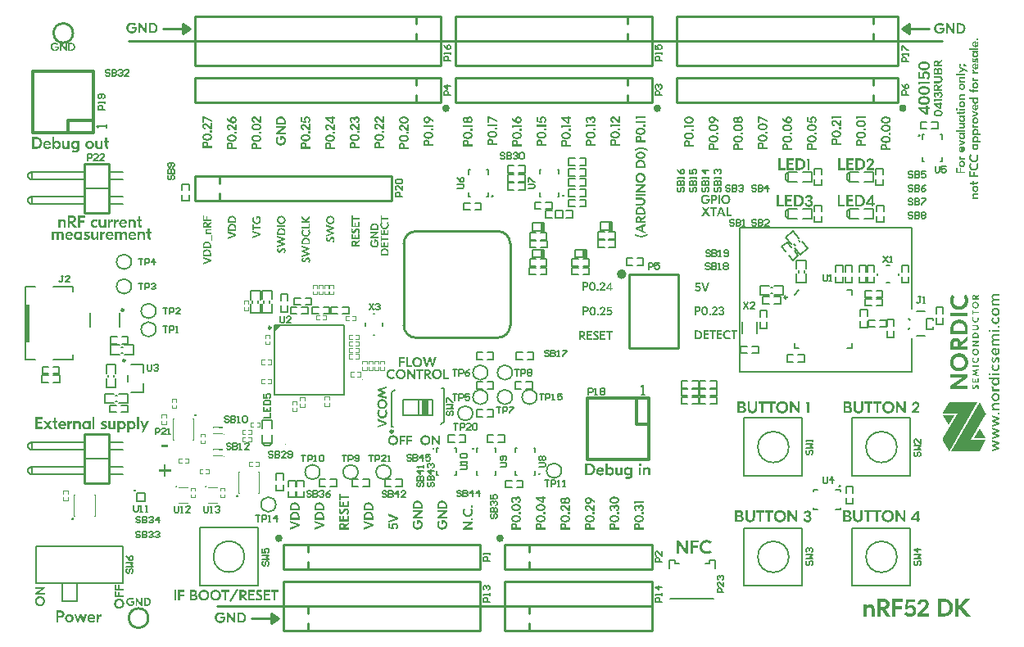
<source format=gto>
G04*
G04 #@! TF.GenerationSoftware,Altium Limited,Altium Designer,21.4.1 (30)*
G04*
G04 Layer_Color=65535*
%FSLAX24Y24*%
%MOIN*%
G70*
G04*
G04 #@! TF.SameCoordinates,516B4A6D-3ECB-46AA-BE42-5657E3C56184*
G04*
G04*
G04 #@! TF.FilePolarity,Positive*
G04*
G01*
G75*
%ADD10C,0.0059*%
%ADD11C,0.0098*%
%ADD12C,0.0060*%
%ADD13C,0.0039*%
%ADD14C,0.0118*%
%ADD15C,0.0150*%
%ADD16C,0.0100*%
%ADD17C,0.0200*%
%ADD18C,0.0049*%
%ADD19C,0.0079*%
%ADD20C,0.0050*%
%ADD21C,0.0060*%
%ADD22R,0.0252X0.0630*%
%ADD23R,0.0197X0.1575*%
%ADD24R,0.0039X0.0059*%
%ADD25R,0.0138X0.0059*%
%ADD26R,0.0138X0.0049*%
G36*
X38777Y13603D02*
X38673Y13532D01*
Y13515D01*
X38777D01*
Y13467D01*
X38517D01*
Y13563D01*
X38517Y13572D01*
X38518Y13577D01*
X38519Y13584D01*
X38522Y13595D01*
X38525Y13603D01*
X38528Y13610D01*
X38534Y13619D01*
X38537Y13623D01*
X38546Y13631D01*
X38551Y13635D01*
X38558Y13638D01*
X38563Y13640D01*
X38568Y13643D01*
X38579Y13645D01*
X38584Y13646D01*
X38592Y13647D01*
X38598Y13647D01*
X38603Y13646D01*
X38608Y13646D01*
X38614Y13645D01*
X38620Y13643D01*
X38628Y13641D01*
X38632Y13639D01*
X38639Y13635D01*
X38647Y13629D01*
X38654Y13622D01*
X38658Y13616D01*
X38663Y13609D01*
X38667Y13599D01*
X38670Y13591D01*
X38671Y13586D01*
X38777Y13663D01*
Y13603D01*
D02*
G37*
G36*
X39622Y13615D02*
X39445D01*
X39439Y13615D01*
X39435Y13614D01*
X39429Y13614D01*
X39424Y13613D01*
X39418Y13612D01*
X39413Y13611D01*
X39408Y13609D01*
X39403Y13607D01*
X39399Y13605D01*
X39394Y13603D01*
X39390Y13600D01*
X39386Y13597D01*
X39382Y13593D01*
X39380Y13589D01*
X39377Y13586D01*
X39375Y13581D01*
X39373Y13577D01*
X39371Y13572D01*
X39370Y13567D01*
X39369Y13563D01*
X39369Y13557D01*
X39369Y13552D01*
X39369Y13544D01*
X39370Y13540D01*
X39370Y13536D01*
X39372Y13530D01*
X39374Y13524D01*
X39376Y13520D01*
X39379Y13515D01*
X39382Y13510D01*
X39386Y13506D01*
X39389Y13503D01*
X39391Y13501D01*
X39394Y13499D01*
X39397Y13497D01*
X39402Y13494D01*
X39407Y13492D01*
X39412Y13490D01*
X39416Y13489D01*
X39419Y13488D01*
X39427Y13486D01*
X39432Y13486D01*
X39439Y13485D01*
X39446Y13485D01*
X39622D01*
Y13413D01*
X39443Y13413D01*
X39438Y13413D01*
X39433Y13413D01*
X39428Y13412D01*
X39422Y13412D01*
X39415Y13410D01*
X39409Y13408D01*
X39405Y13407D01*
X39401Y13405D01*
X39397Y13403D01*
X39393Y13400D01*
X39389Y13397D01*
X39385Y13394D01*
X39382Y13391D01*
X39380Y13387D01*
X39377Y13383D01*
X39375Y13381D01*
X39373Y13376D01*
X39372Y13371D01*
X39370Y13365D01*
X39369Y13360D01*
X39369Y13355D01*
X39369Y13350D01*
X39369Y13345D01*
X39369Y13341D01*
X39370Y13336D01*
X39371Y13331D01*
X39372Y13327D01*
X39374Y13323D01*
X39377Y13318D01*
X39379Y13314D01*
X39382Y13310D01*
X39385Y13307D01*
X39386Y13305D01*
X39390Y13301D01*
X39394Y13298D01*
X39399Y13295D01*
X39404Y13292D01*
X39409Y13290D01*
X39414Y13288D01*
X39419Y13287D01*
X39423Y13286D01*
X39426Y13285D01*
X39429Y13285D01*
X39434Y13284D01*
X39440Y13284D01*
X39446Y13284D01*
X39622D01*
Y13212D01*
X39310D01*
X39310Y13284D01*
X39357D01*
X39353Y13287D01*
X39349Y13290D01*
X39345Y13293D01*
X39340Y13297D01*
X39336Y13301D01*
X39332Y13306D01*
X39327Y13312D01*
X39324Y13316D01*
X39320Y13321D01*
X39317Y13325D01*
X39315Y13330D01*
X39313Y13334D01*
X39311Y13338D01*
X39309Y13343D01*
X39307Y13352D01*
X39305Y13358D01*
X39304Y13365D01*
X39304Y13373D01*
X39304Y13380D01*
X39304Y13387D01*
X39304Y13392D01*
X39305Y13398D01*
X39306Y13405D01*
X39308Y13412D01*
X39309Y13415D01*
X39311Y13421D01*
X39313Y13425D01*
X39317Y13433D01*
X39320Y13437D01*
X39324Y13444D01*
X39327Y13447D01*
X39333Y13453D01*
X39338Y13458D01*
X39344Y13463D01*
X39347Y13465D01*
X39354Y13470D01*
X39359Y13472D01*
X39355Y13474D01*
X39351Y13478D01*
X39346Y13483D01*
X39342Y13486D01*
X39338Y13490D01*
X39334Y13495D01*
X39330Y13500D01*
X39327Y13504D01*
X39322Y13510D01*
X39320Y13515D01*
X39318Y13518D01*
X39315Y13523D01*
X39313Y13527D01*
X39310Y13536D01*
X39309Y13539D01*
X39307Y13549D01*
X39306Y13553D01*
X39305Y13559D01*
X39304Y13563D01*
X39304Y13568D01*
X39304Y13576D01*
X39304Y13583D01*
X39304Y13589D01*
X39305Y13593D01*
X39305Y13598D01*
X39306Y13603D01*
X39307Y13608D01*
X39308Y13613D01*
X39310Y13618D01*
X39312Y13623D01*
X39314Y13628D01*
X39316Y13633D01*
X39318Y13637D01*
X39321Y13641D01*
X39324Y13645D01*
X39328Y13651D01*
X39332Y13654D01*
X39336Y13658D01*
X39338Y13660D01*
X39342Y13663D01*
X39346Y13666D01*
X39349Y13668D01*
X39353Y13670D01*
X39360Y13674D01*
X39365Y13676D01*
X39374Y13679D01*
X39380Y13681D01*
X39385Y13682D01*
X39392Y13684D01*
X39399Y13685D01*
X39405Y13685D01*
X39414Y13686D01*
X39423Y13686D01*
X39622D01*
Y13615D01*
D02*
G37*
G36*
X38284Y13653D02*
X38295Y13634D01*
X38304Y13617D01*
X38313Y13599D01*
X38320Y13580D01*
X38327Y13562D01*
X38332Y13545D01*
X38334Y13536D01*
X38337Y13522D01*
X38340Y13507D01*
X38343Y13493D01*
X38344Y13479D01*
X38345Y13470D01*
X38346Y13458D01*
X38347Y13446D01*
X38347Y13427D01*
X38347Y13412D01*
X38347Y13397D01*
X38346Y13385D01*
X38345Y13374D01*
X38344Y13362D01*
X38342Y13351D01*
X38340Y13337D01*
X38337Y13326D01*
X38334Y13312D01*
X38331Y13300D01*
X38328Y13289D01*
X38324Y13277D01*
X38319Y13265D01*
X38314Y13253D01*
X38311Y13246D01*
X38305Y13233D01*
X38302Y13227D01*
X38289Y13204D01*
X38284Y13196D01*
X38278Y13188D01*
X38262Y13167D01*
X38250Y13153D01*
X38233Y13137D01*
X38221Y13125D01*
X38206Y13114D01*
X38194Y13106D01*
X38180Y13097D01*
X38168Y13090D01*
X38158Y13085D01*
X38141Y13076D01*
X38125Y13070D01*
X38111Y13065D01*
X38098Y13061D01*
X38086Y13058D01*
X38069Y13054D01*
X38053Y13050D01*
X38037Y13048D01*
X38022Y13046D01*
X38012Y13046D01*
X37997Y13045D01*
X37981Y13045D01*
X37967Y13045D01*
X37955Y13045D01*
X37942Y13046D01*
X37927Y13048D01*
X37917Y13049D01*
X37901Y13052D01*
X37890Y13054D01*
X37873Y13059D01*
X37854Y13064D01*
X37848Y13066D01*
X37834Y13071D01*
X37826Y13074D01*
X37819Y13078D01*
X37810Y13082D01*
X37801Y13086D01*
X37791Y13092D01*
X37778Y13100D01*
X37761Y13111D01*
X37741Y13126D01*
X37725Y13141D01*
X37712Y13156D01*
X37704Y13163D01*
X37695Y13175D01*
X37687Y13185D01*
X37681Y13194D01*
X37676Y13202D01*
X37671Y13210D01*
X37663Y13224D01*
X37659Y13231D01*
X37652Y13245D01*
X37647Y13257D01*
X37642Y13270D01*
X37638Y13282D01*
X37634Y13294D01*
X37630Y13306D01*
X37626Y13323D01*
X37623Y13340D01*
X37620Y13357D01*
X37618Y13374D01*
X37617Y13391D01*
X37616Y13403D01*
X37615Y13419D01*
X37616Y13431D01*
X37616Y13450D01*
X37617Y13466D01*
X37619Y13483D01*
X37621Y13498D01*
X37624Y13514D01*
X37628Y13534D01*
X37634Y13554D01*
X37641Y13577D01*
X37648Y13595D01*
X37656Y13612D01*
X37660Y13619D01*
X37666Y13631D01*
X37673Y13644D01*
X37679Y13654D01*
X37687Y13665D01*
X37693Y13674D01*
X37805Y13600D01*
X37803Y13598D01*
X37794Y13583D01*
X37787Y13572D01*
X37780Y13559D01*
X37773Y13544D01*
X37767Y13530D01*
X37763Y13518D01*
X37758Y13503D01*
X37755Y13490D01*
X37752Y13479D01*
X37750Y13468D01*
X37749Y13455D01*
X37747Y13442D01*
X37747Y13433D01*
X37747Y13426D01*
X37747Y13419D01*
X37747Y13407D01*
X37748Y13399D01*
X37748Y13391D01*
X37750Y13379D01*
X37751Y13372D01*
X37753Y13364D01*
X37756Y13351D01*
X37760Y13339D01*
X37762Y13330D01*
X37766Y13322D01*
X37772Y13308D01*
X37777Y13298D01*
X37783Y13287D01*
X37792Y13275D01*
X37798Y13267D01*
X37806Y13257D01*
X37814Y13250D01*
X37824Y13240D01*
X37837Y13229D01*
X37848Y13222D01*
X37862Y13213D01*
X37873Y13208D01*
X37883Y13203D01*
X37896Y13199D01*
X37904Y13196D01*
X37916Y13193D01*
X37926Y13190D01*
X37940Y13188D01*
X37953Y13186D01*
X37966Y13185D01*
X37985Y13185D01*
X38003Y13186D01*
X38019Y13188D01*
X38036Y13190D01*
X38050Y13193D01*
X38065Y13198D01*
X38078Y13203D01*
X38093Y13210D01*
X38106Y13216D01*
X38122Y13227D01*
X38139Y13240D01*
X38149Y13249D01*
X38158Y13259D01*
X38167Y13270D01*
X38173Y13277D01*
X38177Y13283D01*
X38181Y13289D01*
X38187Y13300D01*
X38192Y13310D01*
X38198Y13324D01*
X38203Y13337D01*
X38207Y13350D01*
X38210Y13362D01*
X38213Y13378D01*
X38215Y13398D01*
X38216Y13418D01*
X38216Y13430D01*
X38215Y13449D01*
X38213Y13465D01*
X38211Y13479D01*
X38208Y13492D01*
X38204Y13507D01*
X38201Y13515D01*
X38197Y13528D01*
X38193Y13538D01*
X38183Y13558D01*
X38173Y13577D01*
X38164Y13591D01*
X38158Y13600D01*
X38270Y13674D01*
X38284Y13653D01*
D02*
G37*
G36*
X38664Y13369D02*
X38677Y13367D01*
X38682Y13366D01*
X38691Y13363D01*
X38697Y13361D01*
X38704Y13358D01*
X38713Y13354D01*
X38718Y13351D01*
X38725Y13347D01*
X38731Y13343D01*
X38737Y13338D01*
X38743Y13333D01*
X38749Y13326D01*
X38756Y13317D01*
X38760Y13311D01*
X38763Y13306D01*
X38768Y13297D01*
X38772Y13290D01*
X38774Y13282D01*
X38776Y13275D01*
X38778Y13269D01*
X38780Y13259D01*
X38781Y13253D01*
X38782Y13244D01*
X38782Y13239D01*
X38782Y13225D01*
X38782Y13220D01*
X38781Y13214D01*
X38780Y13205D01*
X38777Y13196D01*
X38776Y13190D01*
X38772Y13179D01*
X38769Y13172D01*
X38764Y13163D01*
X38762Y13158D01*
X38758Y13153D01*
X38753Y13147D01*
X38749Y13141D01*
X38743Y13135D01*
X38738Y13131D01*
X38731Y13125D01*
X38725Y13121D01*
X38719Y13117D01*
X38709Y13111D01*
X38701Y13108D01*
X38695Y13106D01*
X38689Y13104D01*
X38680Y13102D01*
X38673Y13100D01*
X38665Y13099D01*
X38648Y13098D01*
X38642Y13098D01*
X38633Y13098D01*
X38622Y13100D01*
X38612Y13102D01*
X38603Y13104D01*
X38597Y13106D01*
X38587Y13110D01*
X38578Y13115D01*
X38573Y13118D01*
X38566Y13123D01*
X38559Y13128D01*
X38549Y13136D01*
X38544Y13142D01*
X38540Y13146D01*
X38537Y13151D01*
X38533Y13157D01*
X38530Y13162D01*
X38527Y13166D01*
X38522Y13178D01*
X38519Y13185D01*
X38516Y13196D01*
X38515Y13202D01*
X38513Y13208D01*
X38512Y13217D01*
X38512Y13223D01*
X38511Y13231D01*
Y13237D01*
X38511Y13242D01*
X38512Y13251D01*
X38513Y13257D01*
X38514Y13263D01*
X38515Y13269D01*
X38517Y13276D01*
X38519Y13283D01*
X38524Y13294D01*
X38528Y13302D01*
X38530Y13307D01*
X38533Y13312D01*
X38537Y13317D01*
X38543Y13324D01*
X38546Y13328D01*
X38551Y13333D01*
X38559Y13341D01*
X38564Y13344D01*
X38569Y13348D01*
X38575Y13351D01*
X38580Y13354D01*
X38589Y13358D01*
X38596Y13361D01*
X38603Y13363D01*
X38608Y13365D01*
X38614Y13366D01*
X38619Y13368D01*
X38629Y13369D01*
X38638Y13370D01*
X38649Y13370D01*
X38664Y13369D01*
D02*
G37*
G36*
X38561Y12954D02*
X38777D01*
Y12907D01*
X38561D01*
Y12836D01*
X38517Y12836D01*
Y13025D01*
X38561D01*
Y12954D01*
D02*
G37*
G36*
X39470Y13131D02*
X39480Y13130D01*
X39486Y13130D01*
X39492Y13129D01*
X39501Y13127D01*
X39506Y13126D01*
X39512Y13124D01*
X39519Y13122D01*
X39526Y13120D01*
X39532Y13117D01*
X39540Y13113D01*
X39547Y13110D01*
X39554Y13105D01*
X39560Y13101D01*
X39569Y13095D01*
X39573Y13091D01*
X39579Y13086D01*
X39584Y13081D01*
X39588Y13077D01*
X39595Y13067D01*
X39599Y13062D01*
X39603Y13057D01*
X39606Y13051D01*
X39610Y13043D01*
X39613Y13038D01*
X39617Y13029D01*
X39620Y13021D01*
X39621Y13016D01*
X39623Y13009D01*
X39625Y13002D01*
X39626Y12997D01*
X39627Y12991D01*
X39628Y12981D01*
X39629Y12973D01*
X39629Y12964D01*
X39629Y12956D01*
X39628Y12947D01*
X39627Y12938D01*
X39626Y12932D01*
X39625Y12927D01*
X39624Y12921D01*
X39622Y12914D01*
X39620Y12907D01*
X39617Y12899D01*
X39614Y12892D01*
X39610Y12884D01*
X39606Y12877D01*
X39600Y12868D01*
X39596Y12862D01*
X39590Y12855D01*
X39584Y12848D01*
X39581Y12844D01*
X39575Y12839D01*
X39567Y12832D01*
X39559Y12826D01*
X39552Y12822D01*
X39546Y12818D01*
X39539Y12815D01*
X39532Y12812D01*
X39525Y12809D01*
X39516Y12805D01*
X39508Y12803D01*
X39496Y12801D01*
X39486Y12799D01*
X39478Y12799D01*
X39467Y12798D01*
Y12870D01*
X39476Y12870D01*
X39483Y12871D01*
X39493Y12873D01*
X39502Y12876D01*
X39507Y12877D01*
X39513Y12880D01*
X39521Y12885D01*
X39528Y12889D01*
X39535Y12895D01*
X39541Y12900D01*
X39544Y12904D01*
X39547Y12908D01*
X39552Y12915D01*
X39555Y12920D01*
X39559Y12927D01*
X39561Y12933D01*
X39563Y12941D01*
X39565Y12948D01*
X39566Y12954D01*
X39566Y12961D01*
X39566Y12968D01*
X39566Y12975D01*
X39565Y12981D01*
X39564Y12988D01*
X39562Y12994D01*
X39561Y12999D01*
X39558Y13005D01*
X39554Y13012D01*
X39551Y13018D01*
X39547Y13024D01*
X39543Y13029D01*
X39537Y13034D01*
X39532Y13039D01*
X39527Y13042D01*
X39522Y13045D01*
X39517Y13048D01*
X39512Y13050D01*
X39507Y13052D01*
X39502Y13054D01*
X39497Y13055D01*
X39492Y13057D01*
X39487Y13058D01*
X39482Y13058D01*
X39476Y13059D01*
X39470Y13059D01*
X39463Y13059D01*
X39455Y13059D01*
X39447Y13057D01*
X39439Y13056D01*
X39431Y13053D01*
X39423Y13050D01*
X39415Y13047D01*
X39409Y13042D01*
X39402Y13037D01*
X39395Y13032D01*
X39391Y13028D01*
X39388Y13024D01*
X39383Y13018D01*
X39378Y13009D01*
X39375Y13004D01*
X39372Y12996D01*
X39369Y12988D01*
X39368Y12982D01*
X39367Y12977D01*
X39366Y12970D01*
X39366Y12962D01*
X39367Y12957D01*
X39367Y12950D01*
X39369Y12942D01*
X39370Y12936D01*
X39372Y12931D01*
X39375Y12924D01*
X39377Y12919D01*
X39382Y12911D01*
X39387Y12904D01*
X39393Y12898D01*
X39398Y12893D01*
X39403Y12889D01*
X39408Y12886D01*
X39414Y12882D01*
X39419Y12880D01*
X39428Y12876D01*
X39437Y12873D01*
X39447Y12871D01*
X39455Y12870D01*
X39460Y12870D01*
X39467Y12870D01*
X39467Y12798D01*
X39455Y12799D01*
X39447Y12799D01*
X39437Y12801D01*
X39426Y12803D01*
X39418Y12806D01*
X39412Y12808D01*
X39404Y12810D01*
X39396Y12814D01*
X39389Y12818D01*
X39382Y12822D01*
X39375Y12826D01*
X39368Y12831D01*
X39361Y12837D01*
X39356Y12842D01*
X39352Y12846D01*
X39348Y12850D01*
X39344Y12854D01*
X39337Y12863D01*
X39333Y12868D01*
X39328Y12875D01*
X39326Y12880D01*
X39321Y12888D01*
X39318Y12894D01*
X39316Y12900D01*
X39314Y12905D01*
X39311Y12914D01*
X39309Y12921D01*
X39308Y12928D01*
X39306Y12934D01*
X39306Y12939D01*
X39305Y12944D01*
X39304Y12953D01*
X39304Y12962D01*
X39304Y12969D01*
X39304Y12981D01*
X39305Y12989D01*
X39307Y12999D01*
X39308Y13004D01*
X39309Y13010D01*
X39311Y13016D01*
X39315Y13027D01*
X39317Y13033D01*
X39322Y13043D01*
X39325Y13049D01*
X39328Y13054D01*
X39331Y13059D01*
X39335Y13065D01*
X39339Y13070D01*
X39343Y13075D01*
X39347Y13079D01*
X39352Y13084D01*
X39356Y13089D01*
X39361Y13093D01*
X39365Y13096D01*
X39371Y13101D01*
X39375Y13104D01*
X39380Y13107D01*
X39385Y13110D01*
X39393Y13114D01*
X39398Y13116D01*
X39403Y13118D01*
X39409Y13121D01*
X39414Y13122D01*
X39420Y13125D01*
X39425Y13126D01*
X39436Y13128D01*
X39441Y13129D01*
X39449Y13130D01*
X39456Y13130D01*
X39463Y13131D01*
X39470Y13131D01*
D02*
G37*
G36*
X38332Y12777D02*
X37631D01*
Y12906D01*
X38332D01*
Y12777D01*
D02*
G37*
G36*
X38756Y12755D02*
X38760Y12749D01*
X38765Y12740D01*
X38769Y12731D01*
X38773Y12721D01*
X38777Y12710D01*
X38777Y12707D01*
X38779Y12701D01*
X38780Y12695D01*
X38781Y12687D01*
X38782Y12678D01*
X38782Y12671D01*
X38782Y12663D01*
X38782Y12657D01*
X38782Y12651D01*
X38781Y12642D01*
X38780Y12634D01*
X38778Y12628D01*
X38776Y12620D01*
X38775Y12615D01*
X38773Y12609D01*
X38770Y12602D01*
X38767Y12595D01*
X38762Y12587D01*
X38756Y12578D01*
X38751Y12570D01*
X38746Y12565D01*
X38737Y12556D01*
X38729Y12550D01*
X38721Y12545D01*
X38716Y12542D01*
X38712Y12540D01*
X38709Y12538D01*
X38703Y12536D01*
X38695Y12533D01*
X38686Y12530D01*
X38677Y12528D01*
X38669Y12527D01*
X38664Y12526D01*
X38656Y12525D01*
X38651Y12525D01*
X38645Y12525D01*
X38640Y12525D01*
X38636Y12525D01*
X38629Y12526D01*
X38623Y12527D01*
X38617Y12528D01*
X38611Y12529D01*
X38600Y12532D01*
X38595Y12534D01*
X38589Y12536D01*
X38583Y12539D01*
X38576Y12543D01*
X38572Y12545D01*
X38565Y12550D01*
X38552Y12561D01*
X38544Y12569D01*
X38541Y12573D01*
X38538Y12577D01*
X38534Y12583D01*
X38530Y12589D01*
X38527Y12594D01*
X38525Y12599D01*
X38523Y12604D01*
X38521Y12610D01*
X38519Y12615D01*
X38518Y12620D01*
X38516Y12625D01*
X38515Y12630D01*
X38514Y12637D01*
X38513Y12645D01*
X38512Y12653D01*
X38511Y12665D01*
X38512Y12674D01*
X38512Y12681D01*
X38513Y12691D01*
X38515Y12701D01*
X38518Y12714D01*
X38522Y12724D01*
X38527Y12735D01*
X38528Y12738D01*
X38532Y12745D01*
X38535Y12751D01*
X38540Y12758D01*
X38582Y12731D01*
X38580Y12729D01*
X38577Y12725D01*
X38575Y12720D01*
X38573Y12716D01*
X38571Y12712D01*
X38568Y12707D01*
X38565Y12699D01*
X38563Y12692D01*
X38561Y12681D01*
X38560Y12670D01*
X38560Y12667D01*
X38560Y12661D01*
X38561Y12653D01*
X38561Y12648D01*
X38563Y12642D01*
X38564Y12636D01*
X38566Y12629D01*
X38569Y12623D01*
X38573Y12615D01*
X38576Y12611D01*
X38582Y12604D01*
X38589Y12597D01*
X38598Y12591D01*
X38605Y12586D01*
X38609Y12585D01*
X38614Y12583D01*
X38621Y12580D01*
X38627Y12579D01*
X38633Y12578D01*
X38638Y12577D01*
X38643Y12577D01*
X38649Y12577D01*
X38655Y12577D01*
X38662Y12578D01*
X38668Y12579D01*
X38676Y12581D01*
X38684Y12584D01*
X38690Y12587D01*
X38699Y12592D01*
X38708Y12599D01*
X38716Y12609D01*
X38721Y12616D01*
X38722Y12618D01*
X38725Y12624D01*
X38727Y12629D01*
X38729Y12633D01*
X38731Y12641D01*
X38732Y12646D01*
X38733Y12653D01*
X38733Y12659D01*
X38734Y12668D01*
X38733Y12674D01*
X38732Y12681D01*
X38730Y12693D01*
X38729Y12697D01*
X38728Y12700D01*
X38726Y12706D01*
X38723Y12711D01*
X38721Y12716D01*
X38718Y12722D01*
X38715Y12726D01*
X38712Y12731D01*
X38754Y12758D01*
X38756Y12755D01*
D02*
G37*
G36*
X39573Y12748D02*
X39577Y12744D01*
X39582Y12740D01*
X39586Y12735D01*
X39590Y12730D01*
X39595Y12725D01*
X39599Y12719D01*
X39603Y12714D01*
X39606Y12710D01*
X39609Y12704D01*
X39612Y12698D01*
X39615Y12694D01*
X39617Y12688D01*
X39619Y12682D01*
X39621Y12676D01*
X39623Y12670D01*
X39624Y12667D01*
X39626Y12659D01*
X39627Y12654D01*
X39628Y12647D01*
X39628Y12642D01*
X39629Y12634D01*
X39629Y12630D01*
X39629Y12625D01*
X39629Y12618D01*
X39629Y12614D01*
X39628Y12606D01*
X39628Y12601D01*
X39627Y12596D01*
X39626Y12591D01*
X39625Y12585D01*
X39623Y12578D01*
X39621Y12570D01*
X39617Y12560D01*
X39612Y12549D01*
X39609Y12543D01*
X39604Y12535D01*
X39600Y12529D01*
X39595Y12522D01*
X39590Y12515D01*
X39584Y12509D01*
X39579Y12504D01*
X39573Y12499D01*
X39566Y12494D01*
X39560Y12489D01*
X39553Y12485D01*
X39547Y12481D01*
X39539Y12477D01*
X39532Y12474D01*
X39523Y12470D01*
X39515Y12468D01*
X39509Y12466D01*
X39498Y12464D01*
X39489Y12462D01*
X39481Y12462D01*
X39473Y12461D01*
X39467Y12461D01*
X39458Y12461D01*
X39447Y12462D01*
X39442Y12463D01*
X39434Y12464D01*
X39425Y12466D01*
X39419Y12468D01*
X39412Y12470D01*
X39407Y12472D01*
X39399Y12475D01*
X39391Y12479D01*
X39385Y12482D01*
X39379Y12486D01*
X39373Y12490D01*
X39367Y12495D01*
X39361Y12499D01*
X39354Y12505D01*
X39349Y12510D01*
X39343Y12517D01*
X39338Y12523D01*
X39333Y12529D01*
X39329Y12536D01*
X39325Y12543D01*
X39321Y12550D01*
X39318Y12556D01*
X39315Y12561D01*
X39313Y12569D01*
X39310Y12579D01*
X39308Y12586D01*
X39307Y12592D01*
X39305Y12603D01*
X39304Y12612D01*
X39304Y12616D01*
X39304Y12625D01*
X39304Y12634D01*
X39304Y12641D01*
X39305Y12649D01*
X39307Y12660D01*
X39308Y12664D01*
X39309Y12671D01*
X39312Y12681D01*
X39316Y12690D01*
X39319Y12699D01*
X39325Y12708D01*
X39326Y12711D01*
X39328Y12713D01*
X39330Y12717D01*
X39332Y12719D01*
X39334Y12722D01*
X39336Y12725D01*
X39339Y12729D01*
X39341Y12731D01*
X39344Y12734D01*
X39347Y12738D01*
X39352Y12743D01*
X39357Y12748D01*
X39405Y12703D01*
X39403Y12701D01*
X39400Y12698D01*
X39397Y12696D01*
X39395Y12693D01*
X39393Y12691D01*
X39389Y12686D01*
X39386Y12683D01*
X39383Y12678D01*
X39380Y12674D01*
X39378Y12669D01*
X39376Y12666D01*
X39375Y12663D01*
X39373Y12658D01*
X39371Y12653D01*
X39369Y12648D01*
X39369Y12646D01*
X39368Y12641D01*
X39367Y12634D01*
X39366Y12628D01*
X39366Y12623D01*
X39366Y12618D01*
X39367Y12613D01*
X39367Y12609D01*
X39368Y12605D01*
X39369Y12601D01*
X39371Y12596D01*
X39373Y12590D01*
X39375Y12585D01*
X39378Y12580D01*
X39380Y12576D01*
X39384Y12570D01*
X39386Y12568D01*
X39391Y12563D01*
X39395Y12559D01*
X39400Y12555D01*
X39404Y12551D01*
X39407Y12550D01*
X39412Y12546D01*
X39418Y12543D01*
X39425Y12540D01*
X39429Y12539D01*
X39432Y12538D01*
X39436Y12537D01*
X39440Y12535D01*
X39445Y12535D01*
X39449Y12534D01*
X39453Y12533D01*
X39458Y12533D01*
X39462Y12533D01*
X39467Y12533D01*
X39472Y12533D01*
X39478Y12533D01*
X39483Y12534D01*
X39488Y12535D01*
X39494Y12536D01*
X39499Y12537D01*
X39505Y12539D01*
X39510Y12541D01*
X39515Y12544D01*
X39520Y12546D01*
X39525Y12549D01*
X39528Y12551D01*
X39530Y12553D01*
X39533Y12555D01*
X39536Y12557D01*
X39538Y12559D01*
X39541Y12562D01*
X39544Y12566D01*
X39548Y12570D01*
X39550Y12574D01*
X39553Y12577D01*
X39556Y12583D01*
X39558Y12587D01*
X39561Y12593D01*
X39562Y12598D01*
X39563Y12601D01*
X39565Y12607D01*
X39565Y12612D01*
X39566Y12616D01*
X39566Y12621D01*
X39566Y12625D01*
X39566Y12631D01*
X39566Y12636D01*
X39565Y12641D01*
X39565Y12645D01*
X39564Y12648D01*
X39562Y12654D01*
X39560Y12661D01*
X39559Y12664D01*
X39556Y12670D01*
X39553Y12675D01*
X39551Y12680D01*
X39547Y12685D01*
X39545Y12688D01*
X39541Y12693D01*
X39538Y12696D01*
X39535Y12700D01*
X39530Y12705D01*
X39528Y12707D01*
X39571Y12750D01*
X39573Y12748D01*
D02*
G37*
G36*
X39622Y12318D02*
X39540D01*
Y12396D01*
X39622D01*
Y12318D01*
D02*
G37*
G36*
X38680Y12426D02*
X38687Y12426D01*
X38694Y12425D01*
X38702Y12424D01*
X38711Y12422D01*
X38717Y12420D01*
X38723Y12418D01*
X38731Y12414D01*
X38739Y12410D01*
X38744Y12406D01*
X38751Y12400D01*
X38761Y12390D01*
X38764Y12385D01*
X38768Y12379D01*
X38771Y12374D01*
X38772Y12370D01*
X38775Y12362D01*
X38778Y12354D01*
X38779Y12348D01*
X38780Y12341D01*
X38781Y12334D01*
X38782Y12327D01*
X38782Y12320D01*
X38782Y12310D01*
X38781Y12304D01*
X38780Y12296D01*
X38779Y12290D01*
X38777Y12284D01*
X38775Y12277D01*
X38773Y12270D01*
X38769Y12262D01*
X38765Y12256D01*
X38758Y12246D01*
X38747Y12235D01*
X38738Y12229D01*
X38733Y12226D01*
X38728Y12223D01*
X38722Y12221D01*
X38714Y12218D01*
X38707Y12216D01*
X38696Y12214D01*
X38689Y12213D01*
X38682Y12213D01*
X38674Y12212D01*
X38517D01*
X38517Y12262D01*
X38671D01*
X38673Y12262D01*
X38682Y12263D01*
X38690Y12264D01*
X38696Y12266D01*
X38703Y12269D01*
X38709Y12272D01*
X38713Y12276D01*
X38718Y12280D01*
X38725Y12288D01*
X38728Y12294D01*
X38730Y12300D01*
X38732Y12308D01*
X38733Y12313D01*
X38733Y12318D01*
X38733Y12325D01*
X38732Y12330D01*
X38731Y12337D01*
X38729Y12343D01*
X38726Y12349D01*
X38723Y12353D01*
X38715Y12362D01*
X38710Y12366D01*
X38704Y12369D01*
X38697Y12372D01*
X38691Y12374D01*
X38684Y12375D01*
X38676Y12376D01*
X38671Y12376D01*
X38517D01*
Y12427D01*
X38674D01*
X38680Y12426D01*
D02*
G37*
G36*
X10167Y12177D02*
Y12374D01*
X10364Y12374D01*
X10167Y12177D01*
D02*
G37*
G36*
X39622Y12220D02*
Y12149D01*
X39310D01*
Y12220D01*
X39622Y12220D01*
D02*
G37*
G36*
X39262Y12146D02*
X39194D01*
Y12223D01*
X39262D01*
Y12146D01*
D02*
G37*
G36*
X37998Y12640D02*
X38010Y12640D01*
X38019Y12639D01*
X38032Y12638D01*
X38044Y12636D01*
X38057Y12634D01*
X38072Y12631D01*
X38076Y12630D01*
X38086Y12628D01*
X38096Y12625D01*
X38112Y12620D01*
X38123Y12616D01*
X38135Y12611D01*
X38149Y12604D01*
X38157Y12600D01*
X38175Y12590D01*
X38188Y12582D01*
X38201Y12572D01*
X38213Y12562D01*
X38227Y12551D01*
X38241Y12536D01*
X38248Y12528D01*
X38262Y12510D01*
X38272Y12496D01*
X38280Y12482D01*
X38287Y12471D01*
X38293Y12459D01*
X38298Y12448D01*
X38302Y12437D01*
X38307Y12427D01*
X38310Y12416D01*
X38315Y12401D01*
X38319Y12386D01*
X38323Y12371D01*
X38325Y12360D01*
X38327Y12350D01*
X38331Y12316D01*
X38332Y12291D01*
X38332Y12276D01*
Y12051D01*
X37631Y12051D01*
X37631Y12286D01*
X37631Y12301D01*
X37632Y12316D01*
X37634Y12331D01*
X37636Y12345D01*
X37639Y12365D01*
X37642Y12380D01*
X37645Y12391D01*
X37646Y12395D01*
X37649Y12405D01*
X37652Y12415D01*
X37656Y12426D01*
X37660Y12436D01*
X37664Y12446D01*
X37672Y12463D01*
X37678Y12474D01*
X37682Y12480D01*
X37685Y12487D01*
X37694Y12500D01*
X37699Y12507D01*
X37704Y12514D01*
X37711Y12523D01*
X37720Y12533D01*
X37734Y12548D01*
X37746Y12559D01*
X37757Y12568D01*
X37770Y12578D01*
X37782Y12586D01*
X37793Y12593D01*
X37811Y12603D01*
X37825Y12610D01*
X37838Y12615D01*
X37850Y12619D01*
X37866Y12625D01*
X37876Y12627D01*
X37890Y12631D01*
X37904Y12634D01*
X37918Y12636D01*
X37931Y12638D01*
X37939Y12639D01*
X37952Y12640D01*
X37961Y12640D01*
X37973Y12641D01*
X37986Y12641D01*
X37998Y12640D01*
D02*
G37*
G36*
X39622Y11978D02*
X39445Y11978D01*
X39439Y11978D01*
X39435Y11977D01*
X39429Y11977D01*
X39424Y11976D01*
X39418Y11975D01*
X39413Y11974D01*
X39408Y11972D01*
X39403Y11970D01*
X39399Y11968D01*
X39394Y11966D01*
X39390Y11963D01*
X39386Y11960D01*
X39382Y11956D01*
X39380Y11952D01*
X39377Y11949D01*
X39375Y11944D01*
X39373Y11940D01*
X39371Y11935D01*
X39370Y11930D01*
X39369Y11926D01*
X39369Y11920D01*
X39369Y11915D01*
X39369Y11907D01*
X39370Y11903D01*
X39370Y11899D01*
X39372Y11893D01*
X39374Y11887D01*
X39376Y11883D01*
X39379Y11878D01*
X39382Y11873D01*
X39386Y11869D01*
X39389Y11866D01*
X39391Y11864D01*
X39394Y11862D01*
X39397Y11860D01*
X39402Y11857D01*
X39407Y11855D01*
X39412Y11853D01*
X39416Y11852D01*
X39419Y11851D01*
X39427Y11849D01*
X39432Y11849D01*
X39439Y11848D01*
X39446Y11848D01*
X39622D01*
Y11776D01*
X39443Y11776D01*
X39438Y11776D01*
X39433Y11776D01*
X39428Y11775D01*
X39422Y11774D01*
X39415Y11773D01*
X39409Y11771D01*
X39405Y11770D01*
X39401Y11768D01*
X39397Y11766D01*
X39393Y11763D01*
X39389Y11760D01*
X39385Y11757D01*
X39382Y11754D01*
X39380Y11750D01*
X39377Y11746D01*
X39375Y11743D01*
X39373Y11739D01*
X39372Y11734D01*
X39370Y11728D01*
X39369Y11723D01*
X39369Y11718D01*
X39369Y11713D01*
X39369Y11708D01*
X39369Y11703D01*
X39370Y11698D01*
X39371Y11694D01*
X39372Y11690D01*
X39374Y11685D01*
X39377Y11681D01*
X39379Y11677D01*
X39382Y11673D01*
X39385Y11669D01*
X39386Y11668D01*
X39390Y11664D01*
X39394Y11661D01*
X39399Y11658D01*
X39404Y11655D01*
X39409Y11653D01*
X39414Y11651D01*
X39419Y11650D01*
X39423Y11649D01*
X39426Y11648D01*
X39429Y11648D01*
X39434Y11647D01*
X39440Y11647D01*
X39446Y11647D01*
X39622D01*
Y11575D01*
X39310D01*
X39310Y11647D01*
X39357Y11647D01*
X39353Y11650D01*
X39349Y11653D01*
X39345Y11656D01*
X39340Y11660D01*
X39336Y11664D01*
X39332Y11669D01*
X39327Y11675D01*
X39324Y11679D01*
X39320Y11684D01*
X39317Y11688D01*
X39315Y11692D01*
X39313Y11697D01*
X39311Y11701D01*
X39309Y11706D01*
X39307Y11715D01*
X39305Y11721D01*
X39304Y11728D01*
X39304Y11736D01*
X39304Y11743D01*
X39304Y11750D01*
X39304Y11755D01*
X39305Y11761D01*
X39306Y11768D01*
X39308Y11775D01*
X39309Y11778D01*
X39311Y11784D01*
X39313Y11788D01*
X39317Y11796D01*
X39320Y11800D01*
X39324Y11807D01*
X39327Y11810D01*
X39333Y11816D01*
X39338Y11821D01*
X39344Y11826D01*
X39347Y11828D01*
X39354Y11832D01*
X39359Y11835D01*
X39355Y11837D01*
X39351Y11841D01*
X39346Y11846D01*
X39342Y11849D01*
X39338Y11853D01*
X39334Y11858D01*
X39330Y11863D01*
X39327Y11867D01*
X39322Y11873D01*
X39320Y11878D01*
X39318Y11881D01*
X39315Y11886D01*
X39313Y11890D01*
X39310Y11899D01*
X39309Y11902D01*
X39307Y11912D01*
X39306Y11916D01*
X39305Y11921D01*
X39304Y11926D01*
X39304Y11931D01*
X39304Y11939D01*
X39304Y11946D01*
X39304Y11952D01*
X39305Y11956D01*
X39305Y11961D01*
X39306Y11966D01*
X39307Y11970D01*
X39308Y11976D01*
X39310Y11981D01*
X39312Y11986D01*
X39314Y11991D01*
X39316Y11996D01*
X39318Y12000D01*
X39321Y12004D01*
X39324Y12007D01*
X39328Y12014D01*
X39332Y12017D01*
X39336Y12021D01*
X39338Y12023D01*
X39342Y12026D01*
X39346Y12029D01*
X39349Y12031D01*
X39353Y12033D01*
X39360Y12037D01*
X39365Y12039D01*
X39374Y12042D01*
X39380Y12044D01*
X39385Y12045D01*
X39392Y12047D01*
X39399Y12048D01*
X39405Y12048D01*
X39414Y12049D01*
X39423Y12049D01*
X39622D01*
Y11978D01*
D02*
G37*
G36*
X38651Y12113D02*
X38659Y12113D01*
X38665Y12112D01*
X38673Y12111D01*
X38678Y12110D01*
X38689Y12108D01*
X38699Y12104D01*
X38706Y12101D01*
X38712Y12099D01*
X38718Y12095D01*
X38723Y12092D01*
X38736Y12082D01*
X38745Y12072D01*
X38754Y12060D01*
X38762Y12046D01*
X38766Y12036D01*
X38770Y12025D01*
X38773Y12015D01*
X38774Y12007D01*
X38775Y12002D01*
X38776Y11991D01*
X38777Y11978D01*
Y11895D01*
X38517D01*
Y11978D01*
X38517Y11986D01*
X38518Y11993D01*
X38519Y12002D01*
X38519Y12008D01*
X38520Y12013D01*
X38522Y12020D01*
X38524Y12026D01*
X38526Y12032D01*
X38527Y12036D01*
X38531Y12046D01*
X38535Y12052D01*
X38537Y12056D01*
X38542Y12064D01*
X38547Y12070D01*
X38550Y12074D01*
X38555Y12079D01*
X38564Y12088D01*
X38573Y12093D01*
X38584Y12099D01*
X38589Y12102D01*
X38596Y12105D01*
X38602Y12107D01*
X38608Y12109D01*
X38615Y12110D01*
X38620Y12111D01*
X38630Y12113D01*
X38636Y12113D01*
X38645Y12113D01*
X38651Y12113D01*
D02*
G37*
G36*
X38332Y11779D02*
X38053Y11589D01*
Y11541D01*
X38332D01*
Y11412D01*
X37631D01*
Y11671D01*
X37631Y11681D01*
X37631Y11694D01*
X37632Y11705D01*
X37634Y11721D01*
X37636Y11731D01*
X37639Y11744D01*
X37642Y11752D01*
X37646Y11766D01*
X37652Y11780D01*
X37658Y11792D01*
X37663Y11802D01*
X37668Y11809D01*
X37673Y11817D01*
X37681Y11827D01*
X37686Y11832D01*
X37694Y11841D01*
X37703Y11849D01*
X37710Y11855D01*
X37724Y11865D01*
X37736Y11872D01*
X37746Y11877D01*
X37754Y11881D01*
X37762Y11884D01*
X37769Y11886D01*
X37776Y11888D01*
X37785Y11891D01*
X37795Y11893D01*
X37803Y11895D01*
X37809Y11895D01*
X37820Y11897D01*
X37829Y11897D01*
X37837Y11898D01*
X37846Y11898D01*
X37855Y11897D01*
X37868Y11896D01*
X37880Y11895D01*
X37892Y11893D01*
X37901Y11891D01*
X37908Y11889D01*
X37915Y11887D01*
X37922Y11884D01*
X37934Y11880D01*
X37942Y11876D01*
X37953Y11870D01*
X37959Y11866D01*
X37967Y11861D01*
X37977Y11853D01*
X37986Y11846D01*
X37992Y11840D01*
X38001Y11830D01*
X38009Y11820D01*
X38015Y11811D01*
X38022Y11800D01*
X38025Y11794D01*
X38030Y11784D01*
X38034Y11775D01*
X38038Y11764D01*
X38041Y11756D01*
X38043Y11748D01*
X38045Y11740D01*
X38047Y11733D01*
X38332Y11941D01*
Y11779D01*
D02*
G37*
G36*
X38778Y11734D02*
X38599Y11607D01*
X38778D01*
Y11559D01*
X38518D01*
Y11604D01*
X38696Y11730D01*
X38518D01*
Y11778D01*
X38778D01*
Y11734D01*
D02*
G37*
G36*
X39478Y11494D02*
X39483Y11494D01*
X39488Y11493D01*
X39491Y11493D01*
X39491Y11264D01*
X39494Y11264D01*
X39498Y11265D01*
X39500Y11266D01*
X39504Y11267D01*
X39508Y11268D01*
X39511Y11269D01*
X39515Y11270D01*
X39519Y11272D01*
X39523Y11273D01*
X39528Y11276D01*
X39532Y11279D01*
X39535Y11281D01*
X39539Y11284D01*
X39543Y11288D01*
X39547Y11291D01*
X39549Y11293D01*
X39552Y11296D01*
X39554Y11300D01*
X39558Y11305D01*
X39559Y11308D01*
X39562Y11313D01*
X39563Y11315D01*
X39564Y11318D01*
X39566Y11322D01*
X39567Y11325D01*
X39568Y11330D01*
X39569Y11334D01*
X39569Y11337D01*
X39570Y11342D01*
X39570Y11346D01*
X39570Y11348D01*
X39571Y11352D01*
X39571Y11356D01*
X39570Y11360D01*
X39570Y11364D01*
X39570Y11367D01*
X39569Y11371D01*
X39569Y11375D01*
X39568Y11379D01*
X39568Y11381D01*
X39566Y11386D01*
X39565Y11390D01*
X39563Y11394D01*
X39561Y11399D01*
X39559Y11403D01*
X39557Y11408D01*
X39555Y11411D01*
X39554Y11413D01*
X39552Y11416D01*
X39550Y11419D01*
X39547Y11422D01*
X39544Y11426D01*
X39542Y11429D01*
X39538Y11433D01*
X39535Y11436D01*
X39533Y11438D01*
X39571Y11480D01*
X39574Y11477D01*
X39578Y11474D01*
X39581Y11470D01*
X39585Y11466D01*
X39589Y11462D01*
X39592Y11459D01*
X39596Y11455D01*
X39599Y11450D01*
X39601Y11447D01*
X39603Y11444D01*
X39606Y11439D01*
X39607Y11437D01*
X39610Y11433D01*
X39612Y11429D01*
X39614Y11425D01*
X39616Y11420D01*
X39618Y11415D01*
X39620Y11411D01*
X39622Y11405D01*
X39623Y11400D01*
X39625Y11393D01*
X39626Y11389D01*
X39627Y11384D01*
X39628Y11377D01*
X39628Y11372D01*
X39629Y11367D01*
X39629Y11364D01*
X39629Y11359D01*
X39629Y11355D01*
X39629Y11349D01*
X39629Y11346D01*
X39629Y11342D01*
X39629Y11339D01*
X39628Y11335D01*
X39628Y11331D01*
X39627Y11328D01*
X39627Y11324D01*
X39626Y11320D01*
X39625Y11316D01*
X39624Y11312D01*
X39623Y11308D01*
X39622Y11303D01*
X39621Y11299D01*
X39619Y11295D01*
X39617Y11290D01*
X39615Y11285D01*
X39614Y11282D01*
X39612Y11277D01*
X39610Y11273D01*
X39608Y11270D01*
X39606Y11267D01*
X39603Y11262D01*
X39601Y11259D01*
X39598Y11255D01*
X39596Y11252D01*
X39594Y11249D01*
X39591Y11245D01*
X39588Y11243D01*
X39586Y11240D01*
X39582Y11237D01*
X39579Y11234D01*
X39577Y11232D01*
X39574Y11229D01*
X39570Y11226D01*
X39567Y11224D01*
X39565Y11222D01*
X39561Y11220D01*
X39558Y11218D01*
X39554Y11215D01*
X39548Y11212D01*
X39543Y11209D01*
X39539Y11207D01*
X39534Y11205D01*
X39530Y11204D01*
X39526Y11202D01*
X39523Y11201D01*
X39519Y11200D01*
X39516Y11199D01*
X39512Y11198D01*
X39509Y11197D01*
X39503Y11196D01*
X39494Y11194D01*
X39488Y11194D01*
X39483Y11193D01*
X39480Y11193D01*
X39477Y11193D01*
X39475Y11193D01*
X39470Y11193D01*
X39466Y11193D01*
X39460Y11193D01*
X39454Y11193D01*
X39449Y11193D01*
X39446Y11194D01*
X39443Y11194D01*
X39437Y11195D01*
X39431Y11196D01*
X39425Y11197D01*
X39419Y11199D01*
X39413Y11200D01*
X39408Y11202D01*
X39402Y11204D01*
X39397Y11206D01*
X39392Y11209D01*
X39387Y11211D01*
X39382Y11214D01*
X39377Y11216D01*
X39372Y11219D01*
X39367Y11223D01*
X39363Y11226D01*
X39358Y11230D01*
X39356Y11231D01*
X39353Y11233D01*
X39351Y11235D01*
X39349Y11238D01*
X39347Y11240D01*
X39344Y11242D01*
X39342Y11245D01*
X39339Y11248D01*
X39336Y11251D01*
X39334Y11254D01*
X39332Y11257D01*
X39329Y11260D01*
X39328Y11263D01*
X39325Y11267D01*
X39323Y11271D01*
X39321Y11274D01*
X39319Y11278D01*
X39318Y11281D01*
X39316Y11284D01*
X39315Y11288D01*
X39313Y11292D01*
X39312Y11296D01*
X39311Y11299D01*
X39309Y11303D01*
X39308Y11310D01*
X39307Y11315D01*
X39306Y11320D01*
X39305Y11324D01*
X39305Y11328D01*
X39304Y11332D01*
X39304Y11338D01*
X39304Y11344D01*
X39304Y11350D01*
X39304Y11354D01*
X39304Y11359D01*
X39305Y11364D01*
X39305Y11369D01*
X39306Y11375D01*
X39308Y11382D01*
X39309Y11386D01*
X39310Y11391D01*
X39311Y11395D01*
X39313Y11400D01*
X39314Y11403D01*
X39316Y11406D01*
X39317Y11410D01*
X39319Y11414D01*
X39320Y11417D01*
X39323Y11421D01*
X39326Y11426D01*
X39329Y11430D01*
X39332Y11434D01*
X39334Y11437D01*
X39337Y11440D01*
X39341Y11444D01*
X39344Y11447D01*
X39346Y11450D01*
X39349Y11452D01*
X39351Y11454D01*
X39355Y11458D01*
X39360Y11461D01*
X39364Y11464D01*
X39368Y11467D01*
X39372Y11469D01*
X39375Y11471D01*
X39381Y11474D01*
X39385Y11476D01*
X39389Y11478D01*
X39393Y11480D01*
X39397Y11481D01*
X39401Y11483D01*
X39406Y11484D01*
X39410Y11486D01*
X39413Y11487D01*
X39417Y11487D01*
X39421Y11489D01*
X39425Y11490D01*
X39431Y11491D01*
X39436Y11491D01*
X39441Y11492D01*
X39443Y11493D01*
X39449Y11493D01*
X39453Y11494D01*
X39458Y11494D01*
X39461Y11494D01*
X39464Y11494D01*
X39468Y11494D01*
X39473Y11494D01*
X39478Y11494D01*
D02*
G37*
G36*
X38665Y11459D02*
X38678Y11457D01*
X38683Y11456D01*
X38692Y11453D01*
X38698Y11451D01*
X38705Y11448D01*
X38714Y11444D01*
X38719Y11441D01*
X38726Y11437D01*
X38732Y11433D01*
X38738Y11428D01*
X38744Y11423D01*
X38750Y11416D01*
X38757Y11407D01*
X38761Y11401D01*
X38764Y11396D01*
X38769Y11387D01*
X38772Y11380D01*
X38775Y11372D01*
X38777Y11365D01*
X38779Y11359D01*
X38781Y11349D01*
X38782Y11343D01*
X38783Y11334D01*
X38783Y11329D01*
X38783Y11315D01*
X38783Y11310D01*
X38782Y11304D01*
X38781Y11295D01*
X38778Y11286D01*
X38777Y11280D01*
X38773Y11269D01*
X38770Y11262D01*
X38765Y11253D01*
X38762Y11248D01*
X38759Y11243D01*
X38754Y11237D01*
X38749Y11231D01*
X38744Y11225D01*
X38739Y11221D01*
X38732Y11215D01*
X38726Y11211D01*
X38720Y11207D01*
X38710Y11201D01*
X38702Y11198D01*
X38696Y11196D01*
X38690Y11194D01*
X38681Y11192D01*
X38673Y11190D01*
X38666Y11189D01*
X38649Y11188D01*
X38643Y11188D01*
X38634Y11188D01*
X38623Y11190D01*
X38613Y11192D01*
X38604Y11194D01*
X38598Y11196D01*
X38588Y11200D01*
X38579Y11205D01*
X38574Y11208D01*
X38567Y11213D01*
X38560Y11218D01*
X38550Y11226D01*
X38545Y11232D01*
X38541Y11236D01*
X38538Y11241D01*
X38534Y11247D01*
X38531Y11252D01*
X38528Y11256D01*
X38523Y11268D01*
X38520Y11276D01*
X38517Y11286D01*
X38515Y11292D01*
X38514Y11298D01*
X38513Y11307D01*
X38513Y11313D01*
X38512Y11321D01*
Y11327D01*
X38512Y11332D01*
X38513Y11341D01*
X38514Y11347D01*
X38515Y11353D01*
X38516Y11359D01*
X38518Y11366D01*
X38520Y11373D01*
X38525Y11384D01*
X38529Y11392D01*
X38531Y11397D01*
X38534Y11402D01*
X38538Y11407D01*
X38544Y11414D01*
X38547Y11418D01*
X38552Y11423D01*
X38560Y11431D01*
X38565Y11434D01*
X38570Y11438D01*
X38576Y11441D01*
X38581Y11444D01*
X38590Y11448D01*
X38597Y11451D01*
X38603Y11453D01*
X38609Y11455D01*
X38615Y11456D01*
X38620Y11458D01*
X38630Y11459D01*
X38639Y11460D01*
X38650Y11460D01*
X38665Y11459D01*
D02*
G37*
G36*
X39535Y11128D02*
X39540Y11127D01*
X39545Y11127D01*
X39549Y11126D01*
X39554Y11125D01*
X39561Y11123D01*
X39566Y11121D01*
X39572Y11119D01*
X39577Y11117D01*
X39581Y11114D01*
X39584Y11112D01*
X39589Y11109D01*
X39594Y11104D01*
X39597Y11101D01*
X39601Y11097D01*
X39605Y11092D01*
X39608Y11088D01*
X39611Y11082D01*
X39615Y11076D01*
X39617Y11072D01*
X39619Y11065D01*
X39622Y11057D01*
X39624Y11049D01*
X39625Y11042D01*
X39627Y11033D01*
X39627Y11026D01*
X39628Y11021D01*
X39628Y11013D01*
X39628Y11006D01*
X39627Y10999D01*
X39627Y10994D01*
X39626Y10989D01*
X39626Y10982D01*
X39624Y10975D01*
X39624Y10971D01*
X39623Y10966D01*
X39621Y10961D01*
X39619Y10954D01*
X39617Y10947D01*
X39615Y10940D01*
X39611Y10929D01*
X39608Y10923D01*
X39604Y10916D01*
X39600Y10908D01*
X39597Y10902D01*
X39593Y10897D01*
X39592Y10894D01*
X39587Y10888D01*
X39584Y10884D01*
X39581Y10880D01*
X39533Y10912D01*
X39539Y10921D01*
X39544Y10928D01*
X39548Y10934D01*
X39551Y10941D01*
X39554Y10947D01*
X39558Y10954D01*
X39561Y10962D01*
X39563Y10967D01*
X39565Y10974D01*
X39567Y10980D01*
X39568Y10987D01*
X39569Y10991D01*
X39570Y10996D01*
X39571Y11001D01*
X39571Y11005D01*
X39571Y11009D01*
X39571Y11015D01*
X39571Y11021D01*
X39571Y11025D01*
X39570Y11030D01*
X39569Y11032D01*
X39569Y11034D01*
X39567Y11039D01*
X39566Y11043D01*
X39565Y11045D01*
X39563Y11048D01*
X39561Y11051D01*
X39559Y11053D01*
X39556Y11056D01*
X39554Y11058D01*
X39551Y11059D01*
X39548Y11060D01*
X39547Y11061D01*
X39545Y11061D01*
X39543Y11062D01*
X39539Y11062D01*
X39536Y11062D01*
X39533Y11062D01*
X39530Y11061D01*
X39527Y11060D01*
X39524Y11059D01*
X39521Y11057D01*
X39518Y11054D01*
X39516Y11051D01*
X39514Y11048D01*
X39511Y11043D01*
X39508Y11037D01*
X39504Y11028D01*
X39501Y11021D01*
X39500Y11017D01*
X39498Y11010D01*
X39496Y11004D01*
X39494Y10996D01*
X39492Y10989D01*
X39489Y10980D01*
X39485Y10968D01*
X39482Y10959D01*
X39478Y10951D01*
X39475Y10944D01*
X39471Y10936D01*
X39468Y10932D01*
X39465Y10928D01*
X39462Y10923D01*
X39459Y10920D01*
X39455Y10916D01*
X39452Y10913D01*
X39447Y10909D01*
X39442Y10906D01*
X39436Y10903D01*
X39431Y10900D01*
X39426Y10899D01*
X39419Y10897D01*
X39417Y10896D01*
X39410Y10895D01*
X39406Y10895D01*
X39403Y10895D01*
X39401Y10895D01*
X39395Y10895D01*
X39388Y10896D01*
X39382Y10897D01*
X39377Y10898D01*
X39367Y10901D01*
X39364Y10902D01*
X39358Y10905D01*
X39350Y10909D01*
X39345Y10913D01*
X39340Y10917D01*
X39335Y10922D01*
X39331Y10926D01*
X39327Y10932D01*
X39324Y10936D01*
X39321Y10941D01*
X39317Y10948D01*
X39315Y10953D01*
X39313Y10959D01*
X39311Y10963D01*
X39309Y10969D01*
X39308Y10974D01*
X39307Y10979D01*
X39306Y10984D01*
X39306Y10990D01*
X39305Y10996D01*
X39305Y11002D01*
X39305Y11009D01*
X39305Y11014D01*
X39305Y11019D01*
X39306Y11025D01*
X39307Y11031D01*
X39307Y11036D01*
X39309Y11043D01*
X39310Y11049D01*
X39312Y11055D01*
X39313Y11059D01*
X39314Y11065D01*
X39316Y11071D01*
X39319Y11079D01*
X39321Y11085D01*
X39325Y11093D01*
X39328Y11100D01*
X39331Y11105D01*
X39336Y11113D01*
X39340Y11121D01*
X39391Y11092D01*
X39385Y11082D01*
X39382Y11075D01*
X39379Y11071D01*
X39376Y11064D01*
X39374Y11059D01*
X39372Y11053D01*
X39370Y11048D01*
X39369Y11044D01*
X39367Y11039D01*
X39365Y11031D01*
X39364Y11025D01*
X39363Y11019D01*
X39362Y11015D01*
X39362Y11009D01*
X39362Y11006D01*
X39362Y11002D01*
X39362Y11000D01*
X39362Y10996D01*
X39362Y10994D01*
X39363Y10990D01*
X39364Y10986D01*
X39365Y10983D01*
X39366Y10980D01*
X39367Y10978D01*
X39369Y10974D01*
X39372Y10970D01*
X39374Y10968D01*
X39376Y10966D01*
X39378Y10964D01*
X39381Y10963D01*
X39385Y10962D01*
X39388Y10961D01*
X39391Y10961D01*
X39394Y10961D01*
X39398Y10961D01*
X39401Y10962D01*
X39405Y10964D01*
X39407Y10965D01*
X39410Y10968D01*
X39412Y10969D01*
X39414Y10972D01*
X39417Y10976D01*
X39419Y10981D01*
X39422Y10986D01*
X39424Y10991D01*
X39426Y10997D01*
X39428Y11002D01*
X39431Y11011D01*
X39441Y11040D01*
X39444Y11050D01*
X39447Y11058D01*
X39450Y11064D01*
X39453Y11072D01*
X39455Y11076D01*
X39458Y11082D01*
X39462Y11088D01*
X39465Y11092D01*
X39468Y11096D01*
X39471Y11101D01*
X39474Y11104D01*
X39478Y11108D01*
X39482Y11112D01*
X39487Y11116D01*
X39494Y11119D01*
X39499Y11122D01*
X39506Y11124D01*
X39509Y11125D01*
X39513Y11126D01*
X39518Y11127D01*
X39523Y11127D01*
X39529Y11128D01*
X39535Y11128D01*
D02*
G37*
G36*
X38757Y11104D02*
X38760Y11099D01*
X38766Y11090D01*
X38770Y11081D01*
X38774Y11071D01*
X38777Y11060D01*
X38778Y11056D01*
X38780Y11051D01*
X38781Y11045D01*
X38782Y11037D01*
X38783Y11028D01*
X38783Y11021D01*
X38783Y11013D01*
X38783Y11007D01*
X38783Y11001D01*
X38782Y10992D01*
X38780Y10984D01*
X38779Y10978D01*
X38777Y10969D01*
X38776Y10965D01*
X38773Y10959D01*
X38771Y10952D01*
X38767Y10945D01*
X38763Y10937D01*
X38757Y10928D01*
X38751Y10920D01*
X38747Y10915D01*
X38738Y10906D01*
X38730Y10900D01*
X38721Y10894D01*
X38717Y10892D01*
X38713Y10890D01*
X38710Y10888D01*
X38704Y10886D01*
X38696Y10883D01*
X38687Y10880D01*
X38678Y10878D01*
X38670Y10877D01*
X38664Y10876D01*
X38657Y10875D01*
X38652Y10875D01*
X38646Y10875D01*
X38641Y10875D01*
X38637Y10875D01*
X38629Y10876D01*
X38624Y10877D01*
X38618Y10878D01*
X38612Y10879D01*
X38601Y10882D01*
X38596Y10884D01*
X38590Y10886D01*
X38584Y10889D01*
X38577Y10893D01*
X38572Y10895D01*
X38566Y10900D01*
X38553Y10911D01*
X38545Y10919D01*
X38542Y10923D01*
X38539Y10927D01*
X38534Y10933D01*
X38531Y10939D01*
X38528Y10944D01*
X38526Y10949D01*
X38524Y10954D01*
X38522Y10960D01*
X38520Y10965D01*
X38518Y10969D01*
X38517Y10975D01*
X38516Y10980D01*
X38515Y10986D01*
X38513Y10995D01*
X38513Y11003D01*
X38512Y11015D01*
X38512Y11024D01*
X38513Y11031D01*
X38514Y11041D01*
X38516Y11051D01*
X38519Y11064D01*
X38522Y11074D01*
X38527Y11085D01*
X38529Y11088D01*
X38533Y11095D01*
X38536Y11101D01*
X38541Y11108D01*
X38582Y11081D01*
X38581Y11079D01*
X38578Y11074D01*
X38576Y11070D01*
X38573Y11066D01*
X38571Y11062D01*
X38569Y11057D01*
X38566Y11049D01*
X38564Y11042D01*
X38562Y11031D01*
X38561Y11020D01*
X38561Y11017D01*
X38561Y11011D01*
X38561Y11003D01*
X38562Y10998D01*
X38563Y10992D01*
X38565Y10986D01*
X38567Y10979D01*
X38570Y10973D01*
X38574Y10965D01*
X38577Y10960D01*
X38582Y10954D01*
X38590Y10947D01*
X38598Y10940D01*
X38606Y10936D01*
X38610Y10934D01*
X38615Y10933D01*
X38622Y10930D01*
X38627Y10929D01*
X38634Y10928D01*
X38638Y10927D01*
X38644Y10927D01*
X38650Y10927D01*
X38656Y10927D01*
X38663Y10928D01*
X38669Y10929D01*
X38677Y10931D01*
X38685Y10934D01*
X38691Y10937D01*
X38700Y10942D01*
X38708Y10949D01*
X38717Y10958D01*
X38721Y10966D01*
X38723Y10968D01*
X38726Y10973D01*
X38728Y10979D01*
X38730Y10983D01*
X38732Y10991D01*
X38733Y10996D01*
X38734Y11003D01*
X38734Y11009D01*
X38734Y11018D01*
X38734Y11024D01*
X38733Y11031D01*
X38731Y11043D01*
X38730Y11047D01*
X38729Y11050D01*
X38726Y11056D01*
X38724Y11061D01*
X38722Y11066D01*
X38719Y11072D01*
X38716Y11076D01*
X38713Y11081D01*
X38755Y11108D01*
X38757Y11104D01*
D02*
G37*
G36*
X38778Y10730D02*
X38518D01*
Y10779D01*
X38778D01*
Y10730D01*
D02*
G37*
G36*
X39573Y10828D02*
X39577Y10825D01*
X39582Y10820D01*
X39586Y10815D01*
X39590Y10811D01*
X39595Y10806D01*
X39599Y10800D01*
X39603Y10795D01*
X39606Y10791D01*
X39609Y10785D01*
X39612Y10779D01*
X39615Y10774D01*
X39617Y10769D01*
X39619Y10763D01*
X39621Y10757D01*
X39623Y10751D01*
X39624Y10747D01*
X39626Y10740D01*
X39627Y10734D01*
X39628Y10728D01*
X39628Y10722D01*
X39629Y10715D01*
X39629Y10711D01*
X39629Y10706D01*
X39629Y10699D01*
X39629Y10695D01*
X39628Y10687D01*
X39628Y10682D01*
X39627Y10677D01*
X39626Y10672D01*
X39625Y10666D01*
X39623Y10659D01*
X39621Y10651D01*
X39617Y10640D01*
X39612Y10630D01*
X39609Y10623D01*
X39604Y10616D01*
X39600Y10610D01*
X39595Y10603D01*
X39590Y10596D01*
X39584Y10590D01*
X39579Y10585D01*
X39573Y10579D01*
X39566Y10574D01*
X39560Y10570D01*
X39553Y10566D01*
X39547Y10562D01*
X39539Y10558D01*
X39532Y10555D01*
X39523Y10551D01*
X39515Y10548D01*
X39509Y10547D01*
X39498Y10545D01*
X39489Y10543D01*
X39481Y10542D01*
X39473Y10542D01*
X39467Y10542D01*
X39458Y10542D01*
X39447Y10543D01*
X39442Y10544D01*
X39434Y10545D01*
X39425Y10547D01*
X39419Y10549D01*
X39412Y10551D01*
X39407Y10553D01*
X39399Y10556D01*
X39391Y10560D01*
X39385Y10563D01*
X39379Y10567D01*
X39373Y10571D01*
X39367Y10575D01*
X39361Y10580D01*
X39354Y10586D01*
X39349Y10591D01*
X39343Y10598D01*
X39338Y10604D01*
X39333Y10610D01*
X39329Y10617D01*
X39325Y10623D01*
X39321Y10631D01*
X39318Y10637D01*
X39315Y10642D01*
X39313Y10650D01*
X39310Y10659D01*
X39308Y10666D01*
X39307Y10673D01*
X39305Y10683D01*
X39304Y10692D01*
X39304Y10696D01*
X39304Y10706D01*
X39304Y10715D01*
X39304Y10722D01*
X39305Y10730D01*
X39307Y10741D01*
X39308Y10745D01*
X39309Y10751D01*
X39312Y10761D01*
X39316Y10771D01*
X39319Y10779D01*
X39325Y10789D01*
X39326Y10791D01*
X39328Y10794D01*
X39330Y10797D01*
X39332Y10800D01*
X39334Y10803D01*
X39336Y10806D01*
X39339Y10810D01*
X39341Y10812D01*
X39344Y10815D01*
X39347Y10818D01*
X39352Y10824D01*
X39357Y10829D01*
X39405Y10784D01*
X39403Y10782D01*
X39400Y10779D01*
X39397Y10776D01*
X39395Y10774D01*
X39393Y10771D01*
X39389Y10767D01*
X39386Y10763D01*
X39383Y10759D01*
X39380Y10755D01*
X39378Y10750D01*
X39376Y10746D01*
X39375Y10744D01*
X39373Y10739D01*
X39371Y10734D01*
X39369Y10729D01*
X39369Y10727D01*
X39368Y10721D01*
X39367Y10715D01*
X39366Y10709D01*
X39366Y10704D01*
X39366Y10699D01*
X39367Y10694D01*
X39367Y10690D01*
X39368Y10686D01*
X39369Y10681D01*
X39371Y10676D01*
X39373Y10671D01*
X39375Y10666D01*
X39378Y10661D01*
X39380Y10657D01*
X39384Y10651D01*
X39386Y10648D01*
X39391Y10644D01*
X39395Y10640D01*
X39400Y10636D01*
X39404Y10632D01*
X39407Y10630D01*
X39412Y10627D01*
X39418Y10624D01*
X39425Y10621D01*
X39429Y10620D01*
X39432Y10618D01*
X39436Y10617D01*
X39440Y10616D01*
X39445Y10615D01*
X39449Y10615D01*
X39453Y10614D01*
X39458Y10614D01*
X39462Y10613D01*
X39467Y10613D01*
X39472Y10613D01*
X39478Y10614D01*
X39483Y10615D01*
X39488Y10615D01*
X39494Y10617D01*
X39499Y10618D01*
X39505Y10620D01*
X39510Y10622D01*
X39515Y10624D01*
X39520Y10627D01*
X39525Y10630D01*
X39528Y10632D01*
X39530Y10634D01*
X39533Y10636D01*
X39536Y10638D01*
X39538Y10640D01*
X39541Y10643D01*
X39544Y10646D01*
X39548Y10651D01*
X39550Y10654D01*
X39553Y10658D01*
X39556Y10664D01*
X39558Y10668D01*
X39561Y10674D01*
X39562Y10678D01*
X39563Y10682D01*
X39565Y10688D01*
X39565Y10692D01*
X39566Y10696D01*
X39566Y10702D01*
X39566Y10706D01*
X39566Y10712D01*
X39566Y10717D01*
X39565Y10722D01*
X39565Y10726D01*
X39564Y10729D01*
X39562Y10735D01*
X39560Y10741D01*
X39559Y10745D01*
X39556Y10750D01*
X39553Y10756D01*
X39551Y10760D01*
X39547Y10765D01*
X39545Y10769D01*
X39541Y10774D01*
X39538Y10777D01*
X39535Y10781D01*
X39530Y10786D01*
X39528Y10788D01*
X39571Y10831D01*
X39573Y10828D01*
D02*
G37*
G36*
X37994Y11273D02*
X38005Y11273D01*
X38017Y11272D01*
X38030Y11271D01*
X38043Y11269D01*
X38056Y11267D01*
X38063Y11266D01*
X38077Y11262D01*
X38085Y11261D01*
X38093Y11258D01*
X38101Y11256D01*
X38109Y11253D01*
X38118Y11250D01*
X38127Y11247D01*
X38137Y11242D01*
X38148Y11237D01*
X38160Y11231D01*
X38175Y11223D01*
X38185Y11218D01*
X38193Y11212D01*
X38208Y11202D01*
X38220Y11192D01*
X38234Y11180D01*
X38247Y11167D01*
X38257Y11156D01*
X38268Y11143D01*
X38278Y11130D01*
X38288Y11115D01*
X38297Y11101D01*
X38303Y11089D01*
X38309Y11077D01*
X38314Y11067D01*
X38319Y11056D01*
X38326Y11036D01*
X38329Y11027D01*
X38332Y11018D01*
X38335Y11009D01*
X38337Y11000D01*
X38339Y10991D01*
X38342Y10974D01*
X38343Y10966D01*
X38345Y10950D01*
X38346Y10942D01*
X38347Y10926D01*
X38347Y10911D01*
X38347Y10906D01*
X38347Y10890D01*
X38347Y10883D01*
X38346Y10868D01*
X38344Y10852D01*
X38343Y10845D01*
X38342Y10837D01*
X38340Y10829D01*
X38339Y10821D01*
X38337Y10813D01*
X38335Y10804D01*
X38333Y10796D01*
X38327Y10777D01*
X38324Y10768D01*
X38320Y10759D01*
X38316Y10749D01*
X38311Y10738D01*
X38306Y10727D01*
X38300Y10715D01*
X38292Y10703D01*
X38283Y10689D01*
X38270Y10671D01*
X38261Y10659D01*
X38245Y10643D01*
X38234Y10631D01*
X38223Y10622D01*
X38213Y10614D01*
X38201Y10605D01*
X38192Y10599D01*
X38175Y10588D01*
X38149Y10575D01*
X38138Y10570D01*
X38128Y10566D01*
X38110Y10559D01*
X38094Y10554D01*
X38079Y10550D01*
X38065Y10547D01*
X38045Y10543D01*
X38025Y10541D01*
X38013Y10540D01*
X37996Y10539D01*
X37981Y10539D01*
X37969Y10539D01*
X37952Y10540D01*
X37939Y10541D01*
X37921Y10543D01*
X37907Y10545D01*
X37894Y10548D01*
X37887Y10549D01*
X37872Y10553D01*
X37856Y10558D01*
X37848Y10561D01*
X37829Y10568D01*
X37819Y10572D01*
X37808Y10577D01*
X37796Y10584D01*
X37781Y10592D01*
X37762Y10605D01*
X37745Y10619D01*
X37726Y10634D01*
X37712Y10649D01*
X37700Y10663D01*
X37685Y10682D01*
X37674Y10698D01*
X37666Y10711D01*
X37659Y10723D01*
X37653Y10735D01*
X37644Y10756D01*
X37637Y10775D01*
X37631Y10793D01*
X37626Y10811D01*
X37623Y10828D01*
X37620Y10844D01*
X37618Y10859D01*
X37617Y10875D01*
X37616Y10890D01*
X37615Y10906D01*
X37616Y10925D01*
X37617Y10944D01*
X37619Y10960D01*
X37620Y10968D01*
X37623Y10985D01*
X37627Y11002D01*
X37631Y11019D01*
X37641Y11048D01*
X37645Y11058D01*
X37649Y11068D01*
X37654Y11079D01*
X37660Y11090D01*
X37667Y11103D01*
X37675Y11116D01*
X37686Y11131D01*
X37701Y11150D01*
X37716Y11167D01*
X37731Y11181D01*
X37745Y11193D01*
X37766Y11209D01*
X37787Y11223D01*
X37802Y11231D01*
X37815Y11237D01*
X37826Y11242D01*
X37836Y11247D01*
X37845Y11250D01*
X37854Y11253D01*
X37871Y11258D01*
X37879Y11261D01*
X37894Y11264D01*
X37901Y11266D01*
X37915Y11268D01*
X37928Y11270D01*
X37941Y11272D01*
X37947Y11272D01*
X37959Y11273D01*
X37970Y11273D01*
X37981Y11273D01*
X37994Y11273D01*
D02*
G37*
G36*
X39622Y10457D02*
Y10386D01*
X39310D01*
Y10457D01*
X39622Y10457D01*
D02*
G37*
G36*
X39262Y10383D02*
X39194D01*
Y10459D01*
X39262D01*
Y10383D01*
D02*
G37*
G36*
X38777Y10577D02*
X38610Y10552D01*
X38739Y10502D01*
Y10467D01*
X38610Y10417D01*
X38777Y10392D01*
Y10344D01*
X38518Y10391D01*
Y10425D01*
X38665Y10484D01*
X38518Y10544D01*
Y10579D01*
X38777Y10625D01*
Y10577D01*
D02*
G37*
G36*
X38778Y10086D02*
X38518D01*
Y10240D01*
X38562Y10240D01*
Y10134D01*
X38614D01*
Y10231D01*
X38658D01*
Y10134D01*
X38733D01*
Y10242D01*
X38778Y10242D01*
Y10086D01*
D02*
G37*
G36*
X39622Y10211D02*
X39570D01*
X39580Y10204D01*
X39584Y10200D01*
X39591Y10194D01*
X39595Y10190D01*
X39599Y10185D01*
X39607Y10175D01*
X39612Y10168D01*
X39615Y10163D01*
X39617Y10159D01*
X39621Y10149D01*
X39624Y10141D01*
X39625Y10136D01*
X39626Y10128D01*
X39627Y10122D01*
X39628Y10117D01*
X39628Y10112D01*
X39628Y10102D01*
X39628Y10093D01*
X39627Y10083D01*
X39626Y10077D01*
X39624Y10070D01*
X39622Y10064D01*
X39620Y10057D01*
X39618Y10052D01*
X39614Y10043D01*
X39611Y10038D01*
X39609Y10034D01*
X39605Y10028D01*
X39602Y10024D01*
X39597Y10017D01*
X39593Y10012D01*
X39589Y10008D01*
X39584Y10003D01*
X39580Y9999D01*
X39574Y9995D01*
X39569Y9991D01*
X39565Y9988D01*
X39559Y9984D01*
X39550Y9979D01*
X39543Y9976D01*
X39537Y9973D01*
X39527Y9970D01*
X39518Y9967D01*
X39508Y9965D01*
X39502Y9963D01*
X39490Y9962D01*
X39482Y9961D01*
X39473Y9961D01*
X39466Y9960D01*
X39459Y9961D01*
X39450Y9961D01*
X39445Y9961D01*
X39440Y9962D01*
X39429Y9964D01*
X39420Y9965D01*
X39409Y9968D01*
X39402Y9970D01*
X39396Y9973D01*
X39390Y9975D01*
X39385Y9978D01*
X39379Y9981D01*
X39372Y9985D01*
X39365Y9989D01*
X39361Y9992D01*
X39356Y9996D01*
X39351Y10000D01*
X39347Y10004D01*
X39343Y10007D01*
X39338Y10014D01*
X39334Y10019D01*
X39328Y10027D01*
X39323Y10035D01*
X39319Y10041D01*
X39316Y10049D01*
X39312Y10057D01*
X39310Y10062D01*
X39309Y10068D01*
X39306Y10078D01*
X39305Y10084D01*
X39305Y10090D01*
X39304Y10101D01*
X39304Y10111D01*
X39305Y10121D01*
X39305Y10127D01*
X39306Y10132D01*
X39308Y10138D01*
X39309Y10143D01*
X39313Y10154D01*
X39315Y10159D01*
X39320Y10168D01*
X39325Y10177D01*
X39329Y10183D01*
X39333Y10187D01*
X39337Y10192D01*
X39341Y10196D01*
X39346Y10200D01*
X39351Y10206D01*
X39359Y10211D01*
X39191D01*
Y10283D01*
X39469Y10283D01*
X39469Y10213D01*
X39460Y10212D01*
X39454Y10212D01*
X39448Y10211D01*
X39441Y10210D01*
X39435Y10209D01*
X39426Y10206D01*
X39421Y10204D01*
X39417Y10202D01*
X39411Y10199D01*
X39405Y10195D01*
X39399Y10190D01*
X39392Y10184D01*
X39388Y10181D01*
X39385Y10176D01*
X39381Y10171D01*
X39377Y10164D01*
X39372Y10155D01*
X39370Y10149D01*
X39368Y10142D01*
X39367Y10135D01*
X39366Y10127D01*
X39366Y10117D01*
X39366Y10112D01*
X39367Y10107D01*
X39368Y10100D01*
X39371Y10093D01*
X39374Y10084D01*
X39377Y10078D01*
X39382Y10071D01*
X39386Y10065D01*
X39392Y10059D01*
X39398Y10054D01*
X39402Y10051D01*
X39410Y10046D01*
X39417Y10043D01*
X39426Y10039D01*
X39433Y10037D01*
X39440Y10035D01*
X39446Y10034D01*
X39455Y10033D01*
X39463Y10032D01*
X39472Y10033D01*
X39480Y10033D01*
X39486Y10034D01*
X39493Y10035D01*
X39501Y10037D01*
X39509Y10040D01*
X39517Y10044D01*
X39522Y10046D01*
X39526Y10049D01*
X39531Y10053D01*
X39537Y10057D01*
X39543Y10063D01*
X39548Y10068D01*
X39552Y10074D01*
X39556Y10080D01*
X39560Y10088D01*
X39562Y10093D01*
X39563Y10098D01*
X39565Y10105D01*
X39566Y10112D01*
X39566Y10117D01*
X39566Y10126D01*
X39566Y10133D01*
X39565Y10140D01*
X39563Y10147D01*
X39560Y10154D01*
X39557Y10161D01*
X39554Y10167D01*
X39551Y10172D01*
X39547Y10176D01*
X39542Y10182D01*
X39537Y10187D01*
X39530Y10193D01*
X39524Y10197D01*
X39518Y10201D01*
X39512Y10203D01*
X39504Y10206D01*
X39499Y10208D01*
X39492Y10210D01*
X39486Y10211D01*
X39480Y10212D01*
X39474Y10212D01*
X39469Y10213D01*
X39469Y10283D01*
X39622Y10283D01*
Y10211D01*
D02*
G37*
G36*
X38712Y9982D02*
X38715Y9982D01*
X38720Y9982D01*
X38722Y9981D01*
X38727Y9981D01*
X38732Y9979D01*
X38736Y9978D01*
X38740Y9976D01*
X38745Y9974D01*
X38751Y9970D01*
X38759Y9964D01*
X38762Y9960D01*
X38764Y9958D01*
X38767Y9955D01*
X38769Y9952D01*
X38772Y9947D01*
X38774Y9942D01*
X38775Y9940D01*
X38777Y9936D01*
X38778Y9931D01*
X38780Y9925D01*
X38781Y9918D01*
X38782Y9914D01*
X38782Y9908D01*
X38783Y9901D01*
X38783Y9894D01*
X38783Y9881D01*
X38782Y9873D01*
X38781Y9865D01*
X38779Y9855D01*
X38777Y9848D01*
X38773Y9837D01*
X38771Y9831D01*
X38769Y9826D01*
X38768Y9823D01*
X38765Y9817D01*
X38763Y9812D01*
X38761Y9808D01*
X38758Y9804D01*
X38714Y9825D01*
X38718Y9832D01*
X38721Y9836D01*
X38724Y9842D01*
X38726Y9848D01*
X38728Y9853D01*
X38731Y9859D01*
X38733Y9869D01*
X38735Y9875D01*
X38736Y9880D01*
X38737Y9886D01*
X38737Y9889D01*
X38737Y9894D01*
X38737Y9899D01*
X38737Y9903D01*
X38736Y9906D01*
X38735Y9912D01*
X38734Y9916D01*
X38732Y9919D01*
X38731Y9922D01*
X38729Y9924D01*
X38727Y9926D01*
X38724Y9928D01*
X38721Y9930D01*
X38719Y9931D01*
X38715Y9932D01*
X38712Y9932D01*
X38709Y9932D01*
X38706Y9932D01*
X38703Y9931D01*
X38701Y9930D01*
X38699Y9929D01*
X38697Y9928D01*
X38694Y9926D01*
X38691Y9923D01*
X38689Y9921D01*
X38685Y9917D01*
X38681Y9911D01*
X38677Y9906D01*
X38647Y9864D01*
X38645Y9862D01*
X38642Y9858D01*
X38640Y9855D01*
X38637Y9851D01*
X38634Y9848D01*
X38629Y9843D01*
X38625Y9840D01*
X38619Y9835D01*
X38615Y9833D01*
X38612Y9830D01*
X38607Y9828D01*
X38597Y9825D01*
X38595Y9824D01*
X38592Y9824D01*
X38587Y9823D01*
X38582Y9823D01*
X38576Y9823D01*
X38573Y9823D01*
X38569Y9823D01*
X38565Y9824D01*
X38559Y9825D01*
X38555Y9826D01*
X38551Y9828D01*
X38547Y9830D01*
X38542Y9833D01*
X38533Y9840D01*
X38531Y9841D01*
X38529Y9843D01*
X38527Y9847D01*
X38524Y9851D01*
X38520Y9857D01*
X38519Y9861D01*
X38517Y9866D01*
X38515Y9873D01*
X38514Y9879D01*
X38513Y9887D01*
X38512Y9893D01*
X38512Y9898D01*
X38512Y9903D01*
X38513Y9910D01*
X38513Y9918D01*
X38515Y9928D01*
X38516Y9935D01*
X38518Y9942D01*
X38520Y9949D01*
X38522Y9956D01*
X38526Y9965D01*
X38530Y9976D01*
X38574Y9955D01*
X38571Y9950D01*
X38570Y9947D01*
X38569Y9945D01*
X38568Y9942D01*
X38566Y9939D01*
X38565Y9935D01*
X38564Y9932D01*
X38562Y9927D01*
X38561Y9923D01*
X38560Y9920D01*
X38559Y9916D01*
X38559Y9913D01*
X38558Y9909D01*
X38558Y9907D01*
X38558Y9904D01*
X38558Y9899D01*
X38558Y9896D01*
X38558Y9892D01*
X38559Y9889D01*
X38560Y9884D01*
X38561Y9882D01*
X38563Y9880D01*
X38564Y9878D01*
X38566Y9876D01*
X38568Y9875D01*
X38570Y9874D01*
X38572Y9873D01*
X38574Y9873D01*
X38576Y9873D01*
X38579Y9873D01*
X38581Y9873D01*
X38585Y9875D01*
X38590Y9877D01*
X38593Y9881D01*
X38597Y9884D01*
X38601Y9889D01*
X38619Y9915D01*
X38638Y9942D01*
X38641Y9947D01*
X38645Y9951D01*
X38648Y9955D01*
X38651Y9958D01*
X38653Y9959D01*
X38655Y9962D01*
X38658Y9965D01*
X38662Y9968D01*
X38667Y9971D01*
X38674Y9975D01*
X38683Y9979D01*
X38686Y9980D01*
X38689Y9980D01*
X38691Y9981D01*
X38695Y9982D01*
X38698Y9982D01*
X38702Y9982D01*
X38705Y9982D01*
X38709Y9982D01*
X38712Y9982D01*
D02*
G37*
G36*
X38332Y10290D02*
X37851Y9949D01*
X38332Y9949D01*
Y9820D01*
X37631D01*
Y9940D01*
X38113Y10281D01*
X37631D01*
Y10410D01*
X38332D01*
Y10290D01*
D02*
G37*
G36*
X39380Y9899D02*
X39381Y9892D01*
X39382Y9886D01*
X39383Y9880D01*
X39386Y9872D01*
X39389Y9865D01*
X39392Y9858D01*
X39397Y9850D01*
X39403Y9842D01*
X39411Y9833D01*
X39417Y9828D01*
X39424Y9824D01*
X39432Y9819D01*
X39438Y9816D01*
X39445Y9813D01*
X39458Y9809D01*
X39465Y9808D01*
X39476Y9806D01*
X39487Y9805D01*
X39495Y9804D01*
X39503Y9804D01*
X39622D01*
Y9733D01*
X39310D01*
Y9804D01*
X39376Y9806D01*
X39372Y9808D01*
X39364Y9812D01*
X39356Y9817D01*
X39349Y9822D01*
X39344Y9825D01*
X39338Y9830D01*
X39332Y9837D01*
X39326Y9843D01*
X39322Y9849D01*
X39318Y9855D01*
X39314Y9862D01*
X39311Y9869D01*
X39308Y9880D01*
X39306Y9887D01*
X39305Y9895D01*
X39304Y9900D01*
X39304Y9908D01*
X39304Y9914D01*
X39380D01*
X39380Y9899D01*
D02*
G37*
G36*
X39470Y9651D02*
X39480Y9651D01*
X39486Y9650D01*
X39492Y9649D01*
X39501Y9648D01*
X39506Y9646D01*
X39512Y9645D01*
X39519Y9642D01*
X39526Y9640D01*
X39532Y9637D01*
X39540Y9634D01*
X39547Y9630D01*
X39554Y9626D01*
X39560Y9622D01*
X39569Y9615D01*
X39573Y9611D01*
X39579Y9606D01*
X39584Y9601D01*
X39588Y9597D01*
X39595Y9588D01*
X39599Y9582D01*
X39603Y9577D01*
X39606Y9571D01*
X39610Y9563D01*
X39613Y9558D01*
X39617Y9549D01*
X39620Y9542D01*
X39621Y9536D01*
X39623Y9529D01*
X39625Y9523D01*
X39626Y9517D01*
X39627Y9512D01*
X39628Y9502D01*
X39629Y9493D01*
X39629Y9485D01*
X39629Y9476D01*
X39628Y9467D01*
X39627Y9458D01*
X39626Y9453D01*
X39625Y9447D01*
X39624Y9441D01*
X39622Y9435D01*
X39620Y9428D01*
X39617Y9419D01*
X39614Y9412D01*
X39610Y9404D01*
X39606Y9397D01*
X39600Y9388D01*
X39596Y9382D01*
X39590Y9375D01*
X39584Y9369D01*
X39581Y9365D01*
X39575Y9360D01*
X39567Y9353D01*
X39559Y9347D01*
X39552Y9342D01*
X39546Y9339D01*
X39539Y9335D01*
X39532Y9332D01*
X39525Y9329D01*
X39516Y9326D01*
X39508Y9323D01*
X39496Y9321D01*
X39486Y9320D01*
X39478Y9319D01*
X39467Y9319D01*
Y9390D01*
X39476Y9391D01*
X39483Y9391D01*
X39493Y9393D01*
X39502Y9396D01*
X39507Y9398D01*
X39513Y9401D01*
X39521Y9405D01*
X39528Y9410D01*
X39535Y9415D01*
X39541Y9420D01*
X39544Y9424D01*
X39547Y9428D01*
X39552Y9435D01*
X39555Y9441D01*
X39559Y9448D01*
X39561Y9454D01*
X39563Y9461D01*
X39565Y9468D01*
X39566Y9474D01*
X39566Y9481D01*
X39566Y9488D01*
X39566Y9495D01*
X39565Y9501D01*
X39564Y9508D01*
X39562Y9514D01*
X39561Y9519D01*
X39558Y9525D01*
X39554Y9533D01*
X39551Y9538D01*
X39547Y9544D01*
X39543Y9549D01*
X39537Y9554D01*
X39532Y9559D01*
X39527Y9563D01*
X39522Y9566D01*
X39517Y9568D01*
X39512Y9571D01*
X39507Y9573D01*
X39502Y9574D01*
X39497Y9576D01*
X39492Y9577D01*
X39487Y9578D01*
X39482Y9579D01*
X39476Y9579D01*
X39470Y9580D01*
X39463Y9580D01*
X39455Y9579D01*
X39447Y9578D01*
X39439Y9576D01*
X39431Y9574D01*
X39423Y9571D01*
X39415Y9567D01*
X39409Y9563D01*
X39402Y9558D01*
X39395Y9552D01*
X39391Y9548D01*
X39388Y9544D01*
X39383Y9538D01*
X39378Y9530D01*
X39375Y9525D01*
X39372Y9516D01*
X39369Y9509D01*
X39368Y9502D01*
X39367Y9497D01*
X39366Y9490D01*
X39366Y9482D01*
X39367Y9477D01*
X39367Y9470D01*
X39369Y9462D01*
X39370Y9456D01*
X39372Y9451D01*
X39375Y9444D01*
X39377Y9439D01*
X39382Y9431D01*
X39387Y9425D01*
X39393Y9418D01*
X39398Y9413D01*
X39403Y9410D01*
X39408Y9406D01*
X39414Y9402D01*
X39419Y9400D01*
X39428Y9396D01*
X39437Y9394D01*
X39447Y9392D01*
X39455Y9391D01*
X39460Y9390D01*
X39467Y9390D01*
X39467Y9319D01*
X39455Y9319D01*
X39447Y9320D01*
X39437Y9321D01*
X39426Y9324D01*
X39418Y9326D01*
X39412Y9328D01*
X39404Y9331D01*
X39396Y9335D01*
X39389Y9338D01*
X39382Y9342D01*
X39375Y9347D01*
X39368Y9352D01*
X39361Y9357D01*
X39356Y9362D01*
X39352Y9366D01*
X39348Y9370D01*
X39344Y9374D01*
X39337Y9383D01*
X39333Y9389D01*
X39328Y9396D01*
X39326Y9400D01*
X39321Y9409D01*
X39318Y9415D01*
X39316Y9421D01*
X39314Y9425D01*
X39311Y9434D01*
X39309Y9442D01*
X39308Y9448D01*
X39306Y9454D01*
X39306Y9459D01*
X39305Y9465D01*
X39304Y9474D01*
X39304Y9482D01*
X39304Y9489D01*
X39304Y9501D01*
X39305Y9510D01*
X39307Y9519D01*
X39308Y9524D01*
X39309Y9530D01*
X39311Y9536D01*
X39315Y9547D01*
X39317Y9553D01*
X39322Y9564D01*
X39325Y9570D01*
X39328Y9575D01*
X39331Y9579D01*
X39335Y9585D01*
X39339Y9591D01*
X39343Y9595D01*
X39347Y9600D01*
X39352Y9605D01*
X39356Y9609D01*
X39361Y9613D01*
X39365Y9617D01*
X39371Y9621D01*
X39375Y9624D01*
X39380Y9627D01*
X39385Y9630D01*
X39393Y9634D01*
X39398Y9637D01*
X39403Y9639D01*
X39409Y9641D01*
X39414Y9643D01*
X39420Y9645D01*
X39425Y9646D01*
X39436Y9648D01*
X39441Y9649D01*
X39449Y9650D01*
X39456Y9651D01*
X39463Y9651D01*
X39470Y9651D01*
D02*
G37*
G36*
X39622Y9169D02*
X39445Y9169D01*
X39441Y9169D01*
X39437Y9169D01*
X39432Y9169D01*
X39429Y9168D01*
X39424Y9168D01*
X39419Y9167D01*
X39415Y9166D01*
X39410Y9164D01*
X39405Y9162D01*
X39401Y9160D01*
X39399Y9159D01*
X39394Y9156D01*
X39389Y9153D01*
X39385Y9149D01*
X39381Y9144D01*
X39378Y9140D01*
X39377Y9138D01*
X39376Y9135D01*
X39374Y9131D01*
X39372Y9126D01*
X39370Y9119D01*
X39370Y9115D01*
X39369Y9109D01*
X39369Y9103D01*
X39369Y9098D01*
X39370Y9091D01*
X39370Y9088D01*
X39371Y9082D01*
X39373Y9077D01*
X39375Y9073D01*
X39377Y9068D01*
X39380Y9062D01*
X39385Y9056D01*
X39389Y9052D01*
X39394Y9048D01*
X39399Y9045D01*
X39406Y9041D01*
X39412Y9038D01*
X39419Y9036D01*
X39426Y9034D01*
X39433Y9033D01*
X39439Y9033D01*
X39445Y9032D01*
X39622Y9032D01*
Y8961D01*
X39310Y8961D01*
Y9032D01*
X39358D01*
X39356Y9034D01*
X39353Y9036D01*
X39349Y9039D01*
X39345Y9042D01*
X39342Y9045D01*
X39337Y9049D01*
X39333Y9053D01*
X39330Y9057D01*
X39327Y9061D01*
X39325Y9064D01*
X39321Y9069D01*
X39317Y9075D01*
X39315Y9079D01*
X39312Y9085D01*
X39310Y9092D01*
X39308Y9097D01*
X39306Y9104D01*
X39305Y9110D01*
X39304Y9116D01*
X39304Y9126D01*
X39304Y9132D01*
X39304Y9140D01*
X39305Y9148D01*
X39306Y9155D01*
X39308Y9163D01*
X39310Y9172D01*
X39313Y9178D01*
X39315Y9183D01*
X39318Y9189D01*
X39322Y9195D01*
X39325Y9199D01*
X39330Y9205D01*
X39335Y9211D01*
X39338Y9213D01*
X39344Y9218D01*
X39348Y9221D01*
X39355Y9225D01*
X39361Y9228D01*
X39368Y9231D01*
X39373Y9233D01*
X39378Y9235D01*
X39384Y9236D01*
X39393Y9238D01*
X39399Y9239D01*
X39406Y9240D01*
X39413Y9241D01*
X39422Y9241D01*
X39622Y9241D01*
Y9169D01*
D02*
G37*
G36*
X39622Y8789D02*
X39540D01*
Y8867D01*
X39622D01*
Y8789D01*
D02*
G37*
G36*
X37556Y8343D02*
X37320Y8756D01*
X37796D01*
X37556Y8343D01*
D02*
G37*
G36*
X39624Y8660D02*
Y8596D01*
X39411Y8526D01*
X39624Y8456D01*
Y8392D01*
X39310Y8291D01*
Y8365D01*
X39524Y8427D01*
X39309Y8496D01*
Y8558D01*
X39524Y8627D01*
X39310Y8691D01*
Y8763D01*
X39624Y8660D01*
D02*
G37*
G36*
X39067Y7808D02*
X38590Y7807D01*
X38829Y8221D01*
X39067Y7808D01*
D02*
G37*
G36*
X39624Y8149D02*
Y8085D01*
X39411Y8015D01*
X39624Y7945D01*
X39624Y7881D01*
X39310Y7780D01*
Y7853D01*
X39524Y7916D01*
X39309Y7985D01*
Y8046D01*
X39524Y8116D01*
X39310Y8179D01*
Y8251D01*
X39624Y8149D01*
D02*
G37*
G36*
X37580Y7294D02*
X37577Y7296D01*
X37571Y7301D01*
X37566Y7307D01*
X37561Y7312D01*
X37555Y7320D01*
X37550Y7328D01*
X37330Y7707D01*
X37326Y7714D01*
X37323Y7720D01*
X37321Y7725D01*
X37318Y7733D01*
X37317Y7739D01*
X37315Y7746D01*
X37315Y7750D01*
X37315Y7756D01*
X37315Y7763D01*
X37315Y7769D01*
X37316Y7775D01*
X37319Y7784D01*
X37321Y7789D01*
X37325Y7798D01*
X37329Y7807D01*
X37920Y8828D01*
X37318D01*
X37321Y8836D01*
X37324Y8844D01*
X37327Y8849D01*
X37551Y9236D01*
X37555Y9243D01*
X37562Y9252D01*
X37569Y9260D01*
X37583Y9272D01*
X37594Y9280D01*
X37608Y9286D01*
X37620Y9290D01*
X37630Y9292D01*
X37639Y9293D01*
X37648Y9294D01*
X38735D01*
X37580Y7294D01*
D02*
G37*
G36*
X39068Y8831D02*
X39070Y8827D01*
X39072Y8824D01*
X39073Y8820D01*
X39075Y8817D01*
X39076Y8813D01*
X39077Y8809D01*
X39077Y8807D01*
X39077Y8805D01*
X39077Y8801D01*
X39076Y8798D01*
X39075Y8795D01*
X39073Y8791D01*
X39072Y8788D01*
X39071Y8785D01*
X38467Y7736D01*
X39070Y7736D01*
X38816Y7301D01*
X38810Y7292D01*
X38805Y7287D01*
X38799Y7282D01*
X38792Y7277D01*
X38784Y7274D01*
X38777Y7272D01*
X38768Y7270D01*
X38763Y7270D01*
X37649Y7270D01*
X38806Y9275D01*
X39068Y8831D01*
D02*
G37*
G36*
X39624Y7638D02*
Y7574D01*
X39411Y7504D01*
X39624Y7434D01*
Y7370D01*
X39310Y7269D01*
Y7342D01*
X39524Y7405D01*
X39309Y7474D01*
Y7535D01*
X39524Y7604D01*
X39310Y7668D01*
Y7740D01*
X39624Y7638D01*
D02*
G37*
G36*
X7266Y16729D02*
X7348D01*
Y16854D01*
X7404D01*
Y16729D01*
X7540D01*
Y16668D01*
X7210D01*
Y16869D01*
X7266D01*
Y16729D01*
D02*
G37*
G36*
X7540Y16558D02*
X7409Y16468D01*
Y16446D01*
X7540D01*
Y16385D01*
X7210D01*
Y16510D01*
X7210Y16513D01*
Y16516D01*
X7210Y16519D01*
X7211Y16522D01*
X7211Y16526D01*
X7212Y16531D01*
X7213Y16535D01*
X7215Y16545D01*
X7216Y16550D01*
X7218Y16554D01*
X7220Y16559D01*
X7222Y16564D01*
X7222Y16564D01*
X7223Y16565D01*
X7223Y16566D01*
X7224Y16568D01*
X7226Y16570D01*
X7227Y16572D01*
X7229Y16575D01*
X7231Y16577D01*
X7234Y16580D01*
X7236Y16583D01*
X7239Y16587D01*
X7242Y16590D01*
X7246Y16593D01*
X7249Y16596D01*
X7253Y16598D01*
X7258Y16601D01*
X7258Y16601D01*
X7259Y16601D01*
X7260Y16602D01*
X7262Y16603D01*
X7264Y16604D01*
X7266Y16605D01*
X7269Y16606D01*
X7272Y16607D01*
X7276Y16609D01*
X7280Y16610D01*
X7284Y16611D01*
X7289Y16612D01*
X7294Y16613D01*
X7299Y16614D01*
X7304Y16614D01*
X7310Y16614D01*
X7310D01*
X7311D01*
X7313Y16614D01*
X7316D01*
X7319Y16614D01*
X7323Y16613D01*
X7327Y16612D01*
X7331Y16612D01*
X7336Y16611D01*
X7341Y16609D01*
X7346Y16607D01*
X7352Y16605D01*
X7357Y16603D01*
X7362Y16600D01*
X7367Y16597D01*
X7373Y16593D01*
X7373Y16593D01*
X7374Y16592D01*
X7375Y16591D01*
X7377Y16590D01*
X7379Y16588D01*
X7381Y16585D01*
X7384Y16582D01*
X7386Y16579D01*
X7389Y16575D01*
X7392Y16571D01*
X7395Y16566D01*
X7397Y16561D01*
X7400Y16555D01*
X7402Y16549D01*
X7404Y16543D01*
X7406Y16536D01*
X7540Y16634D01*
Y16558D01*
D02*
G37*
G36*
Y16272D02*
X7420D01*
X7419D01*
X7419D01*
X7418D01*
X7417D01*
X7415Y16272D01*
X7412Y16272D01*
X7408Y16271D01*
X7404Y16270D01*
X7399Y16269D01*
X7394Y16267D01*
X7390Y16265D01*
X7385Y16262D01*
X7381Y16258D01*
X7377Y16253D01*
X7374Y16248D01*
X7371Y16242D01*
X7370Y16239D01*
X7370Y16235D01*
X7369Y16232D01*
X7369Y16227D01*
Y16225D01*
X7369Y16224D01*
X7370Y16222D01*
X7370Y16219D01*
X7370Y16217D01*
X7371Y16214D01*
X7373Y16208D01*
X7374Y16205D01*
X7376Y16202D01*
X7377Y16199D01*
X7379Y16196D01*
X7382Y16193D01*
X7385Y16190D01*
X7385Y16190D01*
X7385Y16190D01*
X7386Y16189D01*
X7388Y16188D01*
X7389Y16187D01*
X7391Y16186D01*
X7394Y16185D01*
X7396Y16183D01*
X7400Y16182D01*
X7403Y16181D01*
X7407Y16180D01*
X7412Y16178D01*
X7417Y16178D01*
X7422Y16177D01*
X7428Y16177D01*
X7434Y16176D01*
X7540D01*
Y16119D01*
X7322D01*
Y16176D01*
X7355D01*
Y16177D01*
X7355Y16177D01*
X7355Y16177D01*
X7354Y16178D01*
X7352Y16179D01*
X7350Y16180D01*
X7348Y16181D01*
X7344Y16185D01*
X7339Y16189D01*
X7334Y16194D01*
X7330Y16200D01*
X7325Y16206D01*
Y16207D01*
X7325Y16207D01*
X7324Y16208D01*
X7324Y16210D01*
X7323Y16211D01*
X7322Y16214D01*
X7321Y16216D01*
X7320Y16219D01*
X7319Y16221D01*
X7318Y16225D01*
X7316Y16232D01*
X7315Y16240D01*
X7315Y16248D01*
Y16250D01*
X7315Y16252D01*
Y16255D01*
X7316Y16258D01*
X7316Y16262D01*
X7317Y16266D01*
X7318Y16270D01*
X7319Y16275D01*
X7320Y16280D01*
X7322Y16285D01*
X7324Y16289D01*
X7327Y16295D01*
X7330Y16299D01*
X7333Y16304D01*
X7337Y16308D01*
X7338Y16308D01*
X7338Y16309D01*
X7340Y16310D01*
X7341Y16312D01*
X7344Y16313D01*
X7347Y16315D01*
X7350Y16317D01*
X7354Y16319D01*
X7359Y16321D01*
X7364Y16323D01*
X7369Y16326D01*
X7376Y16327D01*
X7382Y16329D01*
X7390Y16330D01*
X7397Y16330D01*
X7406Y16331D01*
X7540D01*
Y16272D01*
D02*
G37*
G36*
X7593Y15846D02*
X7547D01*
Y16089D01*
X7593D01*
Y15846D01*
D02*
G37*
G36*
X7380Y15827D02*
X7383D01*
X7388Y15827D01*
X7393Y15826D01*
X7399Y15826D01*
X7405Y15825D01*
X7412Y15824D01*
X7419Y15822D01*
X7426Y15820D01*
X7434Y15818D01*
X7441Y15815D01*
X7449Y15813D01*
X7456Y15809D01*
X7463Y15805D01*
X7463Y15805D01*
X7465Y15804D01*
X7467Y15803D01*
X7469Y15801D01*
X7472Y15799D01*
X7476Y15796D01*
X7480Y15793D01*
X7484Y15790D01*
X7489Y15786D01*
X7493Y15781D01*
X7498Y15776D01*
X7503Y15771D01*
X7508Y15764D01*
X7512Y15758D01*
X7516Y15751D01*
X7520Y15744D01*
X7521Y15744D01*
X7521Y15743D01*
X7522Y15741D01*
X7523Y15738D01*
X7525Y15734D01*
X7527Y15729D01*
X7529Y15724D01*
X7530Y15719D01*
X7532Y15712D01*
X7534Y15705D01*
X7536Y15698D01*
X7537Y15690D01*
X7539Y15682D01*
X7540Y15674D01*
X7540Y15665D01*
X7540Y15655D01*
Y15549D01*
X7210D01*
Y15660D01*
X7210Y15664D01*
X7210Y15668D01*
X7211Y15673D01*
X7211Y15679D01*
X7212Y15685D01*
X7213Y15692D01*
X7214Y15699D01*
X7216Y15707D01*
X7218Y15714D01*
X7220Y15722D01*
X7223Y15729D01*
X7226Y15737D01*
X7230Y15744D01*
X7230Y15745D01*
X7231Y15746D01*
X7232Y15748D01*
X7233Y15751D01*
X7235Y15754D01*
X7238Y15758D01*
X7241Y15762D01*
X7244Y15767D01*
X7248Y15772D01*
X7252Y15776D01*
X7257Y15781D01*
X7262Y15787D01*
X7268Y15792D01*
X7274Y15796D01*
X7280Y15801D01*
X7287Y15805D01*
X7288Y15806D01*
X7289Y15806D01*
X7291Y15807D01*
X7294Y15809D01*
X7297Y15810D01*
X7302Y15812D01*
X7307Y15814D01*
X7312Y15817D01*
X7318Y15819D01*
X7325Y15821D01*
X7332Y15822D01*
X7340Y15824D01*
X7348Y15825D01*
X7357Y15826D01*
X7366Y15827D01*
X7375Y15827D01*
X7375D01*
X7376D01*
X7376D01*
X7377D01*
X7380Y15827D01*
D02*
G37*
G36*
Y15504D02*
X7383D01*
X7388Y15504D01*
X7393Y15503D01*
X7399Y15503D01*
X7405Y15502D01*
X7412Y15501D01*
X7419Y15499D01*
X7426Y15497D01*
X7434Y15495D01*
X7441Y15492D01*
X7449Y15490D01*
X7456Y15486D01*
X7463Y15482D01*
X7463Y15482D01*
X7465Y15481D01*
X7467Y15480D01*
X7469Y15478D01*
X7472Y15476D01*
X7476Y15473D01*
X7480Y15470D01*
X7484Y15466D01*
X7489Y15462D01*
X7493Y15458D01*
X7498Y15453D01*
X7503Y15447D01*
X7508Y15441D01*
X7512Y15435D01*
X7516Y15428D01*
X7520Y15421D01*
X7521Y15421D01*
X7521Y15419D01*
X7522Y15417D01*
X7523Y15414D01*
X7525Y15411D01*
X7527Y15406D01*
X7529Y15401D01*
X7530Y15396D01*
X7532Y15389D01*
X7534Y15382D01*
X7536Y15375D01*
X7537Y15367D01*
X7539Y15359D01*
X7540Y15350D01*
X7540Y15342D01*
X7540Y15332D01*
Y15226D01*
X7210D01*
Y15337D01*
X7210Y15341D01*
X7210Y15345D01*
X7211Y15350D01*
X7211Y15356D01*
X7212Y15362D01*
X7213Y15369D01*
X7214Y15376D01*
X7216Y15383D01*
X7218Y15391D01*
X7220Y15399D01*
X7223Y15406D01*
X7226Y15414D01*
X7230Y15421D01*
X7230Y15422D01*
X7231Y15423D01*
X7232Y15425D01*
X7233Y15428D01*
X7235Y15431D01*
X7238Y15435D01*
X7241Y15439D01*
X7244Y15444D01*
X7248Y15448D01*
X7252Y15453D01*
X7257Y15458D01*
X7262Y15463D01*
X7268Y15469D01*
X7274Y15473D01*
X7280Y15478D01*
X7287Y15482D01*
X7288Y15482D01*
X7289Y15483D01*
X7291Y15484D01*
X7294Y15486D01*
X7297Y15487D01*
X7302Y15489D01*
X7307Y15491D01*
X7312Y15493D01*
X7318Y15495D01*
X7325Y15497D01*
X7332Y15499D01*
X7340Y15501D01*
X7348Y15502D01*
X7357Y15503D01*
X7366Y15504D01*
X7375Y15504D01*
X7375D01*
X7376D01*
X7376D01*
X7377D01*
X7380Y15504D01*
D02*
G37*
G36*
X7540Y15071D02*
Y15010D01*
X7210Y14888D01*
Y14958D01*
X7459Y15040D01*
Y15041D01*
X7210Y15123D01*
Y15194D01*
X7540Y15071D01*
D02*
G37*
G36*
X10407Y16869D02*
X10411D01*
X10415Y16868D01*
X10420Y16868D01*
X10426Y16867D01*
X10432Y16866D01*
X10439Y16865D01*
X10446Y16863D01*
X10454Y16861D01*
X10461Y16859D01*
X10469Y16857D01*
X10477Y16854D01*
X10484Y16850D01*
X10492Y16846D01*
X10493Y16846D01*
X10494Y16845D01*
X10496Y16844D01*
X10499Y16842D01*
X10502Y16840D01*
X10505Y16837D01*
X10510Y16834D01*
X10514Y16830D01*
X10519Y16826D01*
X10524Y16821D01*
X10529Y16816D01*
X10534Y16810D01*
X10539Y16804D01*
X10544Y16798D01*
X10549Y16791D01*
X10553Y16784D01*
X10553Y16783D01*
X10554Y16782D01*
X10555Y16780D01*
X10556Y16777D01*
X10558Y16773D01*
X10560Y16769D01*
X10562Y16764D01*
X10564Y16758D01*
X10566Y16751D01*
X10568Y16745D01*
X10569Y16738D01*
X10571Y16730D01*
X10573Y16722D01*
X10574Y16713D01*
X10574Y16704D01*
X10575Y16695D01*
Y16693D01*
X10574Y16691D01*
Y16687D01*
X10574Y16683D01*
X10573Y16678D01*
X10573Y16672D01*
X10572Y16666D01*
X10571Y16659D01*
X10569Y16652D01*
X10567Y16645D01*
X10565Y16637D01*
X10563Y16630D01*
X10560Y16622D01*
X10557Y16615D01*
X10553Y16607D01*
X10553Y16606D01*
X10552Y16605D01*
X10551Y16603D01*
X10549Y16600D01*
X10547Y16597D01*
X10544Y16593D01*
X10541Y16589D01*
X10537Y16584D01*
X10533Y16580D01*
X10529Y16574D01*
X10524Y16569D01*
X10518Y16564D01*
X10512Y16559D01*
X10506Y16554D01*
X10499Y16549D01*
X10492Y16545D01*
X10492Y16545D01*
X10490Y16544D01*
X10488Y16543D01*
X10485Y16541D01*
X10481Y16540D01*
X10477Y16538D01*
X10472Y16536D01*
X10466Y16534D01*
X10460Y16532D01*
X10453Y16529D01*
X10445Y16528D01*
X10437Y16526D01*
X10429Y16524D01*
X10421Y16523D01*
X10411Y16523D01*
X10402Y16522D01*
X10402D01*
X10402D01*
X10401D01*
X10400D01*
X10398Y16523D01*
X10394D01*
X10389Y16523D01*
X10384Y16524D01*
X10378Y16524D01*
X10372Y16525D01*
X10366Y16526D01*
X10358Y16528D01*
X10351Y16530D01*
X10343Y16532D01*
X10336Y16535D01*
X10328Y16538D01*
X10320Y16541D01*
X10313Y16545D01*
X10312Y16545D01*
X10311Y16546D01*
X10309Y16547D01*
X10306Y16549D01*
X10303Y16551D01*
X10299Y16554D01*
X10295Y16557D01*
X10290Y16561D01*
X10285Y16565D01*
X10280Y16570D01*
X10275Y16575D01*
X10270Y16581D01*
X10265Y16587D01*
X10260Y16593D01*
X10256Y16600D01*
X10251Y16607D01*
X10251Y16607D01*
X10250Y16609D01*
X10249Y16611D01*
X10248Y16614D01*
X10246Y16618D01*
X10245Y16622D01*
X10243Y16627D01*
X10241Y16633D01*
X10239Y16639D01*
X10236Y16646D01*
X10235Y16653D01*
X10233Y16661D01*
X10232Y16669D01*
X10231Y16678D01*
X10230Y16686D01*
X10230Y16695D01*
Y16698D01*
X10230Y16700D01*
Y16703D01*
X10230Y16708D01*
X10231Y16713D01*
X10231Y16718D01*
X10232Y16725D01*
X10233Y16731D01*
X10235Y16738D01*
X10237Y16746D01*
X10239Y16753D01*
X10241Y16761D01*
X10244Y16768D01*
X10248Y16776D01*
X10251Y16784D01*
X10252Y16784D01*
X10252Y16786D01*
X10254Y16788D01*
X10256Y16790D01*
X10258Y16794D01*
X10260Y16797D01*
X10264Y16802D01*
X10267Y16807D01*
X10271Y16811D01*
X10276Y16817D01*
X10281Y16822D01*
X10286Y16827D01*
X10292Y16832D01*
X10299Y16837D01*
X10306Y16842D01*
X10313Y16846D01*
X10313Y16846D01*
X10314Y16847D01*
X10317Y16848D01*
X10320Y16850D01*
X10323Y16852D01*
X10328Y16853D01*
X10333Y16855D01*
X10339Y16858D01*
X10345Y16860D01*
X10352Y16862D01*
X10359Y16863D01*
X10367Y16865D01*
X10375Y16867D01*
X10384Y16868D01*
X10393Y16869D01*
X10402Y16869D01*
X10403D01*
X10403D01*
X10404D01*
X10405D01*
X10407Y16869D01*
D02*
G37*
G36*
X10568Y16416D02*
X10237D01*
Y16477D01*
X10568D01*
Y16416D01*
D02*
G37*
G36*
X10407Y16371D02*
X10411D01*
X10415Y16370D01*
X10420Y16370D01*
X10426Y16369D01*
X10432Y16368D01*
X10439Y16367D01*
X10446Y16366D01*
X10453Y16364D01*
X10461Y16362D01*
X10468Y16359D01*
X10476Y16357D01*
X10483Y16353D01*
X10490Y16349D01*
X10491Y16349D01*
X10492Y16348D01*
X10494Y16347D01*
X10496Y16345D01*
X10499Y16343D01*
X10503Y16340D01*
X10507Y16337D01*
X10511Y16333D01*
X10516Y16329D01*
X10521Y16325D01*
X10526Y16320D01*
X10530Y16314D01*
X10535Y16308D01*
X10540Y16302D01*
X10544Y16295D01*
X10548Y16288D01*
X10548Y16288D01*
X10548Y16286D01*
X10549Y16284D01*
X10551Y16281D01*
X10552Y16278D01*
X10554Y16273D01*
X10556Y16268D01*
X10558Y16263D01*
X10560Y16256D01*
X10561Y16249D01*
X10563Y16242D01*
X10565Y16234D01*
X10566Y16226D01*
X10567Y16217D01*
X10567Y16208D01*
X10568Y16199D01*
Y16093D01*
X10237D01*
Y16204D01*
X10237Y16207D01*
X10237Y16212D01*
X10238Y16217D01*
X10239Y16223D01*
X10239Y16229D01*
X10240Y16236D01*
X10242Y16243D01*
X10243Y16250D01*
X10245Y16258D01*
X10247Y16266D01*
X10250Y16273D01*
X10253Y16281D01*
X10257Y16288D01*
X10257Y16289D01*
X10258Y16290D01*
X10259Y16292D01*
X10261Y16295D01*
X10263Y16298D01*
X10265Y16302D01*
X10268Y16306D01*
X10272Y16311D01*
X10275Y16315D01*
X10280Y16320D01*
X10285Y16325D01*
X10290Y16330D01*
X10295Y16335D01*
X10301Y16340D01*
X10308Y16345D01*
X10314Y16349D01*
X10315Y16349D01*
X10316Y16350D01*
X10318Y16351D01*
X10321Y16353D01*
X10325Y16354D01*
X10329Y16356D01*
X10334Y16358D01*
X10339Y16360D01*
X10346Y16362D01*
X10352Y16364D01*
X10360Y16366D01*
X10367Y16368D01*
X10375Y16369D01*
X10384Y16370D01*
X10393Y16371D01*
X10402Y16371D01*
X10403D01*
X10403D01*
X10404D01*
X10405D01*
X10407Y16371D01*
D02*
G37*
G36*
X10568Y15952D02*
Y15896D01*
X10336Y15821D01*
Y15819D01*
X10568Y15744D01*
Y15688D01*
X10237Y15583D01*
Y15653D01*
X10471Y15717D01*
Y15718D01*
X10237Y15792D01*
Y15848D01*
X10471Y15923D01*
Y15924D01*
X10237Y15988D01*
Y16057D01*
X10568Y15952D01*
D02*
G37*
G36*
X10484Y15564D02*
X10487Y15564D01*
X10491Y15564D01*
X10495Y15563D01*
X10500Y15562D01*
X10505Y15561D01*
X10511Y15559D01*
X10517Y15557D01*
X10523Y15555D01*
X10529Y15552D01*
X10535Y15548D01*
X10540Y15544D01*
X10545Y15540D01*
X10550Y15534D01*
X10550Y15534D01*
X10551Y15533D01*
X10552Y15531D01*
X10554Y15529D01*
X10556Y15526D01*
X10558Y15522D01*
X10560Y15518D01*
X10562Y15513D01*
X10565Y15507D01*
X10567Y15501D01*
X10569Y15494D01*
X10571Y15487D01*
X10572Y15479D01*
X10574Y15470D01*
X10574Y15461D01*
X10575Y15452D01*
Y15448D01*
X10574Y15446D01*
Y15443D01*
X10574Y15440D01*
X10574Y15436D01*
X10574Y15432D01*
X10573Y15428D01*
X10573Y15423D01*
X10571Y15413D01*
X10569Y15402D01*
X10566Y15391D01*
Y15390D01*
X10566Y15389D01*
X10565Y15388D01*
X10565Y15385D01*
X10564Y15383D01*
X10563Y15380D01*
X10562Y15377D01*
X10560Y15373D01*
X10559Y15369D01*
X10557Y15365D01*
X10553Y15355D01*
X10548Y15346D01*
X10543Y15337D01*
X10487Y15364D01*
Y15364D01*
X10488Y15364D01*
X10488Y15365D01*
X10489Y15366D01*
X10490Y15369D01*
X10492Y15372D01*
X10494Y15377D01*
X10497Y15382D01*
X10499Y15387D01*
X10502Y15394D01*
X10505Y15400D01*
X10507Y15407D01*
X10510Y15415D01*
X10512Y15422D01*
X10514Y15430D01*
X10515Y15438D01*
X10516Y15446D01*
X10516Y15453D01*
Y15456D01*
X10516Y15457D01*
Y15459D01*
X10516Y15461D01*
X10515Y15466D01*
X10514Y15472D01*
X10513Y15477D01*
X10510Y15483D01*
X10507Y15488D01*
Y15488D01*
X10507Y15488D01*
X10505Y15490D01*
X10503Y15492D01*
X10501Y15494D01*
X10497Y15496D01*
X10493Y15498D01*
X10488Y15500D01*
X10485Y15500D01*
X10483Y15500D01*
X10482D01*
X10482D01*
X10481D01*
X10478Y15500D01*
X10476Y15499D01*
X10472Y15498D01*
X10469Y15497D01*
X10465Y15495D01*
X10462Y15492D01*
X10461Y15492D01*
X10460Y15490D01*
X10458Y15489D01*
X10455Y15486D01*
X10452Y15482D01*
X10448Y15478D01*
X10444Y15473D01*
X10439Y15466D01*
X10401Y15413D01*
X10401Y15413D01*
X10400Y15412D01*
X10399Y15411D01*
X10398Y15409D01*
X10396Y15407D01*
X10394Y15404D01*
X10392Y15401D01*
X10389Y15398D01*
X10383Y15392D01*
X10376Y15385D01*
X10369Y15379D01*
X10365Y15376D01*
X10361Y15374D01*
X10361Y15373D01*
X10360Y15373D01*
X10359Y15372D01*
X10358Y15371D01*
X10356Y15370D01*
X10353Y15369D01*
X10351Y15368D01*
X10347Y15367D01*
X10344Y15366D01*
X10341Y15365D01*
X10337Y15364D01*
X10332Y15363D01*
X10324Y15361D01*
X10319Y15361D01*
X10314Y15361D01*
X10313D01*
X10312D01*
X10310Y15361D01*
X10307Y15361D01*
X10304Y15361D01*
X10300Y15362D01*
X10296Y15363D01*
X10291Y15364D01*
X10287Y15365D01*
X10282Y15367D01*
X10276Y15369D01*
X10271Y15371D01*
X10266Y15374D01*
X10261Y15378D01*
X10257Y15382D01*
X10252Y15386D01*
X10252Y15386D01*
X10251Y15387D01*
X10250Y15389D01*
X10249Y15391D01*
X10247Y15394D01*
X10245Y15397D01*
X10243Y15401D01*
X10241Y15405D01*
X10239Y15410D01*
X10237Y15415D01*
X10235Y15421D01*
X10233Y15428D01*
X10232Y15435D01*
X10231Y15442D01*
X10230Y15450D01*
X10230Y15459D01*
Y15461D01*
X10230Y15463D01*
Y15467D01*
X10230Y15471D01*
X10231Y15476D01*
X10232Y15482D01*
X10232Y15489D01*
X10234Y15496D01*
X10235Y15503D01*
X10237Y15511D01*
X10239Y15520D01*
X10242Y15528D01*
X10245Y15537D01*
X10249Y15546D01*
X10253Y15556D01*
X10308Y15530D01*
X10308Y15529D01*
X10307Y15528D01*
X10306Y15526D01*
X10305Y15523D01*
X10303Y15520D01*
X10302Y15516D01*
X10300Y15511D01*
X10298Y15506D01*
X10296Y15501D01*
X10294Y15495D01*
X10291Y15484D01*
X10290Y15477D01*
X10289Y15471D01*
X10288Y15465D01*
X10288Y15459D01*
Y15458D01*
X10288Y15456D01*
Y15454D01*
X10289Y15451D01*
X10289Y15448D01*
X10290Y15445D01*
X10291Y15442D01*
X10292Y15439D01*
X10294Y15436D01*
X10296Y15433D01*
X10298Y15430D01*
X10301Y15428D01*
X10304Y15426D01*
X10308Y15425D01*
X10312Y15425D01*
X10312D01*
X10313D01*
X10315Y15425D01*
X10318Y15426D01*
X10320Y15426D01*
X10323Y15427D01*
X10326Y15429D01*
X10329Y15430D01*
X10329Y15431D01*
X10330Y15432D01*
X10331Y15433D01*
X10334Y15435D01*
X10336Y15438D01*
X10339Y15441D01*
X10342Y15446D01*
X10346Y15450D01*
X10386Y15508D01*
X10386Y15508D01*
X10387Y15509D01*
X10388Y15510D01*
X10390Y15512D01*
X10391Y15515D01*
X10393Y15518D01*
X10396Y15521D01*
X10399Y15524D01*
X10405Y15531D01*
X10412Y15538D01*
X10420Y15545D01*
X10424Y15548D01*
X10428Y15551D01*
X10428Y15551D01*
X10429Y15551D01*
X10430Y15552D01*
X10432Y15553D01*
X10434Y15554D01*
X10436Y15555D01*
X10439Y15556D01*
X10442Y15558D01*
X10446Y15559D01*
X10450Y15560D01*
X10454Y15561D01*
X10458Y15562D01*
X10463Y15563D01*
X10468Y15564D01*
X10474Y15564D01*
X10479Y15565D01*
X10480D01*
X10481D01*
X10484Y15564D01*
D02*
G37*
G36*
X16595Y10715D02*
X16529D01*
X16440Y10989D01*
X16438D01*
X16350Y10715D01*
X16284D01*
X16160Y11106D01*
X16242D01*
X16317Y10829D01*
X16318D01*
X16406Y11106D01*
X16473D01*
X16561Y10829D01*
X16562D01*
X16637Y11106D01*
X16719D01*
X16595Y10715D01*
D02*
G37*
G36*
X15547Y10782D02*
X15710D01*
Y10715D01*
X15475D01*
Y11106D01*
X15547D01*
Y10782D01*
D02*
G37*
G36*
X15427Y11039D02*
X15262D01*
Y10943D01*
X15410D01*
Y10877D01*
X15262D01*
Y10715D01*
X15190D01*
Y11106D01*
X15427D01*
Y11039D01*
D02*
G37*
G36*
X15938Y11114D02*
X15942D01*
X15947Y11113D01*
X15953Y11113D01*
X15960Y11112D01*
X15967Y11111D01*
X15975Y11110D01*
X15983Y11108D01*
X15992Y11106D01*
X16001Y11103D01*
X16010Y11100D01*
X16019Y11097D01*
X16028Y11093D01*
X16037Y11088D01*
X16037Y11088D01*
X16039Y11087D01*
X16041Y11086D01*
X16044Y11084D01*
X16048Y11081D01*
X16053Y11078D01*
X16058Y11074D01*
X16064Y11070D01*
X16069Y11065D01*
X16075Y11060D01*
X16082Y11054D01*
X16088Y11047D01*
X16094Y11040D01*
X16100Y11033D01*
X16105Y11024D01*
X16110Y11016D01*
X16111Y11015D01*
X16112Y11014D01*
X16113Y11011D01*
X16115Y11008D01*
X16117Y11003D01*
X16119Y10998D01*
X16121Y10992D01*
X16124Y10985D01*
X16126Y10978D01*
X16129Y10970D01*
X16131Y10961D01*
X16133Y10952D01*
X16135Y10942D01*
X16136Y10932D01*
X16137Y10921D01*
X16137Y10910D01*
Y10910D01*
Y10910D01*
Y10909D01*
Y10907D01*
X16137Y10904D01*
Y10900D01*
X16136Y10895D01*
X16136Y10889D01*
X16135Y10882D01*
X16134Y10875D01*
X16132Y10867D01*
X16131Y10858D01*
X16128Y10850D01*
X16126Y10841D01*
X16123Y10832D01*
X16119Y10822D01*
X16115Y10813D01*
X16110Y10804D01*
X16110Y10804D01*
X16109Y10802D01*
X16108Y10800D01*
X16106Y10796D01*
X16103Y10793D01*
X16100Y10788D01*
X16096Y10783D01*
X16091Y10778D01*
X16086Y10772D01*
X16081Y10766D01*
X16075Y10760D01*
X16068Y10754D01*
X16061Y10748D01*
X16053Y10743D01*
X16045Y10737D01*
X16037Y10732D01*
X16036Y10732D01*
X16035Y10731D01*
X16032Y10730D01*
X16029Y10728D01*
X16024Y10726D01*
X16019Y10724D01*
X16013Y10722D01*
X16006Y10720D01*
X15999Y10717D01*
X15991Y10715D01*
X15982Y10713D01*
X15973Y10711D01*
X15963Y10709D01*
X15953Y10708D01*
X15943Y10707D01*
X15932Y10707D01*
X15930D01*
X15927Y10707D01*
X15923D01*
X15918Y10708D01*
X15912Y10708D01*
X15905Y10709D01*
X15898Y10710D01*
X15890Y10711D01*
X15882Y10713D01*
X15873Y10715D01*
X15864Y10718D01*
X15855Y10721D01*
X15846Y10724D01*
X15837Y10728D01*
X15828Y10732D01*
X15827Y10733D01*
X15826Y10733D01*
X15823Y10735D01*
X15820Y10737D01*
X15816Y10739D01*
X15812Y10743D01*
X15807Y10747D01*
X15801Y10751D01*
X15795Y10756D01*
X15789Y10761D01*
X15783Y10767D01*
X15777Y10773D01*
X15771Y10780D01*
X15765Y10788D01*
X15760Y10796D01*
X15755Y10804D01*
X15754Y10805D01*
X15753Y10806D01*
X15752Y10809D01*
X15750Y10812D01*
X15748Y10817D01*
X15746Y10822D01*
X15744Y10828D01*
X15741Y10835D01*
X15739Y10843D01*
X15736Y10851D01*
X15734Y10859D01*
X15732Y10869D01*
X15730Y10878D01*
X15729Y10889D01*
X15728Y10899D01*
X15728Y10910D01*
Y10910D01*
Y10911D01*
Y10912D01*
Y10913D01*
X15728Y10916D01*
Y10920D01*
X15729Y10925D01*
X15729Y10931D01*
X15730Y10938D01*
X15731Y10946D01*
X15733Y10954D01*
X15735Y10962D01*
X15737Y10971D01*
X15739Y10980D01*
X15742Y10989D01*
X15746Y10998D01*
X15750Y11007D01*
X15755Y11016D01*
X15755Y11017D01*
X15756Y11018D01*
X15757Y11021D01*
X15759Y11024D01*
X15762Y11028D01*
X15765Y11032D01*
X15769Y11037D01*
X15774Y11043D01*
X15779Y11048D01*
X15784Y11054D01*
X15790Y11060D01*
X15797Y11066D01*
X15804Y11072D01*
X15811Y11078D01*
X15819Y11083D01*
X15828Y11088D01*
X15828Y11089D01*
X15830Y11090D01*
X15833Y11091D01*
X15836Y11092D01*
X15840Y11094D01*
X15846Y11096D01*
X15852Y11099D01*
X15858Y11101D01*
X15866Y11104D01*
X15874Y11106D01*
X15882Y11108D01*
X15892Y11110D01*
X15901Y11112D01*
X15911Y11113D01*
X15921Y11114D01*
X15932Y11114D01*
X15935D01*
X15938Y11114D01*
D02*
G37*
G36*
X14898Y10628D02*
X14903D01*
X14906Y10628D01*
X14909Y10628D01*
X14913Y10627D01*
X14920Y10626D01*
X14929Y10625D01*
X14939Y10623D01*
X14950Y10621D01*
X14961Y10618D01*
X14973Y10614D01*
X14985Y10610D01*
X14997Y10605D01*
X15009Y10600D01*
X15021Y10593D01*
X15032Y10585D01*
X14991Y10523D01*
X14990Y10523D01*
X14989Y10524D01*
X14986Y10526D01*
X14983Y10528D01*
X14979Y10530D01*
X14974Y10533D01*
X14968Y10536D01*
X14961Y10539D01*
X14954Y10542D01*
X14947Y10545D01*
X14938Y10548D01*
X14930Y10550D01*
X14921Y10552D01*
X14911Y10554D01*
X14902Y10555D01*
X14892Y10555D01*
X14888D01*
X14886Y10555D01*
X14882Y10555D01*
X14878Y10554D01*
X14874Y10554D01*
X14869Y10553D01*
X14864Y10552D01*
X14859Y10551D01*
X14847Y10548D01*
X14841Y10547D01*
X14836Y10545D01*
X14830Y10542D01*
X14824Y10539D01*
X14824Y10539D01*
X14823Y10539D01*
X14821Y10537D01*
X14819Y10536D01*
X14816Y10534D01*
X14813Y10533D01*
X14810Y10530D01*
X14807Y10527D01*
X14803Y10524D01*
X14799Y10521D01*
X14795Y10517D01*
X14791Y10513D01*
X14788Y10509D01*
X14784Y10504D01*
X14780Y10499D01*
X14777Y10493D01*
X14776Y10493D01*
X14776Y10492D01*
X14775Y10490D01*
X14774Y10488D01*
X14773Y10485D01*
X14771Y10482D01*
X14770Y10478D01*
X14768Y10474D01*
X14767Y10469D01*
X14765Y10464D01*
X14764Y10458D01*
X14762Y10452D01*
X14761Y10446D01*
X14760Y10439D01*
X14760Y10432D01*
X14760Y10425D01*
Y10424D01*
Y10423D01*
Y10421D01*
X14760Y10418D01*
X14760Y10415D01*
X14761Y10411D01*
X14761Y10406D01*
X14762Y10401D01*
X14763Y10396D01*
X14764Y10391D01*
X14765Y10385D01*
X14767Y10379D01*
X14769Y10373D01*
X14771Y10367D01*
X14774Y10362D01*
X14777Y10356D01*
X14777Y10356D01*
X14778Y10355D01*
X14779Y10353D01*
X14780Y10351D01*
X14782Y10348D01*
X14784Y10346D01*
X14786Y10342D01*
X14789Y10339D01*
X14792Y10335D01*
X14796Y10332D01*
X14800Y10328D01*
X14804Y10324D01*
X14808Y10320D01*
X14813Y10317D01*
X14818Y10313D01*
X14824Y10310D01*
X14824Y10310D01*
X14825Y10309D01*
X14827Y10308D01*
X14829Y10308D01*
X14832Y10306D01*
X14836Y10305D01*
X14839Y10303D01*
X14844Y10302D01*
X14848Y10300D01*
X14854Y10299D01*
X14860Y10298D01*
X14865Y10296D01*
X14872Y10295D01*
X14878Y10294D01*
X14885Y10294D01*
X14892Y10294D01*
X14894D01*
X14897Y10294D01*
X14901Y10294D01*
X14906Y10295D01*
X14911Y10296D01*
X14917Y10296D01*
X14924Y10298D01*
X14932Y10299D01*
X14939Y10302D01*
X14947Y10304D01*
X14956Y10308D01*
X14965Y10311D01*
X14974Y10315D01*
X14982Y10320D01*
X14991Y10326D01*
X15032Y10264D01*
X15032D01*
X15032Y10263D01*
X15031Y10263D01*
X15030Y10262D01*
X15028Y10261D01*
X15026Y10260D01*
X15024Y10259D01*
X15022Y10257D01*
X15016Y10254D01*
X15009Y10250D01*
X15001Y10246D01*
X14992Y10242D01*
X14982Y10239D01*
X14971Y10235D01*
X14960Y10231D01*
X14947Y10228D01*
X14935Y10225D01*
X14921Y10223D01*
X14907Y10222D01*
X14893Y10221D01*
X14888D01*
X14887Y10221D01*
X14882D01*
X14877Y10222D01*
X14871Y10222D01*
X14864Y10223D01*
X14856Y10224D01*
X14848Y10226D01*
X14839Y10227D01*
X14830Y10229D01*
X14821Y10232D01*
X14811Y10235D01*
X14802Y10238D01*
X14792Y10242D01*
X14783Y10246D01*
X14782Y10247D01*
X14781Y10248D01*
X14779Y10249D01*
X14775Y10251D01*
X14771Y10254D01*
X14767Y10257D01*
X14761Y10260D01*
X14756Y10265D01*
X14750Y10269D01*
X14744Y10275D01*
X14737Y10281D01*
X14731Y10287D01*
X14725Y10294D01*
X14719Y10301D01*
X14713Y10309D01*
X14708Y10317D01*
X14708Y10318D01*
X14707Y10320D01*
X14706Y10322D01*
X14704Y10326D01*
X14702Y10330D01*
X14700Y10335D01*
X14698Y10341D01*
X14695Y10348D01*
X14692Y10356D01*
X14690Y10364D01*
X14688Y10373D01*
X14686Y10382D01*
X14684Y10392D01*
X14683Y10402D01*
X14682Y10413D01*
X14682Y10425D01*
Y10425D01*
Y10425D01*
Y10426D01*
Y10427D01*
Y10429D01*
X14682Y10431D01*
Y10435D01*
X14683Y10440D01*
X14683Y10446D01*
X14684Y10453D01*
X14685Y10461D01*
X14686Y10469D01*
X14688Y10477D01*
X14690Y10486D01*
X14693Y10495D01*
X14696Y10504D01*
X14700Y10514D01*
X14704Y10523D01*
X14708Y10531D01*
X14709Y10532D01*
X14710Y10533D01*
X14711Y10536D01*
X14713Y10539D01*
X14716Y10543D01*
X14719Y10547D01*
X14723Y10552D01*
X14728Y10558D01*
X14733Y10563D01*
X14738Y10569D01*
X14744Y10575D01*
X14751Y10581D01*
X14758Y10587D01*
X14766Y10593D01*
X14774Y10598D01*
X14783Y10603D01*
X14784Y10603D01*
X14785Y10604D01*
X14788Y10605D01*
X14791Y10607D01*
X14796Y10609D01*
X14802Y10611D01*
X14808Y10614D01*
X14815Y10616D01*
X14823Y10618D01*
X14831Y10620D01*
X14840Y10623D01*
X14850Y10625D01*
X14860Y10626D01*
X14870Y10627D01*
X14881Y10628D01*
X14893Y10629D01*
X14896D01*
X14898Y10628D01*
D02*
G37*
G36*
X15850Y10229D02*
X15783D01*
X15593Y10497D01*
X15593D01*
Y10229D01*
X15521D01*
Y10620D01*
X15588D01*
X15778Y10351D01*
X15778D01*
Y10620D01*
X15850D01*
Y10229D01*
D02*
G37*
G36*
X17065Y10297D02*
X17228D01*
Y10229D01*
X16993D01*
Y10620D01*
X17065D01*
Y10297D01*
D02*
G37*
G36*
X16368Y10620D02*
X16371D01*
X16375Y10619D01*
X16379Y10619D01*
X16384Y10618D01*
X16389Y10617D01*
X16395Y10617D01*
X16406Y10614D01*
X16411Y10612D01*
X16417Y10610D01*
X16423Y10608D01*
X16428Y10605D01*
X16429Y10605D01*
X16429Y10605D01*
X16431Y10604D01*
X16433Y10602D01*
X16435Y10601D01*
X16438Y10599D01*
X16441Y10597D01*
X16444Y10594D01*
X16448Y10592D01*
X16451Y10589D01*
X16455Y10585D01*
X16459Y10581D01*
X16462Y10577D01*
X16466Y10573D01*
X16469Y10568D01*
X16472Y10563D01*
X16472Y10563D01*
X16473Y10562D01*
X16474Y10561D01*
X16474Y10559D01*
X16476Y10556D01*
X16477Y10553D01*
X16478Y10550D01*
X16480Y10546D01*
X16481Y10541D01*
X16483Y10537D01*
X16484Y10532D01*
X16485Y10526D01*
X16486Y10520D01*
X16487Y10514D01*
X16487Y10508D01*
X16488Y10502D01*
Y10501D01*
Y10500D01*
X16487Y10497D01*
Y10494D01*
X16487Y10491D01*
X16486Y10486D01*
X16486Y10482D01*
X16485Y10476D01*
X16483Y10470D01*
X16482Y10464D01*
X16480Y10458D01*
X16477Y10452D01*
X16475Y10446D01*
X16471Y10440D01*
X16468Y10434D01*
X16463Y10428D01*
X16463Y10427D01*
X16462Y10426D01*
X16461Y10425D01*
X16459Y10423D01*
X16456Y10420D01*
X16453Y10417D01*
X16450Y10414D01*
X16446Y10411D01*
X16441Y10408D01*
X16436Y10405D01*
X16431Y10401D01*
X16425Y10398D01*
X16418Y10395D01*
X16411Y10392D01*
X16404Y10390D01*
X16396Y10388D01*
X16512Y10229D01*
X16422D01*
X16315Y10385D01*
X16289D01*
Y10229D01*
X16217D01*
Y10620D01*
X16365D01*
X16368Y10620D01*
D02*
G37*
G36*
X16176Y10553D02*
X16069D01*
Y10229D01*
X15998D01*
Y10553D01*
X15891D01*
Y10620D01*
X16176D01*
Y10553D01*
D02*
G37*
G36*
X16741Y10628D02*
X16745D01*
X16750Y10628D01*
X16756Y10627D01*
X16762Y10626D01*
X16770Y10625D01*
X16778Y10624D01*
X16786Y10622D01*
X16795Y10620D01*
X16804Y10618D01*
X16813Y10615D01*
X16822Y10611D01*
X16831Y10607D01*
X16840Y10603D01*
X16840Y10602D01*
X16842Y10602D01*
X16844Y10600D01*
X16847Y10598D01*
X16851Y10596D01*
X16856Y10592D01*
X16861Y10588D01*
X16867Y10584D01*
X16872Y10579D01*
X16878Y10574D01*
X16885Y10568D01*
X16891Y10562D01*
X16897Y10554D01*
X16903Y10547D01*
X16908Y10539D01*
X16913Y10530D01*
X16914Y10530D01*
X16915Y10528D01*
X16916Y10526D01*
X16918Y10522D01*
X16920Y10518D01*
X16922Y10513D01*
X16924Y10506D01*
X16927Y10500D01*
X16929Y10492D01*
X16932Y10484D01*
X16934Y10476D01*
X16936Y10466D01*
X16938Y10456D01*
X16939Y10446D01*
X16940Y10436D01*
X16940Y10425D01*
Y10424D01*
Y10424D01*
Y10423D01*
Y10422D01*
X16940Y10419D01*
Y10415D01*
X16939Y10410D01*
X16939Y10403D01*
X16938Y10397D01*
X16937Y10389D01*
X16935Y10381D01*
X16933Y10373D01*
X16931Y10364D01*
X16929Y10355D01*
X16926Y10346D01*
X16922Y10337D01*
X16918Y10328D01*
X16913Y10319D01*
X16913Y10318D01*
X16912Y10317D01*
X16911Y10314D01*
X16909Y10311D01*
X16906Y10307D01*
X16903Y10303D01*
X16899Y10298D01*
X16894Y10292D01*
X16889Y10287D01*
X16884Y10281D01*
X16878Y10275D01*
X16871Y10269D01*
X16864Y10263D01*
X16856Y10257D01*
X16848Y10252D01*
X16840Y10247D01*
X16839Y10246D01*
X16837Y10245D01*
X16835Y10244D01*
X16831Y10243D01*
X16827Y10241D01*
X16822Y10239D01*
X16816Y10236D01*
X16809Y10234D01*
X16801Y10232D01*
X16794Y10229D01*
X16785Y10227D01*
X16776Y10225D01*
X16766Y10224D01*
X16756Y10222D01*
X16746Y10221D01*
X16735Y10221D01*
X16732D01*
X16729Y10221D01*
X16726D01*
X16720Y10222D01*
X16714Y10223D01*
X16708Y10223D01*
X16701Y10224D01*
X16693Y10226D01*
X16684Y10227D01*
X16676Y10230D01*
X16667Y10232D01*
X16658Y10235D01*
X16649Y10238D01*
X16640Y10242D01*
X16631Y10247D01*
X16630Y10247D01*
X16629Y10248D01*
X16626Y10249D01*
X16623Y10251D01*
X16619Y10254D01*
X16615Y10257D01*
X16610Y10261D01*
X16604Y10265D01*
X16598Y10270D01*
X16592Y10275D01*
X16586Y10281D01*
X16580Y10288D01*
X16574Y10295D01*
X16568Y10302D01*
X16563Y10310D01*
X16558Y10319D01*
X16557Y10319D01*
X16556Y10321D01*
X16555Y10323D01*
X16553Y10327D01*
X16551Y10331D01*
X16549Y10337D01*
X16547Y10343D01*
X16544Y10350D01*
X16542Y10357D01*
X16539Y10365D01*
X16537Y10374D01*
X16535Y10383D01*
X16533Y10393D01*
X16532Y10403D01*
X16531Y10414D01*
X16531Y10425D01*
Y10425D01*
Y10425D01*
Y10426D01*
Y10427D01*
X16531Y10430D01*
Y10434D01*
X16532Y10440D01*
X16532Y10446D01*
X16533Y10453D01*
X16534Y10460D01*
X16536Y10468D01*
X16537Y10476D01*
X16540Y10485D01*
X16542Y10494D01*
X16545Y10503D01*
X16549Y10512D01*
X16553Y10522D01*
X16558Y10530D01*
X16558Y10531D01*
X16559Y10533D01*
X16560Y10535D01*
X16562Y10538D01*
X16565Y10542D01*
X16568Y10547D01*
X16572Y10552D01*
X16577Y10557D01*
X16582Y10563D01*
X16587Y10569D01*
X16593Y10575D01*
X16600Y10581D01*
X16607Y10587D01*
X16614Y10592D01*
X16622Y10598D01*
X16631Y10603D01*
X16631Y10603D01*
X16633Y10604D01*
X16636Y10605D01*
X16639Y10607D01*
X16643Y10609D01*
X16649Y10611D01*
X16655Y10613D01*
X16661Y10616D01*
X16669Y10618D01*
X16677Y10620D01*
X16685Y10623D01*
X16695Y10625D01*
X16704Y10626D01*
X16714Y10627D01*
X16724Y10628D01*
X16735Y10629D01*
X16738D01*
X16741Y10628D01*
D02*
G37*
G36*
X15269D02*
X15273D01*
X15278Y10628D01*
X15284Y10627D01*
X15290Y10626D01*
X15298Y10625D01*
X15306Y10624D01*
X15314Y10622D01*
X15322Y10620D01*
X15331Y10618D01*
X15340Y10615D01*
X15349Y10611D01*
X15358Y10607D01*
X15367Y10603D01*
X15368Y10602D01*
X15370Y10602D01*
X15372Y10600D01*
X15375Y10598D01*
X15379Y10596D01*
X15384Y10592D01*
X15389Y10588D01*
X15394Y10584D01*
X15400Y10579D01*
X15406Y10574D01*
X15412Y10568D01*
X15418Y10562D01*
X15424Y10554D01*
X15430Y10547D01*
X15436Y10539D01*
X15441Y10530D01*
X15442Y10530D01*
X15442Y10528D01*
X15444Y10526D01*
X15445Y10522D01*
X15448Y10518D01*
X15450Y10513D01*
X15452Y10506D01*
X15455Y10500D01*
X15457Y10492D01*
X15460Y10484D01*
X15462Y10476D01*
X15464Y10466D01*
X15466Y10456D01*
X15467Y10446D01*
X15468Y10436D01*
X15468Y10425D01*
Y10424D01*
Y10424D01*
Y10423D01*
Y10422D01*
X15468Y10419D01*
Y10415D01*
X15467Y10410D01*
X15466Y10403D01*
X15466Y10397D01*
X15465Y10389D01*
X15463Y10381D01*
X15461Y10373D01*
X15459Y10364D01*
X15457Y10355D01*
X15454Y10346D01*
X15450Y10337D01*
X15446Y10328D01*
X15441Y10319D01*
X15441Y10318D01*
X15440Y10317D01*
X15439Y10314D01*
X15436Y10311D01*
X15434Y10307D01*
X15430Y10303D01*
X15427Y10298D01*
X15422Y10292D01*
X15417Y10287D01*
X15412Y10281D01*
X15406Y10275D01*
X15399Y10269D01*
X15392Y10263D01*
X15384Y10257D01*
X15376Y10252D01*
X15367Y10247D01*
X15367Y10246D01*
X15365Y10245D01*
X15363Y10244D01*
X15359Y10243D01*
X15355Y10241D01*
X15350Y10239D01*
X15344Y10236D01*
X15337Y10234D01*
X15329Y10232D01*
X15322Y10229D01*
X15313Y10227D01*
X15304Y10225D01*
X15294Y10224D01*
X15284Y10222D01*
X15274Y10221D01*
X15263Y10221D01*
X15260D01*
X15257Y10221D01*
X15253D01*
X15248Y10222D01*
X15242Y10223D01*
X15236Y10223D01*
X15229Y10224D01*
X15220Y10226D01*
X15212Y10227D01*
X15204Y10230D01*
X15195Y10232D01*
X15186Y10235D01*
X15177Y10238D01*
X15168Y10242D01*
X15159Y10247D01*
X15158Y10247D01*
X15157Y10248D01*
X15154Y10249D01*
X15151Y10251D01*
X15147Y10254D01*
X15142Y10257D01*
X15138Y10261D01*
X15132Y10265D01*
X15126Y10270D01*
X15120Y10275D01*
X15114Y10281D01*
X15108Y10288D01*
X15102Y10295D01*
X15096Y10302D01*
X15091Y10310D01*
X15085Y10319D01*
X15085Y10319D01*
X15084Y10321D01*
X15083Y10323D01*
X15081Y10327D01*
X15079Y10331D01*
X15077Y10337D01*
X15075Y10343D01*
X15072Y10350D01*
X15070Y10357D01*
X15067Y10365D01*
X15065Y10374D01*
X15063Y10383D01*
X15061Y10393D01*
X15060Y10403D01*
X15059Y10414D01*
X15059Y10425D01*
Y10425D01*
Y10425D01*
Y10426D01*
Y10427D01*
X15059Y10430D01*
Y10434D01*
X15060Y10440D01*
X15060Y10446D01*
X15061Y10453D01*
X15062Y10460D01*
X15064Y10468D01*
X15065Y10476D01*
X15067Y10485D01*
X15070Y10494D01*
X15073Y10503D01*
X15077Y10512D01*
X15081Y10522D01*
X15085Y10530D01*
X15086Y10531D01*
X15087Y10533D01*
X15088Y10535D01*
X15090Y10538D01*
X15093Y10542D01*
X15096Y10547D01*
X15100Y10552D01*
X15105Y10557D01*
X15109Y10563D01*
X15115Y10569D01*
X15121Y10575D01*
X15128Y10581D01*
X15135Y10587D01*
X15142Y10592D01*
X15150Y10598D01*
X15159Y10603D01*
X15159Y10603D01*
X15161Y10604D01*
X15163Y10605D01*
X15167Y10607D01*
X15171Y10609D01*
X15177Y10611D01*
X15183Y10613D01*
X15189Y10616D01*
X15197Y10618D01*
X15205Y10620D01*
X15213Y10623D01*
X15223Y10625D01*
X15232Y10626D01*
X15242Y10627D01*
X15252Y10628D01*
X15263Y10629D01*
X15266D01*
X15269Y10628D01*
D02*
G37*
G36*
X14704Y9838D02*
X14450Y9779D01*
Y9778D01*
X14646Y9698D01*
Y9646D01*
X14450Y9565D01*
Y9564D01*
X14704Y9505D01*
Y9430D01*
X14313Y9527D01*
Y9582D01*
X14536Y9671D01*
Y9672D01*
X14313Y9761D01*
Y9816D01*
X14704Y9914D01*
Y9838D01*
D02*
G37*
G36*
X14515Y9411D02*
X14519D01*
X14524Y9411D01*
X14530Y9410D01*
X14537Y9409D01*
X14544Y9408D01*
X14553Y9407D01*
X14561Y9405D01*
X14570Y9403D01*
X14579Y9400D01*
X14588Y9397D01*
X14597Y9394D01*
X14606Y9390D01*
X14615Y9385D01*
X14616Y9384D01*
X14617Y9384D01*
X14619Y9382D01*
X14623Y9380D01*
X14627Y9377D01*
X14631Y9374D01*
X14636Y9370D01*
X14641Y9366D01*
X14647Y9360D01*
X14653Y9355D01*
X14659Y9349D01*
X14665Y9342D01*
X14671Y9335D01*
X14676Y9328D01*
X14682Y9320D01*
X14687Y9311D01*
X14687Y9310D01*
X14688Y9309D01*
X14689Y9306D01*
X14691Y9303D01*
X14693Y9298D01*
X14695Y9293D01*
X14697Y9287D01*
X14700Y9280D01*
X14702Y9273D01*
X14704Y9265D01*
X14706Y9256D01*
X14709Y9247D01*
X14710Y9237D01*
X14711Y9228D01*
X14712Y9217D01*
X14712Y9207D01*
Y9204D01*
X14712Y9201D01*
Y9197D01*
X14712Y9192D01*
X14711Y9186D01*
X14710Y9179D01*
X14709Y9172D01*
X14708Y9164D01*
X14706Y9156D01*
X14704Y9147D01*
X14702Y9138D01*
X14699Y9129D01*
X14695Y9120D01*
X14691Y9111D01*
X14687Y9102D01*
X14687Y9102D01*
X14686Y9100D01*
X14684Y9098D01*
X14682Y9094D01*
X14680Y9090D01*
X14676Y9086D01*
X14673Y9081D01*
X14668Y9075D01*
X14664Y9070D01*
X14658Y9064D01*
X14652Y9058D01*
X14646Y9052D01*
X14639Y9046D01*
X14631Y9040D01*
X14623Y9034D01*
X14615Y9029D01*
X14614Y9029D01*
X14613Y9028D01*
X14610Y9027D01*
X14607Y9025D01*
X14602Y9023D01*
X14597Y9021D01*
X14591Y9018D01*
X14584Y9016D01*
X14577Y9013D01*
X14568Y9011D01*
X14560Y9009D01*
X14550Y9007D01*
X14541Y9005D01*
X14531Y9003D01*
X14520Y9003D01*
X14509Y9002D01*
X14509D01*
X14508D01*
X14508D01*
X14506D01*
X14503Y9003D01*
X14499D01*
X14494Y9003D01*
X14488Y9004D01*
X14481Y9004D01*
X14474Y9006D01*
X14466Y9007D01*
X14457Y9009D01*
X14448Y9011D01*
X14439Y9014D01*
X14430Y9017D01*
X14421Y9020D01*
X14412Y9024D01*
X14403Y9029D01*
X14403Y9029D01*
X14401Y9030D01*
X14399Y9032D01*
X14395Y9034D01*
X14391Y9036D01*
X14387Y9040D01*
X14382Y9044D01*
X14376Y9048D01*
X14371Y9053D01*
X14365Y9059D01*
X14359Y9065D01*
X14353Y9071D01*
X14347Y9078D01*
X14341Y9086D01*
X14336Y9094D01*
X14331Y9102D01*
X14331Y9103D01*
X14330Y9104D01*
X14328Y9107D01*
X14327Y9110D01*
X14325Y9115D01*
X14323Y9120D01*
X14320Y9126D01*
X14318Y9133D01*
X14316Y9140D01*
X14313Y9148D01*
X14311Y9157D01*
X14309Y9166D01*
X14307Y9176D01*
X14306Y9186D01*
X14305Y9196D01*
X14305Y9207D01*
Y9209D01*
X14305Y9212D01*
Y9216D01*
X14306Y9221D01*
X14307Y9227D01*
X14307Y9234D01*
X14308Y9241D01*
X14310Y9249D01*
X14311Y9257D01*
X14313Y9266D01*
X14316Y9275D01*
X14319Y9284D01*
X14322Y9293D01*
X14326Y9302D01*
X14331Y9311D01*
X14331Y9312D01*
X14332Y9313D01*
X14334Y9316D01*
X14336Y9319D01*
X14338Y9323D01*
X14341Y9327D01*
X14345Y9332D01*
X14349Y9338D01*
X14354Y9344D01*
X14360Y9350D01*
X14366Y9356D01*
X14372Y9362D01*
X14379Y9368D01*
X14387Y9374D01*
X14395Y9380D01*
X14403Y9385D01*
X14404Y9385D01*
X14405Y9386D01*
X14408Y9387D01*
X14411Y9389D01*
X14416Y9391D01*
X14421Y9393D01*
X14427Y9396D01*
X14434Y9398D01*
X14441Y9401D01*
X14449Y9403D01*
X14458Y9405D01*
X14467Y9407D01*
X14477Y9409D01*
X14487Y9410D01*
X14498Y9411D01*
X14509Y9412D01*
X14509D01*
X14510D01*
X14511D01*
X14512D01*
X14515Y9411D01*
D02*
G37*
G36*
X14670Y8976D02*
X14670Y8975D01*
X14671Y8974D01*
X14672Y8973D01*
X14673Y8972D01*
X14674Y8970D01*
X14675Y8967D01*
X14676Y8965D01*
X14680Y8959D01*
X14683Y8952D01*
X14687Y8944D01*
X14691Y8935D01*
X14695Y8925D01*
X14699Y8915D01*
X14703Y8903D01*
X14706Y8891D01*
X14709Y8878D01*
X14711Y8865D01*
X14712Y8850D01*
X14712Y8836D01*
Y8832D01*
X14712Y8830D01*
Y8826D01*
X14712Y8820D01*
X14711Y8814D01*
X14710Y8807D01*
X14709Y8799D01*
X14708Y8791D01*
X14706Y8782D01*
X14704Y8773D01*
X14702Y8764D01*
X14699Y8755D01*
X14696Y8745D01*
X14692Y8736D01*
X14687Y8727D01*
X14687Y8726D01*
X14686Y8724D01*
X14685Y8722D01*
X14682Y8719D01*
X14680Y8715D01*
X14677Y8710D01*
X14673Y8705D01*
X14669Y8699D01*
X14664Y8693D01*
X14659Y8687D01*
X14653Y8681D01*
X14647Y8675D01*
X14640Y8669D01*
X14632Y8663D01*
X14625Y8657D01*
X14616Y8652D01*
X14616Y8652D01*
X14614Y8651D01*
X14611Y8650D01*
X14608Y8648D01*
X14604Y8646D01*
X14598Y8644D01*
X14592Y8641D01*
X14586Y8639D01*
X14578Y8636D01*
X14570Y8634D01*
X14561Y8632D01*
X14551Y8629D01*
X14541Y8628D01*
X14531Y8626D01*
X14520Y8626D01*
X14509Y8625D01*
X14509D01*
X14508D01*
X14508D01*
X14506D01*
X14505D01*
X14503Y8626D01*
X14499D01*
X14493Y8626D01*
X14487Y8627D01*
X14481Y8627D01*
X14473Y8629D01*
X14465Y8630D01*
X14456Y8632D01*
X14447Y8634D01*
X14438Y8637D01*
X14429Y8640D01*
X14420Y8643D01*
X14411Y8647D01*
X14402Y8652D01*
X14402Y8652D01*
X14400Y8653D01*
X14398Y8655D01*
X14395Y8657D01*
X14391Y8660D01*
X14386Y8663D01*
X14381Y8667D01*
X14376Y8671D01*
X14370Y8676D01*
X14364Y8682D01*
X14358Y8688D01*
X14352Y8695D01*
X14347Y8702D01*
X14341Y8709D01*
X14336Y8718D01*
X14331Y8727D01*
X14330Y8727D01*
X14329Y8729D01*
X14328Y8731D01*
X14327Y8735D01*
X14325Y8740D01*
X14322Y8745D01*
X14320Y8752D01*
X14318Y8758D01*
X14316Y8766D01*
X14313Y8775D01*
X14311Y8784D01*
X14309Y8793D01*
X14307Y8803D01*
X14306Y8814D01*
X14305Y8825D01*
X14305Y8836D01*
Y8840D01*
X14305Y8842D01*
Y8846D01*
X14306Y8849D01*
X14306Y8853D01*
X14306Y8856D01*
X14307Y8864D01*
X14309Y8873D01*
X14310Y8883D01*
X14313Y8893D01*
X14316Y8905D01*
X14319Y8916D01*
X14323Y8928D01*
X14328Y8940D01*
X14334Y8952D01*
X14341Y8964D01*
X14348Y8976D01*
X14411Y8935D01*
X14410Y8934D01*
X14409Y8932D01*
X14408Y8930D01*
X14406Y8926D01*
X14403Y8922D01*
X14400Y8917D01*
X14397Y8911D01*
X14394Y8905D01*
X14391Y8898D01*
X14388Y8890D01*
X14386Y8882D01*
X14383Y8873D01*
X14381Y8864D01*
X14380Y8855D01*
X14379Y8845D01*
X14378Y8835D01*
Y8832D01*
X14379Y8829D01*
X14379Y8826D01*
X14379Y8822D01*
X14379Y8817D01*
X14380Y8813D01*
X14381Y8808D01*
X14382Y8802D01*
X14385Y8791D01*
X14387Y8785D01*
X14389Y8779D01*
X14391Y8773D01*
X14394Y8767D01*
X14395Y8767D01*
X14395Y8766D01*
X14396Y8764D01*
X14397Y8763D01*
X14399Y8760D01*
X14401Y8757D01*
X14403Y8754D01*
X14406Y8750D01*
X14409Y8747D01*
X14413Y8743D01*
X14417Y8739D01*
X14421Y8735D01*
X14425Y8731D01*
X14430Y8727D01*
X14435Y8724D01*
X14440Y8720D01*
X14441Y8720D01*
X14442Y8720D01*
X14443Y8719D01*
X14445Y8718D01*
X14448Y8716D01*
X14452Y8715D01*
X14456Y8713D01*
X14460Y8712D01*
X14465Y8710D01*
X14470Y8709D01*
X14476Y8707D01*
X14482Y8706D01*
X14488Y8705D01*
X14495Y8704D01*
X14502Y8704D01*
X14509Y8703D01*
X14509D01*
X14511D01*
X14513D01*
X14516Y8704D01*
X14519Y8704D01*
X14523Y8704D01*
X14527Y8705D01*
X14532Y8705D01*
X14538Y8706D01*
X14543Y8707D01*
X14549Y8709D01*
X14554Y8710D01*
X14560Y8712D01*
X14566Y8715D01*
X14572Y8717D01*
X14578Y8720D01*
X14578Y8721D01*
X14579Y8721D01*
X14580Y8722D01*
X14583Y8724D01*
X14585Y8725D01*
X14588Y8727D01*
X14591Y8730D01*
X14595Y8733D01*
X14598Y8736D01*
X14602Y8739D01*
X14606Y8743D01*
X14610Y8747D01*
X14613Y8752D01*
X14617Y8757D01*
X14620Y8762D01*
X14624Y8767D01*
X14624Y8768D01*
X14624Y8769D01*
X14625Y8770D01*
X14626Y8773D01*
X14627Y8776D01*
X14629Y8779D01*
X14630Y8783D01*
X14632Y8787D01*
X14633Y8792D01*
X14635Y8797D01*
X14636Y8803D01*
X14637Y8809D01*
X14638Y8815D01*
X14639Y8822D01*
X14640Y8829D01*
X14640Y8835D01*
Y8838D01*
X14640Y8841D01*
X14639Y8845D01*
X14639Y8849D01*
X14638Y8855D01*
X14637Y8861D01*
X14636Y8868D01*
X14634Y8875D01*
X14632Y8883D01*
X14629Y8891D01*
X14626Y8900D01*
X14622Y8908D01*
X14618Y8917D01*
X14613Y8926D01*
X14607Y8935D01*
X14670Y8976D01*
Y8976D01*
D02*
G37*
G36*
X14704Y8463D02*
Y8390D01*
X14313Y8246D01*
Y8329D01*
X14608Y8426D01*
Y8427D01*
X14313Y8523D01*
Y8607D01*
X14704Y8463D01*
D02*
G37*
G36*
X38762Y24008D02*
X38691D01*
Y24079D01*
X38762D01*
Y24008D01*
D02*
G37*
G36*
X38656Y23792D02*
X38657D01*
X38657Y23793D01*
X38659D01*
X38661Y23793D01*
X38663Y23793D01*
X38666Y23794D01*
X38669Y23795D01*
X38672Y23796D01*
X38679Y23799D01*
X38682Y23800D01*
X38686Y23802D01*
X38689Y23805D01*
X38693Y23807D01*
X38696Y23810D01*
X38699Y23813D01*
X38699Y23814D01*
X38700Y23814D01*
X38700Y23815D01*
X38701Y23817D01*
X38702Y23818D01*
X38704Y23821D01*
X38705Y23823D01*
X38706Y23826D01*
X38708Y23829D01*
X38709Y23833D01*
X38710Y23837D01*
X38712Y23841D01*
X38713Y23845D01*
X38713Y23850D01*
X38714Y23855D01*
X38714Y23860D01*
Y23861D01*
X38714Y23864D01*
X38713Y23866D01*
X38713Y23870D01*
X38712Y23874D01*
X38711Y23878D01*
X38710Y23883D01*
X38708Y23888D01*
X38706Y23894D01*
X38703Y23900D01*
X38700Y23906D01*
X38696Y23912D01*
X38692Y23918D01*
X38687Y23925D01*
X38682Y23931D01*
X38727Y23963D01*
X38728Y23962D01*
X38728Y23962D01*
X38729Y23961D01*
X38731Y23959D01*
X38732Y23957D01*
X38734Y23955D01*
X38736Y23952D01*
X38738Y23949D01*
X38741Y23946D01*
X38743Y23943D01*
X38748Y23935D01*
X38753Y23927D01*
X38758Y23918D01*
Y23918D01*
X38759Y23917D01*
X38759Y23915D01*
X38760Y23913D01*
X38761Y23911D01*
X38762Y23908D01*
X38763Y23905D01*
X38764Y23901D01*
X38765Y23897D01*
X38766Y23893D01*
X38767Y23888D01*
X38768Y23883D01*
X38769Y23877D01*
X38769Y23872D01*
X38770Y23866D01*
X38770Y23860D01*
Y23856D01*
X38770Y23853D01*
X38769Y23850D01*
X38769Y23846D01*
X38768Y23841D01*
X38768Y23837D01*
X38767Y23831D01*
X38766Y23826D01*
X38763Y23815D01*
X38762Y23809D01*
X38759Y23803D01*
X38757Y23797D01*
X38754Y23792D01*
X38754Y23792D01*
X38754Y23790D01*
X38753Y23789D01*
X38752Y23787D01*
X38750Y23785D01*
X38748Y23782D01*
X38746Y23779D01*
X38743Y23775D01*
X38740Y23772D01*
X38737Y23768D01*
X38733Y23764D01*
X38729Y23761D01*
X38725Y23757D01*
X38720Y23754D01*
X38716Y23750D01*
X38710Y23747D01*
X38710Y23747D01*
X38709Y23746D01*
X38707Y23746D01*
X38705Y23744D01*
X38703Y23743D01*
X38699Y23742D01*
X38695Y23741D01*
X38691Y23739D01*
X38686Y23738D01*
X38682Y23736D01*
X38676Y23735D01*
X38670Y23734D01*
X38664Y23733D01*
X38657Y23732D01*
X38651Y23731D01*
X38644Y23731D01*
X38643D01*
X38642D01*
X38640D01*
X38637Y23731D01*
X38634Y23732D01*
X38630Y23732D01*
X38626Y23733D01*
X38621Y23733D01*
X38616Y23734D01*
X38611Y23735D01*
X38600Y23738D01*
X38594Y23739D01*
X38588Y23742D01*
X38583Y23744D01*
X38577Y23747D01*
X38577Y23747D01*
X38576Y23747D01*
X38575Y23748D01*
X38573Y23749D01*
X38570Y23751D01*
X38567Y23753D01*
X38564Y23755D01*
X38561Y23758D01*
X38557Y23761D01*
X38554Y23764D01*
X38550Y23768D01*
X38546Y23771D01*
X38542Y23776D01*
X38539Y23780D01*
X38536Y23785D01*
X38532Y23790D01*
X38532Y23790D01*
X38532Y23791D01*
X38531Y23793D01*
X38530Y23795D01*
X38529Y23798D01*
X38528Y23801D01*
X38526Y23804D01*
X38524Y23808D01*
X38523Y23813D01*
X38521Y23818D01*
X38520Y23823D01*
X38519Y23829D01*
X38518Y23835D01*
X38517Y23841D01*
X38517Y23848D01*
X38516Y23855D01*
Y23857D01*
X38517Y23860D01*
X38517Y23864D01*
X38518Y23869D01*
X38518Y23874D01*
X38519Y23880D01*
X38521Y23886D01*
X38523Y23893D01*
X38525Y23900D01*
X38527Y23907D01*
X38531Y23914D01*
X38534Y23921D01*
X38539Y23928D01*
X38544Y23934D01*
X38550Y23940D01*
X38550Y23940D01*
X38552Y23941D01*
X38553Y23943D01*
X38556Y23945D01*
X38559Y23947D01*
X38564Y23950D01*
X38568Y23952D01*
X38574Y23955D01*
X38580Y23958D01*
X38587Y23961D01*
X38595Y23964D01*
X38604Y23966D01*
X38613Y23968D01*
X38623Y23969D01*
X38633Y23970D01*
X38644Y23970D01*
X38656D01*
Y23792D01*
D02*
G37*
G36*
X38762Y23625D02*
X38401D01*
Y23688D01*
X38762D01*
Y23625D01*
D02*
G37*
G36*
Y23507D02*
X38729D01*
Y23505D01*
X38729D01*
X38730Y23505D01*
X38731Y23504D01*
X38732Y23503D01*
X38734Y23502D01*
X38736Y23501D01*
X38740Y23497D01*
X38745Y23492D01*
X38750Y23487D01*
X38755Y23481D01*
X38759Y23474D01*
Y23473D01*
X38760Y23473D01*
X38760Y23472D01*
X38761Y23470D01*
X38762Y23468D01*
X38763Y23466D01*
X38763Y23463D01*
X38765Y23460D01*
X38766Y23457D01*
X38767Y23453D01*
X38767Y23449D01*
X38768Y23445D01*
X38769Y23436D01*
X38770Y23426D01*
Y23423D01*
X38770Y23421D01*
X38769Y23418D01*
X38769Y23415D01*
X38769Y23411D01*
X38768Y23407D01*
X38767Y23403D01*
X38766Y23398D01*
X38764Y23389D01*
X38762Y23384D01*
X38760Y23378D01*
X38758Y23373D01*
X38755Y23368D01*
X38755Y23368D01*
X38754Y23367D01*
X38754Y23366D01*
X38752Y23364D01*
X38751Y23362D01*
X38749Y23359D01*
X38747Y23356D01*
X38744Y23353D01*
X38741Y23350D01*
X38738Y23347D01*
X38734Y23343D01*
X38731Y23340D01*
X38726Y23336D01*
X38722Y23333D01*
X38717Y23330D01*
X38712Y23327D01*
X38711Y23326D01*
X38710Y23326D01*
X38709Y23325D01*
X38707Y23324D01*
X38704Y23323D01*
X38701Y23322D01*
X38697Y23321D01*
X38692Y23319D01*
X38688Y23318D01*
X38682Y23316D01*
X38677Y23315D01*
X38671Y23314D01*
X38664Y23313D01*
X38658Y23312D01*
X38650Y23312D01*
X38643Y23311D01*
X38643D01*
X38642D01*
X38639D01*
X38637Y23312D01*
X38633Y23312D01*
X38629Y23312D01*
X38625Y23313D01*
X38620Y23313D01*
X38615Y23314D01*
X38609Y23315D01*
X38598Y23318D01*
X38592Y23320D01*
X38586Y23322D01*
X38581Y23324D01*
X38575Y23327D01*
X38575Y23327D01*
X38574Y23328D01*
X38572Y23328D01*
X38570Y23330D01*
X38568Y23331D01*
X38565Y23333D01*
X38562Y23335D01*
X38559Y23338D01*
X38555Y23341D01*
X38552Y23344D01*
X38548Y23347D01*
X38544Y23351D01*
X38541Y23355D01*
X38537Y23359D01*
X38534Y23364D01*
X38531Y23368D01*
X38531Y23369D01*
X38531Y23369D01*
X38530Y23371D01*
X38529Y23373D01*
X38528Y23375D01*
X38527Y23378D01*
X38525Y23382D01*
X38524Y23385D01*
X38523Y23390D01*
X38521Y23394D01*
X38520Y23399D01*
X38519Y23404D01*
X38517Y23415D01*
X38517Y23420D01*
X38516Y23426D01*
Y23429D01*
X38517Y23431D01*
Y23433D01*
X38517Y23436D01*
X38517Y23439D01*
X38518Y23442D01*
X38519Y23450D01*
X38521Y23458D01*
X38524Y23466D01*
X38528Y23474D01*
Y23474D01*
X38528Y23474D01*
X38529Y23475D01*
X38529Y23477D01*
X38531Y23479D01*
X38532Y23480D01*
X38535Y23485D01*
X38540Y23490D01*
X38545Y23495D01*
X38551Y23501D01*
X38558Y23505D01*
Y23507D01*
X38524D01*
Y23569D01*
X38762D01*
Y23507D01*
D02*
G37*
G36*
X38698Y23290D02*
X38700D01*
X38703Y23289D01*
X38707Y23289D01*
X38711Y23288D01*
X38715Y23287D01*
X38720Y23285D01*
X38725Y23284D01*
X38729Y23281D01*
X38734Y23279D01*
X38739Y23276D01*
X38743Y23272D01*
X38747Y23268D01*
X38751Y23264D01*
X38751Y23263D01*
X38752Y23262D01*
X38753Y23261D01*
X38754Y23259D01*
X38755Y23256D01*
X38757Y23253D01*
X38759Y23249D01*
X38760Y23245D01*
X38762Y23240D01*
X38764Y23234D01*
X38765Y23228D01*
X38767Y23222D01*
X38768Y23215D01*
X38769Y23208D01*
X38770Y23200D01*
X38770Y23191D01*
Y23187D01*
X38770Y23185D01*
Y23182D01*
X38769Y23179D01*
X38769Y23175D01*
X38769Y23171D01*
X38768Y23167D01*
X38767Y23158D01*
X38766Y23149D01*
X38764Y23139D01*
Y23138D01*
X38763Y23138D01*
X38763Y23136D01*
X38763Y23134D01*
X38762Y23132D01*
X38761Y23129D01*
X38760Y23126D01*
X38759Y23123D01*
X38757Y23115D01*
X38753Y23107D01*
X38749Y23098D01*
X38745Y23089D01*
X38691Y23115D01*
X38692Y23116D01*
X38693Y23117D01*
X38694Y23119D01*
X38695Y23122D01*
X38697Y23126D01*
X38699Y23130D01*
X38701Y23135D01*
X38704Y23141D01*
X38706Y23147D01*
X38708Y23153D01*
X38710Y23160D01*
X38712Y23167D01*
X38714Y23174D01*
X38715Y23181D01*
X38716Y23188D01*
X38716Y23195D01*
Y23198D01*
X38716Y23200D01*
X38716Y23202D01*
X38715Y23204D01*
X38714Y23210D01*
X38712Y23215D01*
X38711Y23218D01*
X38709Y23220D01*
X38707Y23222D01*
X38705Y23223D01*
X38702Y23224D01*
X38699Y23225D01*
X38699D01*
X38698D01*
X38697Y23224D01*
X38695Y23224D01*
X38693Y23223D01*
X38691Y23223D01*
X38690Y23221D01*
X38688Y23220D01*
X38688Y23220D01*
X38687Y23219D01*
X38686Y23218D01*
X38685Y23216D01*
X38684Y23214D01*
X38682Y23211D01*
X38680Y23208D01*
X38678Y23204D01*
X38660Y23161D01*
X38660Y23161D01*
X38659Y23160D01*
X38659Y23158D01*
X38658Y23157D01*
X38657Y23154D01*
X38655Y23152D01*
X38653Y23149D01*
X38652Y23146D01*
X38647Y23139D01*
X38642Y23132D01*
X38636Y23126D01*
X38633Y23123D01*
X38630Y23120D01*
X38630D01*
X38629Y23120D01*
X38628Y23119D01*
X38627Y23118D01*
X38625Y23117D01*
X38623Y23116D01*
X38621Y23115D01*
X38618Y23114D01*
X38615Y23113D01*
X38612Y23112D01*
X38605Y23109D01*
X38597Y23108D01*
X38593Y23108D01*
X38589Y23107D01*
X38588D01*
X38587D01*
X38585Y23108D01*
X38583D01*
X38580Y23108D01*
X38577Y23109D01*
X38573Y23109D01*
X38569Y23110D01*
X38565Y23112D01*
X38560Y23113D01*
X38556Y23115D01*
X38551Y23117D01*
X38547Y23120D01*
X38543Y23123D01*
X38539Y23127D01*
X38535Y23131D01*
X38535Y23131D01*
X38534Y23132D01*
X38533Y23133D01*
X38532Y23135D01*
X38531Y23138D01*
X38529Y23141D01*
X38528Y23144D01*
X38526Y23148D01*
X38524Y23153D01*
X38522Y23158D01*
X38521Y23164D01*
X38519Y23170D01*
X38518Y23177D01*
X38517Y23184D01*
X38517Y23192D01*
X38516Y23200D01*
Y23203D01*
X38517Y23207D01*
X38517Y23210D01*
X38517Y23215D01*
X38518Y23220D01*
X38518Y23225D01*
X38519Y23231D01*
X38521Y23238D01*
X38522Y23245D01*
X38523Y23252D01*
X38525Y23260D01*
X38528Y23268D01*
X38530Y23276D01*
X38533Y23284D01*
X38586Y23263D01*
X38586Y23262D01*
X38585Y23261D01*
X38585Y23259D01*
X38584Y23257D01*
X38582Y23253D01*
X38581Y23249D01*
X38580Y23245D01*
X38578Y23240D01*
X38576Y23235D01*
X38575Y23230D01*
X38572Y23218D01*
X38571Y23213D01*
X38570Y23207D01*
X38570Y23202D01*
X38570Y23196D01*
Y23194D01*
X38570Y23192D01*
X38570Y23189D01*
X38571Y23182D01*
X38572Y23180D01*
X38573Y23177D01*
X38573Y23177D01*
X38574Y23176D01*
X38575Y23175D01*
X38576Y23175D01*
X38577Y23174D01*
X38579Y23173D01*
X38582Y23172D01*
X38584Y23172D01*
X38584D01*
X38585D01*
X38586Y23172D01*
X38588Y23172D01*
X38590Y23173D01*
X38591Y23174D01*
X38593Y23175D01*
X38595Y23177D01*
X38596Y23177D01*
X38596Y23178D01*
X38597Y23179D01*
X38598Y23181D01*
X38600Y23183D01*
X38602Y23186D01*
X38604Y23190D01*
X38606Y23195D01*
X38624Y23237D01*
Y23238D01*
X38625Y23238D01*
X38625Y23240D01*
X38626Y23242D01*
X38627Y23244D01*
X38629Y23246D01*
X38632Y23252D01*
X38636Y23258D01*
X38641Y23265D01*
X38646Y23271D01*
X38649Y23274D01*
X38652Y23277D01*
X38652Y23277D01*
X38653Y23277D01*
X38654Y23278D01*
X38655Y23279D01*
X38656Y23280D01*
X38659Y23281D01*
X38661Y23282D01*
X38663Y23283D01*
X38666Y23285D01*
X38669Y23286D01*
X38673Y23287D01*
X38677Y23288D01*
X38685Y23289D01*
X38689Y23290D01*
X38694Y23290D01*
X38695D01*
X38696D01*
X38698Y23290D01*
D02*
G37*
G36*
X38297Y22997D02*
Y22967D01*
X38218Y22995D01*
Y22967D01*
X38147D01*
Y23038D01*
X38218D01*
X38297Y22997D01*
D02*
G37*
G36*
X38052Y22967D02*
X37981D01*
Y23038D01*
X38052D01*
Y22967D01*
D02*
G37*
G36*
X38656Y22892D02*
X38657D01*
X38657Y22892D01*
X38659D01*
X38661Y22893D01*
X38663Y22893D01*
X38666Y22894D01*
X38669Y22895D01*
X38672Y22896D01*
X38679Y22898D01*
X38682Y22900D01*
X38686Y22902D01*
X38689Y22905D01*
X38693Y22907D01*
X38696Y22910D01*
X38699Y22913D01*
X38699Y22913D01*
X38700Y22914D01*
X38700Y22915D01*
X38701Y22916D01*
X38702Y22918D01*
X38704Y22920D01*
X38705Y22923D01*
X38706Y22926D01*
X38708Y22929D01*
X38709Y22933D01*
X38710Y22936D01*
X38712Y22940D01*
X38713Y22945D01*
X38713Y22949D01*
X38714Y22954D01*
X38714Y22959D01*
Y22961D01*
X38714Y22963D01*
X38713Y22966D01*
X38713Y22969D01*
X38712Y22973D01*
X38711Y22978D01*
X38710Y22983D01*
X38708Y22988D01*
X38706Y22994D01*
X38703Y23000D01*
X38700Y23006D01*
X38696Y23012D01*
X38692Y23018D01*
X38687Y23025D01*
X38682Y23031D01*
X38727Y23062D01*
X38728Y23062D01*
X38728Y23062D01*
X38729Y23061D01*
X38731Y23059D01*
X38732Y23057D01*
X38734Y23055D01*
X38736Y23052D01*
X38738Y23049D01*
X38741Y23046D01*
X38743Y23043D01*
X38748Y23035D01*
X38753Y23027D01*
X38758Y23018D01*
Y23017D01*
X38759Y23016D01*
X38759Y23015D01*
X38760Y23013D01*
X38761Y23011D01*
X38762Y23008D01*
X38763Y23005D01*
X38764Y23001D01*
X38765Y22997D01*
X38766Y22993D01*
X38767Y22988D01*
X38768Y22983D01*
X38769Y22977D01*
X38769Y22972D01*
X38770Y22966D01*
X38770Y22959D01*
Y22956D01*
X38770Y22953D01*
X38769Y22949D01*
X38769Y22946D01*
X38768Y22941D01*
X38768Y22936D01*
X38767Y22931D01*
X38766Y22926D01*
X38763Y22915D01*
X38762Y22909D01*
X38759Y22903D01*
X38757Y22897D01*
X38754Y22892D01*
X38754Y22891D01*
X38754Y22890D01*
X38753Y22889D01*
X38752Y22887D01*
X38750Y22884D01*
X38748Y22882D01*
X38746Y22879D01*
X38743Y22875D01*
X38740Y22872D01*
X38737Y22868D01*
X38733Y22864D01*
X38729Y22861D01*
X38725Y22857D01*
X38720Y22853D01*
X38716Y22850D01*
X38710Y22847D01*
X38710Y22846D01*
X38709Y22846D01*
X38707Y22845D01*
X38705Y22844D01*
X38703Y22843D01*
X38699Y22842D01*
X38695Y22840D01*
X38691Y22839D01*
X38686Y22837D01*
X38682Y22836D01*
X38676Y22834D01*
X38670Y22833D01*
X38664Y22832D01*
X38657Y22831D01*
X38651Y22831D01*
X38644Y22831D01*
X38643D01*
X38642D01*
X38640D01*
X38637Y22831D01*
X38634Y22831D01*
X38630Y22832D01*
X38626Y22832D01*
X38621Y22833D01*
X38616Y22834D01*
X38611Y22835D01*
X38600Y22838D01*
X38594Y22839D01*
X38588Y22841D01*
X38583Y22844D01*
X38577Y22846D01*
X38577Y22847D01*
X38576Y22847D01*
X38575Y22848D01*
X38573Y22849D01*
X38570Y22851D01*
X38567Y22853D01*
X38564Y22855D01*
X38561Y22858D01*
X38557Y22861D01*
X38554Y22864D01*
X38550Y22867D01*
X38546Y22871D01*
X38542Y22875D01*
X38539Y22880D01*
X38536Y22885D01*
X38532Y22890D01*
X38532Y22890D01*
X38532Y22891D01*
X38531Y22892D01*
X38530Y22895D01*
X38529Y22897D01*
X38528Y22900D01*
X38526Y22904D01*
X38524Y22908D01*
X38523Y22913D01*
X38521Y22918D01*
X38520Y22923D01*
X38519Y22929D01*
X38518Y22935D01*
X38517Y22941D01*
X38517Y22948D01*
X38516Y22955D01*
Y22957D01*
X38517Y22960D01*
X38517Y22964D01*
X38518Y22968D01*
X38518Y22974D01*
X38519Y22979D01*
X38521Y22986D01*
X38523Y22992D01*
X38525Y23000D01*
X38527Y23007D01*
X38531Y23014D01*
X38534Y23021D01*
X38539Y23027D01*
X38544Y23034D01*
X38550Y23040D01*
X38550Y23040D01*
X38552Y23041D01*
X38553Y23043D01*
X38556Y23044D01*
X38559Y23047D01*
X38564Y23049D01*
X38568Y23052D01*
X38574Y23055D01*
X38580Y23058D01*
X38587Y23061D01*
X38595Y23063D01*
X38604Y23066D01*
X38613Y23067D01*
X38623Y23069D01*
X38633Y23070D01*
X38644Y23070D01*
X38656D01*
Y22892D01*
D02*
G37*
G36*
X38322Y22786D02*
Y22721D01*
X38196Y22779D01*
X37980Y22676D01*
Y22750D01*
X38125Y22810D01*
X37980Y22872D01*
Y22939D01*
X38322Y22786D01*
D02*
G37*
G36*
X38585Y22802D02*
X38585Y22799D01*
X38586Y22796D01*
X38586Y22792D01*
X38587Y22788D01*
X38587Y22784D01*
X38590Y22774D01*
X38591Y22770D01*
X38593Y22765D01*
X38595Y22760D01*
X38598Y22756D01*
X38600Y22752D01*
X38604Y22748D01*
X38604Y22748D01*
X38605Y22748D01*
X38606Y22747D01*
X38607Y22746D01*
X38609Y22744D01*
X38612Y22743D01*
X38615Y22741D01*
X38618Y22739D01*
X38622Y22738D01*
X38627Y22736D01*
X38632Y22734D01*
X38637Y22733D01*
X38644Y22732D01*
X38650Y22731D01*
X38657Y22731D01*
X38665Y22730D01*
X38762D01*
Y22667D01*
X38524D01*
Y22730D01*
X38575D01*
Y22731D01*
X38575D01*
X38574Y22731D01*
X38572Y22732D01*
X38570Y22733D01*
X38568Y22734D01*
X38565Y22735D01*
X38562Y22736D01*
X38559Y22738D01*
X38552Y22742D01*
X38545Y22747D01*
X38538Y22753D01*
X38535Y22757D01*
X38532Y22760D01*
X38532Y22761D01*
X38531Y22761D01*
X38531Y22762D01*
X38530Y22764D01*
X38528Y22766D01*
X38527Y22768D01*
X38526Y22771D01*
X38524Y22774D01*
X38523Y22777D01*
X38522Y22781D01*
X38520Y22785D01*
X38519Y22790D01*
X38518Y22794D01*
X38518Y22799D01*
X38517Y22805D01*
X38517Y22810D01*
Y22812D01*
X38585D01*
Y22802D01*
D02*
G37*
G36*
X38218Y22580D02*
X37858D01*
Y22644D01*
X38218D01*
Y22580D01*
D02*
G37*
G36*
X38585Y22481D02*
X38585Y22478D01*
X38586Y22475D01*
X38586Y22471D01*
X38587Y22467D01*
X38587Y22463D01*
X38590Y22454D01*
X38591Y22449D01*
X38593Y22444D01*
X38595Y22439D01*
X38598Y22435D01*
X38600Y22431D01*
X38604Y22428D01*
X38604Y22427D01*
X38605Y22427D01*
X38606Y22426D01*
X38607Y22425D01*
X38609Y22423D01*
X38612Y22422D01*
X38615Y22420D01*
X38618Y22419D01*
X38622Y22417D01*
X38627Y22415D01*
X38632Y22414D01*
X38637Y22412D01*
X38644Y22411D01*
X38650Y22410D01*
X38657Y22410D01*
X38665Y22410D01*
X38762D01*
Y22347D01*
X38524D01*
Y22409D01*
X38575D01*
Y22410D01*
X38575D01*
X38574Y22411D01*
X38572Y22411D01*
X38570Y22412D01*
X38568Y22413D01*
X38565Y22414D01*
X38562Y22416D01*
X38559Y22417D01*
X38552Y22421D01*
X38545Y22426D01*
X38538Y22433D01*
X38535Y22436D01*
X38532Y22439D01*
X38532Y22440D01*
X38531Y22440D01*
X38531Y22441D01*
X38530Y22443D01*
X38528Y22445D01*
X38527Y22448D01*
X38526Y22450D01*
X38524Y22453D01*
X38523Y22457D01*
X38522Y22461D01*
X38520Y22465D01*
X38519Y22469D01*
X38518Y22474D01*
X38518Y22479D01*
X38517Y22484D01*
X38517Y22489D01*
Y22492D01*
X38585D01*
Y22481D01*
D02*
G37*
G36*
X38218Y22463D02*
X38087D01*
X38086D01*
X38086D01*
X38085D01*
X38084D01*
X38082Y22462D01*
X38078Y22462D01*
X38074Y22461D01*
X38069Y22460D01*
X38064Y22459D01*
X38059Y22457D01*
X38054Y22454D01*
X38049Y22451D01*
X38044Y22447D01*
X38040Y22442D01*
X38036Y22436D01*
X38034Y22430D01*
X38033Y22426D01*
X38032Y22422D01*
X38032Y22418D01*
X38031Y22414D01*
Y22411D01*
X38032Y22410D01*
X38032Y22407D01*
X38032Y22405D01*
X38033Y22402D01*
X38034Y22399D01*
X38036Y22392D01*
X38037Y22389D01*
X38039Y22386D01*
X38041Y22382D01*
X38043Y22379D01*
X38045Y22376D01*
X38048Y22373D01*
X38049Y22373D01*
X38049Y22372D01*
X38050Y22372D01*
X38052Y22371D01*
X38053Y22370D01*
X38056Y22368D01*
X38058Y22367D01*
X38061Y22366D01*
X38065Y22364D01*
X38069Y22363D01*
X38073Y22362D01*
X38078Y22360D01*
X38084Y22359D01*
X38089Y22359D01*
X38095Y22358D01*
X38102Y22358D01*
X38218D01*
Y22295D01*
X37980D01*
Y22358D01*
X38017D01*
Y22359D01*
X38016Y22359D01*
X38016Y22359D01*
X38015Y22360D01*
X38013Y22361D01*
X38011Y22362D01*
X38009Y22364D01*
X38004Y22367D01*
X37999Y22372D01*
X37994Y22377D01*
X37989Y22384D01*
X37984Y22391D01*
Y22391D01*
X37983Y22392D01*
X37983Y22393D01*
X37982Y22394D01*
X37981Y22396D01*
X37980Y22399D01*
X37979Y22401D01*
X37978Y22404D01*
X37977Y22407D01*
X37976Y22411D01*
X37974Y22418D01*
X37973Y22427D01*
X37973Y22436D01*
Y22438D01*
X37973Y22440D01*
Y22443D01*
X37973Y22447D01*
X37974Y22451D01*
X37974Y22455D01*
X37976Y22460D01*
X37977Y22465D01*
X37978Y22471D01*
X37981Y22476D01*
X37983Y22481D01*
X37986Y22487D01*
X37989Y22492D01*
X37992Y22497D01*
X37997Y22502D01*
X37997Y22502D01*
X37998Y22503D01*
X37999Y22504D01*
X38001Y22506D01*
X38004Y22507D01*
X38007Y22510D01*
X38011Y22512D01*
X38015Y22514D01*
X38020Y22516D01*
X38026Y22518D01*
X38032Y22521D01*
X38039Y22522D01*
X38046Y22524D01*
X38054Y22525D01*
X38063Y22526D01*
X38072Y22526D01*
X38218D01*
Y22463D01*
D02*
G37*
G36*
X38649Y22306D02*
X38653Y22305D01*
X38657Y22305D01*
X38661Y22305D01*
X38665Y22304D01*
X38670Y22303D01*
X38675Y22302D01*
X38681Y22300D01*
X38686Y22299D01*
X38692Y22297D01*
X38698Y22294D01*
X38703Y22292D01*
X38709Y22289D01*
X38709Y22289D01*
X38710Y22288D01*
X38712Y22287D01*
X38714Y22286D01*
X38716Y22284D01*
X38719Y22282D01*
X38722Y22279D01*
X38725Y22277D01*
X38729Y22273D01*
X38732Y22270D01*
X38736Y22266D01*
X38740Y22262D01*
X38744Y22257D01*
X38747Y22253D01*
X38751Y22247D01*
X38754Y22242D01*
X38754Y22241D01*
X38754Y22240D01*
X38755Y22239D01*
X38756Y22236D01*
X38757Y22234D01*
X38759Y22230D01*
X38760Y22226D01*
X38762Y22222D01*
X38763Y22217D01*
X38765Y22212D01*
X38766Y22207D01*
X38767Y22201D01*
X38768Y22194D01*
X38769Y22188D01*
X38770Y22181D01*
X38770Y22174D01*
Y22171D01*
X38770Y22168D01*
X38769Y22164D01*
X38769Y22161D01*
X38768Y22156D01*
X38768Y22151D01*
X38767Y22146D01*
X38766Y22141D01*
X38765Y22135D01*
X38763Y22130D01*
X38761Y22124D01*
X38759Y22118D01*
X38757Y22112D01*
X38754Y22106D01*
X38754Y22106D01*
X38753Y22105D01*
X38752Y22104D01*
X38751Y22101D01*
X38749Y22099D01*
X38747Y22096D01*
X38745Y22093D01*
X38742Y22089D01*
X38739Y22085D01*
X38736Y22081D01*
X38732Y22077D01*
X38728Y22074D01*
X38724Y22070D01*
X38719Y22066D01*
X38714Y22062D01*
X38709Y22059D01*
X38709Y22059D01*
X38708Y22058D01*
X38706Y22057D01*
X38704Y22056D01*
X38701Y22055D01*
X38698Y22054D01*
X38694Y22052D01*
X38690Y22051D01*
X38685Y22049D01*
X38680Y22047D01*
X38675Y22046D01*
X38669Y22045D01*
X38663Y22044D01*
X38657Y22043D01*
X38650Y22042D01*
X38643Y22042D01*
X38643D01*
X38642D01*
X38640D01*
X38637Y22042D01*
X38634Y22043D01*
X38630Y22043D01*
X38626Y22043D01*
X38621Y22044D01*
X38616Y22045D01*
X38611Y22046D01*
X38606Y22048D01*
X38600Y22049D01*
X38595Y22051D01*
X38589Y22053D01*
X38583Y22056D01*
X38578Y22059D01*
X38578Y22059D01*
X38577Y22060D01*
X38575Y22061D01*
X38573Y22062D01*
X38571Y22064D01*
X38568Y22066D01*
X38565Y22068D01*
X38562Y22071D01*
X38558Y22074D01*
X38554Y22078D01*
X38550Y22082D01*
X38547Y22086D01*
X38543Y22091D01*
X38539Y22095D01*
X38536Y22101D01*
X38533Y22106D01*
X38532Y22107D01*
X38532Y22108D01*
X38531Y22109D01*
X38530Y22112D01*
X38529Y22114D01*
X38528Y22118D01*
X38526Y22122D01*
X38524Y22126D01*
X38523Y22131D01*
X38522Y22136D01*
X38520Y22142D01*
X38519Y22148D01*
X38518Y22154D01*
X38517Y22160D01*
X38517Y22167D01*
X38516Y22174D01*
Y22178D01*
X38517Y22181D01*
X38517Y22184D01*
X38517Y22188D01*
X38518Y22192D01*
X38518Y22197D01*
X38519Y22202D01*
X38520Y22207D01*
X38522Y22213D01*
X38523Y22218D01*
X38525Y22224D01*
X38527Y22230D01*
X38530Y22236D01*
X38533Y22242D01*
X38533Y22242D01*
X38534Y22243D01*
X38534Y22244D01*
X38536Y22247D01*
X38537Y22249D01*
X38539Y22252D01*
X38542Y22255D01*
X38544Y22259D01*
X38547Y22263D01*
X38551Y22266D01*
X38555Y22271D01*
X38559Y22274D01*
X38563Y22278D01*
X38568Y22282D01*
X38573Y22285D01*
X38578Y22289D01*
X38578Y22289D01*
X38579Y22290D01*
X38581Y22290D01*
X38583Y22292D01*
X38586Y22293D01*
X38589Y22294D01*
X38593Y22296D01*
X38597Y22297D01*
X38601Y22299D01*
X38606Y22300D01*
X38612Y22302D01*
X38618Y22303D01*
X38624Y22304D01*
X38630Y22305D01*
X38637Y22306D01*
X38643Y22306D01*
X38644D01*
X38645D01*
X38647D01*
X38649Y22306D01*
D02*
G37*
G36*
X38105Y22254D02*
X38109Y22254D01*
X38113Y22254D01*
X38117Y22253D01*
X38121Y22252D01*
X38126Y22251D01*
X38131Y22250D01*
X38137Y22249D01*
X38143Y22247D01*
X38148Y22245D01*
X38154Y22243D01*
X38159Y22240D01*
X38165Y22237D01*
X38165Y22237D01*
X38166Y22236D01*
X38168Y22236D01*
X38170Y22234D01*
X38172Y22233D01*
X38175Y22230D01*
X38178Y22228D01*
X38181Y22225D01*
X38185Y22222D01*
X38189Y22218D01*
X38192Y22215D01*
X38196Y22210D01*
X38200Y22206D01*
X38203Y22201D01*
X38207Y22196D01*
X38210Y22190D01*
X38210Y22190D01*
X38210Y22189D01*
X38211Y22187D01*
X38212Y22185D01*
X38213Y22182D01*
X38215Y22179D01*
X38217Y22175D01*
X38218Y22171D01*
X38219Y22166D01*
X38221Y22161D01*
X38222Y22155D01*
X38223Y22149D01*
X38225Y22143D01*
X38225Y22136D01*
X38226Y22130D01*
X38226Y22123D01*
Y22119D01*
X38226Y22116D01*
X38225Y22113D01*
X38225Y22109D01*
X38225Y22105D01*
X38224Y22100D01*
X38223Y22095D01*
X38222Y22089D01*
X38221Y22084D01*
X38219Y22078D01*
X38217Y22072D01*
X38215Y22066D01*
X38213Y22061D01*
X38210Y22055D01*
X38210Y22054D01*
X38209Y22053D01*
X38208Y22052D01*
X38207Y22050D01*
X38205Y22047D01*
X38203Y22044D01*
X38201Y22041D01*
X38198Y22038D01*
X38195Y22034D01*
X38192Y22030D01*
X38188Y22026D01*
X38184Y22022D01*
X38180Y22018D01*
X38175Y22014D01*
X38170Y22011D01*
X38165Y22007D01*
X38165Y22007D01*
X38164Y22007D01*
X38162Y22006D01*
X38160Y22005D01*
X38157Y22004D01*
X38154Y22002D01*
X38150Y22000D01*
X38146Y21999D01*
X38141Y21997D01*
X38136Y21996D01*
X38131Y21994D01*
X38125Y21993D01*
X38119Y21992D01*
X38113Y21991D01*
X38106Y21991D01*
X38099Y21990D01*
X38099D01*
X38098D01*
X38096D01*
X38093Y21991D01*
X38090Y21991D01*
X38086Y21991D01*
X38082Y21992D01*
X38077Y21993D01*
X38073Y21994D01*
X38067Y21995D01*
X38062Y21996D01*
X38056Y21998D01*
X38051Y22000D01*
X38045Y22002D01*
X38040Y22004D01*
X38034Y22007D01*
X38034Y22008D01*
X38033Y22008D01*
X38031Y22009D01*
X38029Y22010D01*
X38027Y22012D01*
X38024Y22014D01*
X38021Y22017D01*
X38018Y22020D01*
X38014Y22023D01*
X38010Y22026D01*
X38007Y22030D01*
X38003Y22035D01*
X37999Y22039D01*
X37995Y22044D01*
X37992Y22049D01*
X37989Y22055D01*
X37989Y22055D01*
X37988Y22056D01*
X37987Y22058D01*
X37986Y22060D01*
X37985Y22063D01*
X37984Y22066D01*
X37982Y22070D01*
X37981Y22075D01*
X37979Y22079D01*
X37978Y22085D01*
X37976Y22090D01*
X37975Y22096D01*
X37974Y22102D01*
X37973Y22109D01*
X37973Y22116D01*
X37973Y22123D01*
Y22126D01*
X37973Y22129D01*
X37973Y22132D01*
X37973Y22136D01*
X37974Y22140D01*
X37974Y22145D01*
X37975Y22150D01*
X37976Y22156D01*
X37978Y22161D01*
X37979Y22167D01*
X37981Y22173D01*
X37983Y22179D01*
X37986Y22184D01*
X37989Y22190D01*
X37989Y22190D01*
X37990Y22192D01*
X37991Y22193D01*
X37992Y22195D01*
X37994Y22198D01*
X37995Y22201D01*
X37998Y22204D01*
X38000Y22207D01*
X38004Y22211D01*
X38007Y22215D01*
X38011Y22219D01*
X38015Y22223D01*
X38019Y22227D01*
X38024Y22230D01*
X38029Y22234D01*
X38034Y22237D01*
X38034Y22238D01*
X38035Y22238D01*
X38037Y22239D01*
X38039Y22240D01*
X38042Y22241D01*
X38045Y22243D01*
X38049Y22244D01*
X38053Y22246D01*
X38058Y22248D01*
X38063Y22249D01*
X38068Y22251D01*
X38074Y22252D01*
X38080Y22253D01*
X38086Y22254D01*
X38093Y22254D01*
X38099Y22254D01*
X38100D01*
X38101D01*
X38103D01*
X38105Y22254D01*
D02*
G37*
G36*
X38455Y22014D02*
X38455Y22013D01*
Y22011D01*
X38456Y22008D01*
X38457Y22004D01*
X38458Y21998D01*
X38460Y21992D01*
X38462Y21987D01*
X38465Y21982D01*
X38466Y21982D01*
X38467Y21981D01*
X38468Y21980D01*
X38470Y21979D01*
X38472Y21978D01*
X38474Y21977D01*
X38476Y21976D01*
X38478Y21975D01*
X38482Y21974D01*
X38485Y21973D01*
X38488Y21972D01*
X38492Y21972D01*
X38496Y21971D01*
X38501D01*
X38524D01*
Y22020D01*
X38577D01*
Y21971D01*
X38762D01*
Y21908D01*
X38577D01*
Y21869D01*
X38524D01*
Y21908D01*
X38501D01*
X38500D01*
X38500D01*
X38498D01*
X38496Y21909D01*
X38492D01*
X38488Y21909D01*
X38483Y21910D01*
X38477Y21911D01*
X38472Y21912D01*
X38465Y21913D01*
X38459Y21915D01*
X38452Y21917D01*
X38446Y21919D01*
X38439Y21922D01*
X38433Y21926D01*
X38428Y21930D01*
X38423Y21934D01*
X38422Y21935D01*
X38421Y21935D01*
X38420Y21937D01*
X38418Y21939D01*
X38416Y21942D01*
X38414Y21945D01*
X38412Y21949D01*
X38409Y21953D01*
X38407Y21959D01*
X38405Y21964D01*
X38402Y21971D01*
X38400Y21977D01*
X38399Y21985D01*
X38397Y21993D01*
X38396Y22001D01*
X38396Y22010D01*
Y22023D01*
X38455D01*
Y22014D01*
D02*
G37*
G36*
X38218Y21745D02*
X38087D01*
X38086D01*
X38086D01*
X38085D01*
X38084D01*
X38082Y21745D01*
X38078Y21744D01*
X38074Y21744D01*
X38069Y21743D01*
X38064Y21741D01*
X38059Y21739D01*
X38054Y21737D01*
X38049Y21733D01*
X38044Y21730D01*
X38040Y21725D01*
X38036Y21719D01*
X38034Y21712D01*
X38033Y21709D01*
X38032Y21705D01*
X38032Y21701D01*
X38031Y21696D01*
Y21694D01*
X38032Y21692D01*
X38032Y21690D01*
X38032Y21687D01*
X38033Y21685D01*
X38034Y21682D01*
X38036Y21675D01*
X38037Y21672D01*
X38039Y21668D01*
X38041Y21665D01*
X38043Y21662D01*
X38045Y21659D01*
X38048Y21656D01*
X38049Y21655D01*
X38049Y21655D01*
X38050Y21654D01*
X38052Y21653D01*
X38053Y21652D01*
X38056Y21651D01*
X38058Y21649D01*
X38061Y21648D01*
X38065Y21647D01*
X38069Y21645D01*
X38073Y21644D01*
X38078Y21643D01*
X38084Y21642D01*
X38089Y21641D01*
X38095Y21641D01*
X38102Y21641D01*
X38218D01*
Y21578D01*
X37980D01*
Y21640D01*
X38017D01*
Y21641D01*
X38016Y21641D01*
X38016Y21642D01*
X38015Y21643D01*
X38013Y21643D01*
X38011Y21645D01*
X38009Y21646D01*
X38004Y21650D01*
X37999Y21654D01*
X37994Y21660D01*
X37989Y21666D01*
X37984Y21673D01*
Y21674D01*
X37983Y21674D01*
X37983Y21675D01*
X37982Y21677D01*
X37981Y21679D01*
X37980Y21681D01*
X37979Y21684D01*
X37978Y21687D01*
X37977Y21690D01*
X37976Y21693D01*
X37974Y21701D01*
X37973Y21710D01*
X37973Y21719D01*
Y21721D01*
X37973Y21723D01*
Y21726D01*
X37973Y21729D01*
X37974Y21733D01*
X37974Y21738D01*
X37976Y21743D01*
X37977Y21748D01*
X37978Y21753D01*
X37981Y21759D01*
X37983Y21764D01*
X37986Y21769D01*
X37989Y21775D01*
X37992Y21780D01*
X37997Y21784D01*
X37997Y21785D01*
X37998Y21786D01*
X37999Y21787D01*
X38001Y21788D01*
X38004Y21790D01*
X38007Y21792D01*
X38011Y21794D01*
X38015Y21797D01*
X38020Y21799D01*
X38026Y21801D01*
X38032Y21803D01*
X38039Y21805D01*
X38046Y21807D01*
X38054Y21808D01*
X38063Y21808D01*
X38072Y21809D01*
X38218D01*
Y21745D01*
D02*
G37*
G36*
X38762Y21625D02*
X38729D01*
Y21624D01*
X38729D01*
X38730Y21623D01*
X38731Y21623D01*
X38732Y21622D01*
X38734Y21621D01*
X38736Y21619D01*
X38740Y21616D01*
X38745Y21611D01*
X38750Y21605D01*
X38755Y21599D01*
X38759Y21592D01*
Y21592D01*
X38760Y21591D01*
X38760Y21590D01*
X38761Y21589D01*
X38762Y21587D01*
X38763Y21584D01*
X38763Y21582D01*
X38765Y21579D01*
X38766Y21576D01*
X38767Y21572D01*
X38767Y21568D01*
X38768Y21564D01*
X38769Y21554D01*
X38770Y21545D01*
Y21541D01*
X38770Y21539D01*
X38769Y21536D01*
X38769Y21533D01*
X38769Y21530D01*
X38768Y21526D01*
X38767Y21521D01*
X38766Y21517D01*
X38764Y21507D01*
X38762Y21502D01*
X38760Y21497D01*
X38758Y21492D01*
X38755Y21487D01*
X38755Y21487D01*
X38754Y21486D01*
X38754Y21484D01*
X38752Y21482D01*
X38751Y21480D01*
X38749Y21478D01*
X38747Y21475D01*
X38744Y21472D01*
X38741Y21469D01*
X38738Y21465D01*
X38734Y21462D01*
X38731Y21458D01*
X38726Y21455D01*
X38722Y21451D01*
X38717Y21448D01*
X38712Y21445D01*
X38711Y21445D01*
X38710Y21445D01*
X38709Y21444D01*
X38707Y21443D01*
X38704Y21442D01*
X38701Y21441D01*
X38697Y21439D01*
X38692Y21438D01*
X38688Y21436D01*
X38682Y21435D01*
X38677Y21434D01*
X38671Y21433D01*
X38664Y21431D01*
X38658Y21431D01*
X38650Y21430D01*
X38643Y21430D01*
X38643D01*
X38642D01*
X38639D01*
X38637Y21430D01*
X38633Y21431D01*
X38629Y21431D01*
X38625Y21431D01*
X38620Y21432D01*
X38615Y21433D01*
X38609Y21434D01*
X38598Y21436D01*
X38592Y21438D01*
X38586Y21440D01*
X38581Y21443D01*
X38575Y21445D01*
X38575Y21446D01*
X38574Y21446D01*
X38572Y21447D01*
X38570Y21448D01*
X38568Y21450D01*
X38565Y21451D01*
X38562Y21454D01*
X38559Y21456D01*
X38555Y21459D01*
X38552Y21462D01*
X38548Y21466D01*
X38544Y21469D01*
X38541Y21473D01*
X38537Y21477D01*
X38534Y21482D01*
X38531Y21487D01*
X38531Y21487D01*
X38531Y21488D01*
X38530Y21490D01*
X38529Y21492D01*
X38528Y21494D01*
X38527Y21497D01*
X38525Y21500D01*
X38524Y21504D01*
X38523Y21508D01*
X38521Y21513D01*
X38520Y21517D01*
X38519Y21522D01*
X38517Y21533D01*
X38517Y21539D01*
X38516Y21545D01*
Y21547D01*
X38517Y21549D01*
Y21552D01*
X38517Y21554D01*
X38517Y21558D01*
X38518Y21561D01*
X38519Y21568D01*
X38521Y21576D01*
X38524Y21584D01*
X38528Y21592D01*
Y21592D01*
X38528Y21593D01*
X38529Y21594D01*
X38529Y21595D01*
X38531Y21597D01*
X38532Y21599D01*
X38535Y21604D01*
X38540Y21609D01*
X38545Y21614D01*
X38551Y21619D01*
X38558Y21624D01*
Y21625D01*
X38401D01*
Y21688D01*
X38762D01*
Y21625D01*
D02*
G37*
G36*
X38105Y21537D02*
X38109Y21536D01*
X38113Y21536D01*
X38117Y21536D01*
X38121Y21535D01*
X38126Y21534D01*
X38131Y21533D01*
X38137Y21531D01*
X38143Y21530D01*
X38148Y21528D01*
X38154Y21525D01*
X38159Y21523D01*
X38165Y21520D01*
X38165Y21520D01*
X38166Y21519D01*
X38168Y21518D01*
X38170Y21517D01*
X38172Y21515D01*
X38175Y21513D01*
X38178Y21510D01*
X38181Y21508D01*
X38185Y21504D01*
X38189Y21501D01*
X38192Y21497D01*
X38196Y21493D01*
X38200Y21488D01*
X38203Y21484D01*
X38207Y21478D01*
X38210Y21473D01*
X38210Y21472D01*
X38210Y21471D01*
X38211Y21470D01*
X38212Y21467D01*
X38213Y21465D01*
X38215Y21461D01*
X38217Y21458D01*
X38218Y21453D01*
X38219Y21448D01*
X38221Y21443D01*
X38222Y21438D01*
X38223Y21432D01*
X38225Y21425D01*
X38225Y21419D01*
X38226Y21412D01*
X38226Y21405D01*
Y21402D01*
X38226Y21399D01*
X38225Y21395D01*
X38225Y21392D01*
X38225Y21387D01*
X38224Y21382D01*
X38223Y21377D01*
X38222Y21372D01*
X38221Y21366D01*
X38219Y21361D01*
X38217Y21355D01*
X38215Y21349D01*
X38213Y21343D01*
X38210Y21337D01*
X38210Y21337D01*
X38209Y21336D01*
X38208Y21335D01*
X38207Y21332D01*
X38205Y21330D01*
X38203Y21327D01*
X38201Y21324D01*
X38198Y21320D01*
X38195Y21316D01*
X38192Y21312D01*
X38188Y21309D01*
X38184Y21305D01*
X38180Y21301D01*
X38175Y21297D01*
X38170Y21293D01*
X38165Y21290D01*
X38165Y21290D01*
X38164Y21289D01*
X38162Y21288D01*
X38160Y21287D01*
X38157Y21286D01*
X38154Y21285D01*
X38150Y21283D01*
X38146Y21282D01*
X38141Y21280D01*
X38136Y21278D01*
X38131Y21277D01*
X38125Y21276D01*
X38119Y21275D01*
X38113Y21274D01*
X38106Y21273D01*
X38099Y21273D01*
X38099D01*
X38098D01*
X38096D01*
X38093Y21273D01*
X38090Y21274D01*
X38086Y21274D01*
X38082Y21274D01*
X38077Y21275D01*
X38073Y21276D01*
X38067Y21277D01*
X38062Y21279D01*
X38056Y21280D01*
X38051Y21282D01*
X38045Y21284D01*
X38040Y21287D01*
X38034Y21290D01*
X38034Y21290D01*
X38033Y21291D01*
X38031Y21292D01*
X38029Y21293D01*
X38027Y21295D01*
X38024Y21297D01*
X38021Y21299D01*
X38018Y21302D01*
X38014Y21305D01*
X38010Y21309D01*
X38007Y21313D01*
X38003Y21317D01*
X37999Y21322D01*
X37995Y21327D01*
X37992Y21332D01*
X37989Y21337D01*
X37989Y21338D01*
X37988Y21339D01*
X37987Y21340D01*
X37986Y21343D01*
X37985Y21345D01*
X37984Y21349D01*
X37982Y21353D01*
X37981Y21357D01*
X37979Y21362D01*
X37978Y21367D01*
X37976Y21373D01*
X37975Y21379D01*
X37974Y21385D01*
X37973Y21391D01*
X37973Y21398D01*
X37973Y21405D01*
Y21409D01*
X37973Y21412D01*
X37973Y21415D01*
X37973Y21419D01*
X37974Y21423D01*
X37974Y21428D01*
X37975Y21433D01*
X37976Y21438D01*
X37978Y21444D01*
X37979Y21449D01*
X37981Y21455D01*
X37983Y21461D01*
X37986Y21467D01*
X37989Y21473D01*
X37989Y21473D01*
X37990Y21474D01*
X37991Y21476D01*
X37992Y21478D01*
X37994Y21480D01*
X37995Y21483D01*
X37998Y21486D01*
X38000Y21490D01*
X38004Y21494D01*
X38007Y21497D01*
X38011Y21502D01*
X38015Y21505D01*
X38019Y21509D01*
X38024Y21513D01*
X38029Y21517D01*
X38034Y21520D01*
X38034Y21520D01*
X38035Y21521D01*
X38037Y21522D01*
X38039Y21523D01*
X38042Y21524D01*
X38045Y21525D01*
X38049Y21527D01*
X38053Y21528D01*
X38058Y21530D01*
X38063Y21531D01*
X38068Y21533D01*
X38074Y21534D01*
X38080Y21535D01*
X38086Y21536D01*
X38093Y21537D01*
X38099Y21537D01*
X38100D01*
X38101D01*
X38103D01*
X38105Y21537D01*
D02*
G37*
G36*
X38218Y21167D02*
X37980D01*
Y21230D01*
X38218D01*
Y21167D01*
D02*
G37*
G36*
X38656Y21226D02*
X38657D01*
X38657Y21227D01*
X38659D01*
X38661Y21227D01*
X38663Y21227D01*
X38666Y21228D01*
X38669Y21229D01*
X38672Y21230D01*
X38679Y21233D01*
X38682Y21234D01*
X38686Y21236D01*
X38689Y21239D01*
X38693Y21241D01*
X38696Y21244D01*
X38699Y21247D01*
X38699Y21248D01*
X38700Y21248D01*
X38700Y21249D01*
X38701Y21251D01*
X38702Y21252D01*
X38704Y21254D01*
X38705Y21257D01*
X38706Y21260D01*
X38708Y21263D01*
X38709Y21267D01*
X38710Y21271D01*
X38712Y21274D01*
X38713Y21279D01*
X38713Y21284D01*
X38714Y21289D01*
X38714Y21294D01*
Y21295D01*
X38714Y21297D01*
X38713Y21300D01*
X38713Y21304D01*
X38712Y21307D01*
X38711Y21312D01*
X38710Y21317D01*
X38708Y21322D01*
X38706Y21328D01*
X38703Y21334D01*
X38700Y21340D01*
X38696Y21346D01*
X38692Y21352D01*
X38687Y21359D01*
X38682Y21365D01*
X38727Y21397D01*
X38728Y21396D01*
X38728Y21396D01*
X38729Y21395D01*
X38731Y21393D01*
X38732Y21391D01*
X38734Y21389D01*
X38736Y21386D01*
X38738Y21383D01*
X38741Y21380D01*
X38743Y21377D01*
X38748Y21369D01*
X38753Y21361D01*
X38758Y21352D01*
Y21351D01*
X38759Y21351D01*
X38759Y21349D01*
X38760Y21347D01*
X38761Y21345D01*
X38762Y21342D01*
X38763Y21339D01*
X38764Y21335D01*
X38765Y21331D01*
X38766Y21327D01*
X38767Y21322D01*
X38768Y21317D01*
X38769Y21311D01*
X38769Y21306D01*
X38770Y21300D01*
X38770Y21294D01*
Y21290D01*
X38770Y21287D01*
X38769Y21284D01*
X38769Y21280D01*
X38768Y21275D01*
X38768Y21271D01*
X38767Y21265D01*
X38766Y21260D01*
X38763Y21249D01*
X38762Y21243D01*
X38759Y21237D01*
X38757Y21231D01*
X38754Y21226D01*
X38754Y21225D01*
X38754Y21224D01*
X38753Y21223D01*
X38752Y21221D01*
X38750Y21218D01*
X38748Y21216D01*
X38746Y21213D01*
X38743Y21209D01*
X38740Y21206D01*
X38737Y21202D01*
X38733Y21198D01*
X38729Y21195D01*
X38725Y21191D01*
X38720Y21187D01*
X38716Y21184D01*
X38710Y21181D01*
X38710Y21181D01*
X38709Y21180D01*
X38707Y21179D01*
X38705Y21178D01*
X38703Y21177D01*
X38699Y21176D01*
X38695Y21174D01*
X38691Y21173D01*
X38686Y21171D01*
X38682Y21170D01*
X38676Y21169D01*
X38670Y21168D01*
X38664Y21166D01*
X38657Y21166D01*
X38651Y21165D01*
X38644Y21165D01*
X38643D01*
X38642D01*
X38640D01*
X38637Y21165D01*
X38634Y21166D01*
X38630Y21166D01*
X38626Y21166D01*
X38621Y21167D01*
X38616Y21168D01*
X38611Y21169D01*
X38600Y21172D01*
X38594Y21173D01*
X38588Y21176D01*
X38583Y21178D01*
X38577Y21181D01*
X38577Y21181D01*
X38576Y21181D01*
X38575Y21182D01*
X38573Y21183D01*
X38570Y21185D01*
X38567Y21187D01*
X38564Y21189D01*
X38561Y21192D01*
X38557Y21195D01*
X38554Y21198D01*
X38550Y21202D01*
X38546Y21205D01*
X38542Y21210D01*
X38539Y21214D01*
X38536Y21219D01*
X38532Y21224D01*
X38532Y21224D01*
X38532Y21225D01*
X38531Y21227D01*
X38530Y21229D01*
X38529Y21232D01*
X38528Y21235D01*
X38526Y21238D01*
X38524Y21242D01*
X38523Y21247D01*
X38521Y21252D01*
X38520Y21257D01*
X38519Y21263D01*
X38518Y21269D01*
X38517Y21275D01*
X38517Y21282D01*
X38516Y21289D01*
Y21291D01*
X38517Y21294D01*
X38517Y21298D01*
X38518Y21302D01*
X38518Y21308D01*
X38519Y21313D01*
X38521Y21320D01*
X38523Y21327D01*
X38525Y21334D01*
X38527Y21341D01*
X38531Y21348D01*
X38534Y21355D01*
X38539Y21361D01*
X38544Y21368D01*
X38550Y21374D01*
X38550Y21374D01*
X38552Y21375D01*
X38553Y21377D01*
X38556Y21379D01*
X38559Y21381D01*
X38564Y21384D01*
X38568Y21386D01*
X38574Y21389D01*
X38580Y21392D01*
X38587Y21395D01*
X38595Y21397D01*
X38604Y21400D01*
X38613Y21402D01*
X38623Y21403D01*
X38633Y21404D01*
X38644Y21404D01*
X38656D01*
Y21226D01*
D02*
G37*
G36*
X37930Y21163D02*
X37861D01*
Y21235D01*
X37930D01*
Y21163D01*
D02*
G37*
G36*
X38033Y21080D02*
X38133D01*
X38134D01*
X38134D01*
X38136D01*
X38138Y21080D01*
X38141Y21081D01*
X38145Y21081D01*
X38148Y21082D01*
X38151Y21083D01*
X38154Y21085D01*
X38154Y21086D01*
X38155Y21086D01*
X38156Y21088D01*
X38157Y21090D01*
X38158Y21093D01*
X38159Y21096D01*
X38160Y21100D01*
X38160Y21105D01*
Y21116D01*
X38219D01*
Y21085D01*
X38218Y21082D01*
X38218Y21079D01*
X38218Y21076D01*
X38217Y21072D01*
X38217Y21068D01*
X38215Y21060D01*
X38213Y21055D01*
X38211Y21051D01*
X38209Y21047D01*
X38207Y21043D01*
X38204Y21038D01*
X38201Y21035D01*
X38201Y21035D01*
X38200Y21034D01*
X38199Y21033D01*
X38198Y21032D01*
X38196Y21030D01*
X38194Y21029D01*
X38191Y21027D01*
X38188Y21026D01*
X38184Y21024D01*
X38181Y21022D01*
X38176Y21021D01*
X38171Y21019D01*
X38166Y21018D01*
X38161Y21017D01*
X38155Y21017D01*
X38148Y21016D01*
X38033D01*
Y20973D01*
X37980D01*
Y21016D01*
X37885D01*
Y21080D01*
X37980D01*
Y21129D01*
X38033D01*
Y21080D01*
D02*
G37*
G36*
X38762Y21051D02*
Y20990D01*
X38524Y20893D01*
Y20964D01*
X38689Y21021D01*
X38524Y21077D01*
Y21149D01*
X38762Y21051D01*
D02*
G37*
G36*
X38218Y20876D02*
X38185D01*
Y20875D01*
X38185D01*
X38186Y20874D01*
X38187Y20874D01*
X38188Y20873D01*
X38190Y20872D01*
X38192Y20870D01*
X38196Y20867D01*
X38201Y20862D01*
X38206Y20856D01*
X38211Y20850D01*
X38215Y20843D01*
Y20843D01*
X38216Y20842D01*
X38216Y20841D01*
X38217Y20840D01*
X38218Y20838D01*
X38219Y20835D01*
X38220Y20833D01*
X38221Y20830D01*
X38222Y20827D01*
X38223Y20823D01*
X38223Y20819D01*
X38224Y20815D01*
X38225Y20805D01*
X38226Y20796D01*
Y20792D01*
X38226Y20790D01*
X38225Y20787D01*
X38225Y20784D01*
X38225Y20781D01*
X38224Y20777D01*
X38223Y20772D01*
X38222Y20768D01*
X38220Y20758D01*
X38218Y20753D01*
X38216Y20748D01*
X38214Y20743D01*
X38211Y20738D01*
X38211Y20738D01*
X38210Y20737D01*
X38210Y20735D01*
X38208Y20733D01*
X38207Y20731D01*
X38205Y20729D01*
X38203Y20726D01*
X38200Y20723D01*
X38197Y20720D01*
X38194Y20716D01*
X38191Y20713D01*
X38187Y20709D01*
X38182Y20706D01*
X38178Y20702D01*
X38173Y20699D01*
X38168Y20696D01*
X38168Y20696D01*
X38166Y20696D01*
X38165Y20695D01*
X38163Y20694D01*
X38160Y20693D01*
X38157Y20692D01*
X38153Y20690D01*
X38148Y20689D01*
X38144Y20687D01*
X38138Y20686D01*
X38133Y20685D01*
X38127Y20684D01*
X38120Y20682D01*
X38114Y20682D01*
X38107Y20681D01*
X38099Y20681D01*
X38099D01*
X38098D01*
X38095D01*
X38093Y20681D01*
X38089Y20682D01*
X38085Y20682D01*
X38081Y20682D01*
X38076Y20683D01*
X38071Y20684D01*
X38065Y20685D01*
X38054Y20687D01*
X38048Y20689D01*
X38042Y20691D01*
X38037Y20694D01*
X38031Y20696D01*
X38031Y20697D01*
X38030Y20697D01*
X38028Y20698D01*
X38027Y20699D01*
X38024Y20701D01*
X38021Y20702D01*
X38018Y20705D01*
X38015Y20707D01*
X38012Y20710D01*
X38008Y20713D01*
X38004Y20717D01*
X38000Y20720D01*
X37997Y20724D01*
X37994Y20728D01*
X37991Y20733D01*
X37987Y20738D01*
X37987Y20738D01*
X37987Y20739D01*
X37986Y20741D01*
X37985Y20743D01*
X37984Y20745D01*
X37983Y20748D01*
X37981Y20751D01*
X37980Y20755D01*
X37979Y20759D01*
X37977Y20764D01*
X37976Y20768D01*
X37975Y20773D01*
X37973Y20784D01*
X37973Y20790D01*
X37973Y20796D01*
Y20798D01*
X37973Y20800D01*
Y20803D01*
X37973Y20805D01*
X37973Y20809D01*
X37974Y20812D01*
X37975Y20819D01*
X37977Y20827D01*
X37980Y20835D01*
X37984Y20843D01*
Y20843D01*
X37984Y20844D01*
X37985Y20845D01*
X37986Y20846D01*
X37987Y20848D01*
X37988Y20850D01*
X37991Y20854D01*
X37996Y20860D01*
X38001Y20865D01*
X38007Y20870D01*
X38014Y20875D01*
Y20876D01*
X37980D01*
Y20939D01*
X38218D01*
Y20876D01*
D02*
G37*
G36*
X38649Y20877D02*
X38653Y20877D01*
X38657Y20876D01*
X38661Y20876D01*
X38665Y20875D01*
X38670Y20874D01*
X38675Y20873D01*
X38681Y20872D01*
X38686Y20870D01*
X38692Y20868D01*
X38698Y20866D01*
X38703Y20863D01*
X38709Y20860D01*
X38709Y20860D01*
X38710Y20859D01*
X38712Y20858D01*
X38714Y20857D01*
X38716Y20855D01*
X38719Y20853D01*
X38722Y20851D01*
X38725Y20848D01*
X38729Y20845D01*
X38732Y20841D01*
X38736Y20837D01*
X38740Y20833D01*
X38744Y20828D01*
X38747Y20824D01*
X38751Y20818D01*
X38754Y20813D01*
X38754Y20813D01*
X38754Y20812D01*
X38755Y20810D01*
X38756Y20808D01*
X38757Y20805D01*
X38759Y20802D01*
X38760Y20798D01*
X38762Y20793D01*
X38763Y20789D01*
X38765Y20783D01*
X38766Y20778D01*
X38767Y20772D01*
X38768Y20766D01*
X38769Y20759D01*
X38770Y20752D01*
X38770Y20745D01*
Y20742D01*
X38770Y20739D01*
X38769Y20736D01*
X38769Y20732D01*
X38768Y20728D01*
X38768Y20723D01*
X38767Y20718D01*
X38766Y20712D01*
X38765Y20707D01*
X38763Y20701D01*
X38761Y20695D01*
X38759Y20689D01*
X38757Y20683D01*
X38754Y20677D01*
X38754Y20677D01*
X38753Y20676D01*
X38752Y20675D01*
X38751Y20673D01*
X38749Y20670D01*
X38747Y20667D01*
X38745Y20664D01*
X38742Y20660D01*
X38739Y20656D01*
X38736Y20653D01*
X38732Y20649D01*
X38728Y20645D01*
X38724Y20641D01*
X38719Y20637D01*
X38714Y20633D01*
X38709Y20630D01*
X38709Y20630D01*
X38708Y20629D01*
X38706Y20628D01*
X38704Y20628D01*
X38701Y20626D01*
X38698Y20625D01*
X38694Y20623D01*
X38690Y20622D01*
X38685Y20620D01*
X38680Y20619D01*
X38675Y20617D01*
X38669Y20616D01*
X38663Y20615D01*
X38657Y20614D01*
X38650Y20614D01*
X38643Y20613D01*
X38643D01*
X38642D01*
X38640D01*
X38637Y20614D01*
X38634Y20614D01*
X38630Y20614D01*
X38626Y20615D01*
X38621Y20615D01*
X38616Y20616D01*
X38611Y20617D01*
X38606Y20619D01*
X38600Y20620D01*
X38595Y20622D01*
X38589Y20625D01*
X38583Y20627D01*
X38578Y20630D01*
X38578Y20630D01*
X38577Y20631D01*
X38575Y20632D01*
X38573Y20633D01*
X38571Y20635D01*
X38568Y20637D01*
X38565Y20640D01*
X38562Y20643D01*
X38558Y20646D01*
X38554Y20649D01*
X38550Y20653D01*
X38547Y20657D01*
X38543Y20662D01*
X38539Y20667D01*
X38536Y20672D01*
X38533Y20677D01*
X38532Y20678D01*
X38532Y20679D01*
X38531Y20681D01*
X38530Y20683D01*
X38529Y20686D01*
X38528Y20689D01*
X38526Y20693D01*
X38524Y20697D01*
X38523Y20702D01*
X38522Y20707D01*
X38520Y20713D01*
X38519Y20719D01*
X38518Y20725D01*
X38517Y20732D01*
X38517Y20738D01*
X38516Y20745D01*
Y20749D01*
X38517Y20752D01*
X38517Y20755D01*
X38517Y20759D01*
X38518Y20763D01*
X38518Y20768D01*
X38519Y20773D01*
X38520Y20778D01*
X38522Y20784D01*
X38523Y20790D01*
X38525Y20796D01*
X38527Y20802D01*
X38530Y20807D01*
X38533Y20813D01*
X38533Y20813D01*
X38534Y20814D01*
X38534Y20816D01*
X38536Y20818D01*
X38537Y20820D01*
X38539Y20823D01*
X38542Y20827D01*
X38544Y20830D01*
X38547Y20834D01*
X38551Y20838D01*
X38555Y20842D01*
X38559Y20846D01*
X38563Y20850D01*
X38568Y20853D01*
X38573Y20857D01*
X38578Y20860D01*
X38578Y20860D01*
X38579Y20861D01*
X38581Y20862D01*
X38583Y20863D01*
X38586Y20864D01*
X38589Y20866D01*
X38593Y20867D01*
X38597Y20869D01*
X38601Y20870D01*
X38606Y20872D01*
X38612Y20873D01*
X38618Y20874D01*
X38624Y20876D01*
X38630Y20876D01*
X38637Y20877D01*
X38643Y20877D01*
X38644D01*
X38645D01*
X38647D01*
X38649Y20877D01*
D02*
G37*
G36*
X38585Y20584D02*
X38585Y20581D01*
X38586Y20578D01*
X38586Y20574D01*
X38587Y20570D01*
X38587Y20566D01*
X38590Y20557D01*
X38591Y20552D01*
X38593Y20547D01*
X38595Y20543D01*
X38598Y20538D01*
X38600Y20534D01*
X38604Y20531D01*
X38604Y20530D01*
X38605Y20530D01*
X38606Y20529D01*
X38607Y20528D01*
X38609Y20527D01*
X38612Y20525D01*
X38615Y20523D01*
X38618Y20522D01*
X38622Y20520D01*
X38627Y20519D01*
X38632Y20517D01*
X38637Y20515D01*
X38644Y20514D01*
X38650Y20514D01*
X38657Y20513D01*
X38665Y20513D01*
X38762D01*
Y20450D01*
X38524D01*
Y20512D01*
X38575D01*
Y20513D01*
X38575D01*
X38574Y20514D01*
X38572Y20514D01*
X38570Y20515D01*
X38568Y20516D01*
X38565Y20517D01*
X38562Y20519D01*
X38559Y20520D01*
X38552Y20525D01*
X38545Y20530D01*
X38538Y20536D01*
X38535Y20539D01*
X38532Y20543D01*
X38532Y20543D01*
X38531Y20543D01*
X38531Y20545D01*
X38530Y20546D01*
X38528Y20548D01*
X38527Y20551D01*
X38526Y20553D01*
X38524Y20556D01*
X38523Y20560D01*
X38522Y20564D01*
X38520Y20568D01*
X38519Y20572D01*
X38518Y20577D01*
X38518Y20582D01*
X38517Y20587D01*
X38517Y20592D01*
Y20595D01*
X38585D01*
Y20584D01*
D02*
G37*
G36*
X38218Y20577D02*
X38182D01*
Y20576D01*
X38182Y20576D01*
X38184Y20575D01*
X38186Y20574D01*
X38189Y20572D01*
X38192Y20569D01*
X38196Y20566D01*
X38200Y20562D01*
X38204Y20558D01*
X38208Y20553D01*
X38212Y20547D01*
X38216Y20541D01*
X38219Y20535D01*
X38222Y20527D01*
X38224Y20520D01*
X38225Y20511D01*
X38226Y20502D01*
Y20501D01*
X38226Y20498D01*
Y20496D01*
X38225Y20492D01*
X38225Y20489D01*
X38224Y20484D01*
X38223Y20479D01*
X38222Y20475D01*
X38220Y20469D01*
X38218Y20464D01*
X38216Y20459D01*
X38213Y20453D01*
X38210Y20448D01*
X38206Y20443D01*
X38202Y20438D01*
X38201Y20438D01*
X38200Y20437D01*
X38199Y20436D01*
X38197Y20435D01*
X38194Y20433D01*
X38191Y20431D01*
X38187Y20428D01*
X38183Y20426D01*
X38178Y20424D01*
X38172Y20422D01*
X38166Y20420D01*
X38159Y20418D01*
X38152Y20416D01*
X38144Y20415D01*
X38135Y20414D01*
X38126Y20414D01*
X37980D01*
Y20479D01*
X38115D01*
X38115D01*
X38116D01*
X38117D01*
X38119Y20479D01*
X38122D01*
X38124Y20479D01*
X38130Y20480D01*
X38136Y20482D01*
X38143Y20484D01*
X38149Y20487D01*
X38152Y20489D01*
X38155Y20491D01*
Y20491D01*
X38156Y20491D01*
X38157Y20493D01*
X38159Y20496D01*
X38161Y20499D01*
X38164Y20504D01*
X38166Y20510D01*
X38168Y20516D01*
X38168Y20520D01*
X38168Y20524D01*
Y20526D01*
X38168Y20528D01*
X38168Y20530D01*
X38167Y20532D01*
X38166Y20538D01*
X38164Y20544D01*
X38162Y20547D01*
X38161Y20551D01*
X38159Y20554D01*
X38156Y20557D01*
X38153Y20560D01*
X38150Y20563D01*
X38150Y20563D01*
X38149Y20563D01*
X38148Y20564D01*
X38147Y20565D01*
X38145Y20566D01*
X38143Y20567D01*
X38140Y20568D01*
X38137Y20569D01*
X38133Y20571D01*
X38129Y20572D01*
X38125Y20573D01*
X38120Y20574D01*
X38114Y20575D01*
X38108Y20576D01*
X38102Y20576D01*
X38095Y20576D01*
X37980D01*
Y20640D01*
X38218D01*
Y20577D01*
D02*
G37*
G36*
Y20296D02*
X37858D01*
Y20359D01*
X38218D01*
Y20296D01*
D02*
G37*
G36*
X38650Y20408D02*
X38654Y20408D01*
X38657Y20408D01*
X38662Y20407D01*
X38667Y20407D01*
X38672Y20406D01*
X38678Y20405D01*
X38689Y20402D01*
X38695Y20401D01*
X38701Y20398D01*
X38706Y20396D01*
X38712Y20393D01*
X38712Y20393D01*
X38713Y20392D01*
X38714Y20392D01*
X38716Y20391D01*
X38719Y20389D01*
X38721Y20387D01*
X38724Y20385D01*
X38728Y20382D01*
X38731Y20379D01*
X38735Y20376D01*
X38739Y20373D01*
X38742Y20369D01*
X38746Y20365D01*
X38749Y20361D01*
X38752Y20356D01*
X38755Y20352D01*
X38755Y20351D01*
X38756Y20351D01*
X38757Y20349D01*
X38757Y20347D01*
X38759Y20345D01*
X38760Y20342D01*
X38761Y20338D01*
X38762Y20335D01*
X38764Y20331D01*
X38765Y20326D01*
X38767Y20321D01*
X38768Y20316D01*
X38769Y20305D01*
X38770Y20300D01*
X38770Y20294D01*
Y20291D01*
X38770Y20289D01*
Y20287D01*
X38769Y20284D01*
X38769Y20281D01*
X38768Y20278D01*
X38767Y20270D01*
X38765Y20262D01*
X38763Y20254D01*
X38759Y20246D01*
Y20246D01*
X38759Y20245D01*
X38758Y20244D01*
X38757Y20243D01*
X38756Y20241D01*
X38755Y20239D01*
X38752Y20235D01*
X38747Y20230D01*
X38742Y20225D01*
X38736Y20219D01*
X38729Y20215D01*
Y20214D01*
X38865D01*
Y20151D01*
X38524D01*
Y20214D01*
X38558D01*
Y20215D01*
X38557Y20215D01*
X38557Y20215D01*
X38556Y20216D01*
X38554Y20217D01*
X38553Y20218D01*
X38551Y20219D01*
X38547Y20223D01*
X38542Y20228D01*
X38537Y20233D01*
X38532Y20239D01*
X38528Y20246D01*
Y20246D01*
X38527Y20247D01*
X38526Y20248D01*
X38526Y20250D01*
X38525Y20252D01*
X38524Y20254D01*
X38523Y20257D01*
X38522Y20260D01*
X38521Y20263D01*
X38520Y20267D01*
X38519Y20271D01*
X38518Y20275D01*
X38517Y20284D01*
X38516Y20294D01*
Y20297D01*
X38517Y20299D01*
X38517Y20302D01*
X38517Y20305D01*
X38518Y20309D01*
X38518Y20313D01*
X38519Y20317D01*
X38520Y20322D01*
X38523Y20332D01*
X38524Y20337D01*
X38526Y20342D01*
X38529Y20347D01*
X38531Y20352D01*
X38532Y20352D01*
X38532Y20353D01*
X38533Y20354D01*
X38534Y20356D01*
X38536Y20358D01*
X38538Y20361D01*
X38540Y20364D01*
X38542Y20367D01*
X38545Y20370D01*
X38549Y20373D01*
X38552Y20377D01*
X38556Y20380D01*
X38560Y20384D01*
X38565Y20387D01*
X38570Y20390D01*
X38575Y20393D01*
X38575Y20394D01*
X38577Y20394D01*
X38578Y20395D01*
X38580Y20396D01*
X38583Y20397D01*
X38586Y20398D01*
X38590Y20399D01*
X38594Y20401D01*
X38599Y20402D01*
X38604Y20404D01*
X38610Y20405D01*
X38616Y20406D01*
X38622Y20407D01*
X38629Y20408D01*
X38636Y20408D01*
X38643Y20409D01*
X38644D01*
X38645D01*
X38647D01*
X38650Y20408D01*
D02*
G37*
G36*
X38218Y20178D02*
X38185D01*
Y20176D01*
X38185D01*
X38186Y20176D01*
X38187Y20175D01*
X38188Y20174D01*
X38190Y20173D01*
X38192Y20172D01*
X38196Y20168D01*
X38201Y20163D01*
X38206Y20158D01*
X38211Y20152D01*
X38215Y20145D01*
Y20144D01*
X38216Y20144D01*
X38216Y20143D01*
X38217Y20141D01*
X38218Y20139D01*
X38219Y20137D01*
X38220Y20134D01*
X38221Y20131D01*
X38222Y20128D01*
X38223Y20124D01*
X38223Y20120D01*
X38224Y20116D01*
X38225Y20107D01*
X38226Y20097D01*
Y20094D01*
X38226Y20092D01*
X38225Y20089D01*
X38225Y20086D01*
X38225Y20082D01*
X38224Y20078D01*
X38223Y20074D01*
X38222Y20069D01*
X38220Y20060D01*
X38218Y20055D01*
X38216Y20049D01*
X38214Y20044D01*
X38211Y20039D01*
X38211Y20039D01*
X38210Y20038D01*
X38210Y20037D01*
X38208Y20035D01*
X38207Y20033D01*
X38205Y20030D01*
X38203Y20027D01*
X38200Y20024D01*
X38197Y20021D01*
X38194Y20018D01*
X38191Y20014D01*
X38187Y20011D01*
X38182Y20007D01*
X38178Y20004D01*
X38173Y20001D01*
X38168Y19998D01*
X38168Y19997D01*
X38166Y19997D01*
X38165Y19996D01*
X38163Y19995D01*
X38160Y19994D01*
X38157Y19993D01*
X38153Y19992D01*
X38148Y19990D01*
X38144Y19989D01*
X38138Y19987D01*
X38133Y19986D01*
X38127Y19985D01*
X38120Y19984D01*
X38114Y19983D01*
X38107Y19983D01*
X38099Y19983D01*
X38099D01*
X38098D01*
X38095D01*
X38093Y19983D01*
X38089Y19983D01*
X38085Y19983D01*
X38081Y19984D01*
X38076Y19984D01*
X38071Y19985D01*
X38065Y19986D01*
X38054Y19989D01*
X38048Y19991D01*
X38042Y19993D01*
X38037Y19995D01*
X38031Y19998D01*
X38031Y19998D01*
X38030Y19999D01*
X38028Y19999D01*
X38027Y20001D01*
X38024Y20002D01*
X38021Y20004D01*
X38018Y20006D01*
X38015Y20009D01*
X38012Y20012D01*
X38008Y20015D01*
X38004Y20018D01*
X38000Y20022D01*
X37997Y20026D01*
X37994Y20030D01*
X37991Y20035D01*
X37987Y20039D01*
X37987Y20040D01*
X37987Y20040D01*
X37986Y20042D01*
X37985Y20044D01*
X37984Y20046D01*
X37983Y20049D01*
X37981Y20053D01*
X37980Y20056D01*
X37979Y20061D01*
X37977Y20065D01*
X37976Y20070D01*
X37975Y20075D01*
X37973Y20086D01*
X37973Y20091D01*
X37973Y20097D01*
Y20100D01*
X37973Y20102D01*
Y20104D01*
X37973Y20107D01*
X37973Y20110D01*
X37974Y20113D01*
X37975Y20121D01*
X37977Y20129D01*
X37980Y20137D01*
X37984Y20145D01*
Y20145D01*
X37984Y20145D01*
X37985Y20146D01*
X37986Y20148D01*
X37987Y20150D01*
X37988Y20151D01*
X37991Y20156D01*
X37996Y20161D01*
X38001Y20166D01*
X38007Y20172D01*
X38014Y20176D01*
Y20178D01*
X37980D01*
Y20240D01*
X38218D01*
Y20178D01*
D02*
G37*
G36*
X38650Y20109D02*
X38654Y20109D01*
X38657Y20109D01*
X38662Y20108D01*
X38667Y20107D01*
X38672Y20107D01*
X38678Y20106D01*
X38689Y20103D01*
X38695Y20101D01*
X38701Y20099D01*
X38706Y20097D01*
X38712Y20094D01*
X38712Y20094D01*
X38713Y20093D01*
X38714Y20092D01*
X38716Y20091D01*
X38719Y20090D01*
X38721Y20088D01*
X38724Y20086D01*
X38728Y20083D01*
X38731Y20080D01*
X38735Y20077D01*
X38739Y20074D01*
X38742Y20070D01*
X38746Y20066D01*
X38749Y20062D01*
X38752Y20057D01*
X38755Y20053D01*
X38755Y20052D01*
X38756Y20051D01*
X38757Y20050D01*
X38757Y20048D01*
X38759Y20046D01*
X38760Y20043D01*
X38761Y20039D01*
X38762Y20035D01*
X38764Y20032D01*
X38765Y20027D01*
X38767Y20022D01*
X38768Y20017D01*
X38769Y20006D01*
X38770Y20001D01*
X38770Y19995D01*
Y19992D01*
X38770Y19990D01*
Y19988D01*
X38769Y19985D01*
X38769Y19982D01*
X38768Y19979D01*
X38767Y19971D01*
X38765Y19963D01*
X38763Y19955D01*
X38759Y19947D01*
Y19947D01*
X38759Y19946D01*
X38758Y19945D01*
X38757Y19944D01*
X38756Y19942D01*
X38755Y19940D01*
X38752Y19936D01*
X38747Y19931D01*
X38742Y19925D01*
X38736Y19920D01*
X38729Y19915D01*
Y19914D01*
X38865D01*
Y19851D01*
X38524D01*
Y19914D01*
X38558D01*
Y19915D01*
X38557Y19916D01*
X38557Y19916D01*
X38556Y19917D01*
X38554Y19918D01*
X38553Y19919D01*
X38551Y19920D01*
X38547Y19924D01*
X38542Y19928D01*
X38537Y19934D01*
X38532Y19940D01*
X38528Y19947D01*
Y19947D01*
X38527Y19948D01*
X38526Y19949D01*
X38526Y19951D01*
X38525Y19953D01*
X38524Y19955D01*
X38523Y19958D01*
X38522Y19961D01*
X38521Y19964D01*
X38520Y19968D01*
X38519Y19971D01*
X38518Y19976D01*
X38517Y19985D01*
X38516Y19995D01*
Y19998D01*
X38517Y20000D01*
X38517Y20003D01*
X38517Y20006D01*
X38518Y20010D01*
X38518Y20014D01*
X38519Y20018D01*
X38520Y20023D01*
X38523Y20032D01*
X38524Y20038D01*
X38526Y20043D01*
X38529Y20048D01*
X38531Y20053D01*
X38532Y20053D01*
X38532Y20054D01*
X38533Y20055D01*
X38534Y20057D01*
X38536Y20059D01*
X38538Y20062D01*
X38540Y20064D01*
X38542Y20068D01*
X38545Y20071D01*
X38549Y20074D01*
X38552Y20078D01*
X38556Y20081D01*
X38560Y20085D01*
X38565Y20088D01*
X38570Y20091D01*
X38575Y20094D01*
X38575Y20094D01*
X38577Y20095D01*
X38578Y20096D01*
X38580Y20097D01*
X38583Y20098D01*
X38586Y20099D01*
X38590Y20100D01*
X38594Y20102D01*
X38599Y20103D01*
X38604Y20105D01*
X38610Y20106D01*
X38616Y20107D01*
X38622Y20108D01*
X38629Y20109D01*
X38636Y20109D01*
X38643Y20109D01*
X38644D01*
X38645D01*
X38647D01*
X38650Y20109D01*
D02*
G37*
G36*
X38218Y19869D02*
Y19807D01*
X37980Y19710D01*
Y19782D01*
X38145Y19838D01*
X37980Y19894D01*
Y19966D01*
X38218Y19869D01*
D02*
G37*
G36*
X38762Y19734D02*
X38729D01*
Y19733D01*
X38729D01*
X38730Y19732D01*
X38731Y19732D01*
X38732Y19731D01*
X38734Y19730D01*
X38736Y19728D01*
X38740Y19725D01*
X38745Y19720D01*
X38750Y19714D01*
X38755Y19708D01*
X38759Y19701D01*
Y19701D01*
X38760Y19700D01*
X38760Y19699D01*
X38761Y19697D01*
X38762Y19696D01*
X38763Y19693D01*
X38763Y19691D01*
X38765Y19688D01*
X38766Y19684D01*
X38767Y19681D01*
X38767Y19677D01*
X38768Y19673D01*
X38769Y19663D01*
X38770Y19653D01*
Y19650D01*
X38770Y19648D01*
X38769Y19645D01*
X38769Y19642D01*
X38769Y19638D01*
X38768Y19635D01*
X38767Y19630D01*
X38766Y19626D01*
X38764Y19616D01*
X38762Y19611D01*
X38760Y19606D01*
X38758Y19601D01*
X38755Y19596D01*
X38755Y19596D01*
X38754Y19595D01*
X38754Y19593D01*
X38752Y19591D01*
X38751Y19589D01*
X38749Y19587D01*
X38747Y19584D01*
X38744Y19581D01*
X38741Y19578D01*
X38738Y19574D01*
X38734Y19571D01*
X38731Y19567D01*
X38726Y19564D01*
X38722Y19560D01*
X38717Y19557D01*
X38712Y19554D01*
X38711Y19554D01*
X38710Y19554D01*
X38709Y19553D01*
X38707Y19552D01*
X38704Y19551D01*
X38701Y19550D01*
X38697Y19548D01*
X38692Y19547D01*
X38688Y19545D01*
X38682Y19544D01*
X38677Y19543D01*
X38671Y19542D01*
X38664Y19540D01*
X38658Y19540D01*
X38650Y19539D01*
X38643Y19539D01*
X38643D01*
X38642D01*
X38639D01*
X38637Y19539D01*
X38633Y19540D01*
X38629Y19540D01*
X38625Y19540D01*
X38620Y19541D01*
X38615Y19542D01*
X38609Y19543D01*
X38598Y19545D01*
X38592Y19547D01*
X38586Y19549D01*
X38581Y19551D01*
X38575Y19554D01*
X38575Y19555D01*
X38574Y19555D01*
X38572Y19556D01*
X38570Y19557D01*
X38568Y19559D01*
X38565Y19560D01*
X38562Y19563D01*
X38559Y19565D01*
X38555Y19568D01*
X38552Y19571D01*
X38548Y19574D01*
X38544Y19578D01*
X38541Y19582D01*
X38537Y19586D01*
X38534Y19591D01*
X38531Y19596D01*
X38531Y19596D01*
X38531Y19597D01*
X38530Y19599D01*
X38529Y19601D01*
X38528Y19603D01*
X38527Y19606D01*
X38525Y19609D01*
X38524Y19613D01*
X38523Y19617D01*
X38521Y19622D01*
X38520Y19626D01*
X38519Y19631D01*
X38517Y19642D01*
X38517Y19648D01*
X38516Y19653D01*
Y19656D01*
X38517Y19658D01*
Y19661D01*
X38517Y19663D01*
X38517Y19666D01*
X38518Y19670D01*
X38519Y19677D01*
X38521Y19685D01*
X38524Y19693D01*
X38528Y19701D01*
Y19701D01*
X38528Y19702D01*
X38529Y19703D01*
X38529Y19704D01*
X38531Y19706D01*
X38532Y19708D01*
X38535Y19712D01*
X38540Y19718D01*
X38545Y19723D01*
X38551Y19728D01*
X38558Y19733D01*
Y19734D01*
X38524D01*
Y19797D01*
X38762D01*
Y19734D01*
D02*
G37*
G36*
X38112Y19517D02*
X38113D01*
X38113Y19517D01*
X38115D01*
X38117Y19518D01*
X38119Y19518D01*
X38122Y19519D01*
X38125Y19520D01*
X38128Y19521D01*
X38135Y19524D01*
X38138Y19525D01*
X38142Y19527D01*
X38145Y19530D01*
X38149Y19532D01*
X38152Y19535D01*
X38155Y19538D01*
X38155Y19538D01*
X38156Y19539D01*
X38156Y19540D01*
X38157Y19542D01*
X38158Y19543D01*
X38160Y19545D01*
X38161Y19548D01*
X38163Y19551D01*
X38164Y19554D01*
X38165Y19558D01*
X38166Y19561D01*
X38168Y19565D01*
X38169Y19570D01*
X38169Y19574D01*
X38170Y19579D01*
X38170Y19584D01*
Y19586D01*
X38170Y19588D01*
X38169Y19591D01*
X38169Y19594D01*
X38168Y19598D01*
X38167Y19603D01*
X38166Y19608D01*
X38164Y19613D01*
X38162Y19619D01*
X38159Y19625D01*
X38156Y19631D01*
X38153Y19637D01*
X38148Y19643D01*
X38143Y19650D01*
X38138Y19656D01*
X38184Y19688D01*
X38184Y19687D01*
X38184Y19687D01*
X38185Y19686D01*
X38187Y19684D01*
X38188Y19682D01*
X38190Y19680D01*
X38192Y19677D01*
X38194Y19674D01*
X38197Y19671D01*
X38199Y19668D01*
X38204Y19660D01*
X38209Y19652D01*
X38214Y19643D01*
Y19642D01*
X38215Y19642D01*
X38215Y19640D01*
X38216Y19638D01*
X38217Y19636D01*
X38218Y19633D01*
X38219Y19630D01*
X38220Y19626D01*
X38221Y19622D01*
X38222Y19618D01*
X38223Y19613D01*
X38224Y19608D01*
X38225Y19602D01*
X38225Y19597D01*
X38226Y19591D01*
X38226Y19584D01*
Y19581D01*
X38226Y19578D01*
X38225Y19574D01*
X38225Y19571D01*
X38225Y19566D01*
X38224Y19561D01*
X38223Y19556D01*
X38222Y19551D01*
X38219Y19540D01*
X38218Y19534D01*
X38215Y19528D01*
X38213Y19522D01*
X38210Y19517D01*
X38210Y19516D01*
X38210Y19515D01*
X38209Y19514D01*
X38208Y19512D01*
X38206Y19509D01*
X38204Y19507D01*
X38202Y19504D01*
X38199Y19500D01*
X38196Y19497D01*
X38193Y19493D01*
X38189Y19489D01*
X38185Y19486D01*
X38181Y19482D01*
X38176Y19478D01*
X38172Y19475D01*
X38166Y19472D01*
X38166Y19471D01*
X38165Y19471D01*
X38163Y19470D01*
X38161Y19469D01*
X38159Y19468D01*
X38155Y19467D01*
X38151Y19465D01*
X38147Y19464D01*
X38143Y19462D01*
X38138Y19461D01*
X38132Y19460D01*
X38126Y19458D01*
X38120Y19457D01*
X38113Y19456D01*
X38107Y19456D01*
X38100Y19456D01*
X38099D01*
X38098D01*
X38096D01*
X38094Y19456D01*
X38090Y19456D01*
X38086Y19457D01*
X38082Y19457D01*
X38077Y19458D01*
X38073Y19459D01*
X38067Y19460D01*
X38056Y19463D01*
X38050Y19464D01*
X38045Y19466D01*
X38039Y19469D01*
X38033Y19471D01*
X38033Y19472D01*
X38032Y19472D01*
X38031Y19473D01*
X38029Y19474D01*
X38026Y19476D01*
X38023Y19478D01*
X38020Y19480D01*
X38017Y19483D01*
X38014Y19486D01*
X38010Y19489D01*
X38006Y19492D01*
X38002Y19496D01*
X37999Y19501D01*
X37995Y19505D01*
X37992Y19510D01*
X37989Y19515D01*
X37988Y19515D01*
X37988Y19516D01*
X37987Y19517D01*
X37986Y19520D01*
X37985Y19522D01*
X37984Y19525D01*
X37982Y19529D01*
X37981Y19533D01*
X37979Y19538D01*
X37977Y19543D01*
X37976Y19548D01*
X37975Y19554D01*
X37974Y19560D01*
X37973Y19566D01*
X37973Y19573D01*
X37973Y19580D01*
Y19582D01*
X37973Y19585D01*
X37973Y19589D01*
X37974Y19593D01*
X37974Y19599D01*
X37975Y19604D01*
X37977Y19611D01*
X37979Y19617D01*
X37981Y19625D01*
X37983Y19632D01*
X37987Y19639D01*
X37991Y19646D01*
X37995Y19652D01*
X38000Y19659D01*
X38006Y19665D01*
X38006Y19665D01*
X38008Y19666D01*
X38009Y19668D01*
X38012Y19670D01*
X38015Y19672D01*
X38020Y19674D01*
X38025Y19677D01*
X38030Y19680D01*
X38036Y19683D01*
X38043Y19686D01*
X38051Y19688D01*
X38060Y19691D01*
X38069Y19692D01*
X38079Y19694D01*
X38089Y19695D01*
X38100Y19695D01*
X38112D01*
Y19517D01*
D02*
G37*
G36*
X38041Y19284D02*
X38041Y19281D01*
X38042Y19278D01*
X38042Y19274D01*
X38043Y19270D01*
X38043Y19266D01*
X38046Y19256D01*
X38047Y19252D01*
X38049Y19247D01*
X38051Y19242D01*
X38054Y19238D01*
X38056Y19234D01*
X38060Y19230D01*
X38060Y19230D01*
X38061Y19230D01*
X38062Y19229D01*
X38063Y19228D01*
X38065Y19226D01*
X38068Y19225D01*
X38071Y19223D01*
X38074Y19222D01*
X38078Y19220D01*
X38083Y19218D01*
X38088Y19217D01*
X38094Y19215D01*
X38100Y19214D01*
X38106Y19213D01*
X38113Y19213D01*
X38121Y19212D01*
X38218D01*
Y19150D01*
X37980D01*
Y19212D01*
X38031D01*
Y19213D01*
X38031D01*
X38030Y19214D01*
X38028Y19214D01*
X38026Y19215D01*
X38024Y19216D01*
X38021Y19217D01*
X38018Y19219D01*
X38015Y19220D01*
X38008Y19224D01*
X38001Y19229D01*
X37994Y19235D01*
X37991Y19239D01*
X37988Y19242D01*
X37988Y19243D01*
X37987Y19243D01*
X37987Y19244D01*
X37986Y19246D01*
X37984Y19248D01*
X37983Y19250D01*
X37982Y19253D01*
X37981Y19256D01*
X37979Y19260D01*
X37978Y19263D01*
X37976Y19268D01*
X37975Y19272D01*
X37974Y19276D01*
X37974Y19281D01*
X37973Y19287D01*
X37973Y19292D01*
Y19294D01*
X38041D01*
Y19284D01*
D02*
G37*
G36*
X38731Y19373D02*
X38731Y19373D01*
X38731Y19372D01*
X38732Y19371D01*
X38733Y19370D01*
X38734Y19368D01*
X38735Y19366D01*
X38737Y19363D01*
X38740Y19358D01*
X38743Y19352D01*
X38747Y19344D01*
X38750Y19336D01*
X38754Y19327D01*
X38757Y19317D01*
X38761Y19306D01*
X38764Y19295D01*
X38766Y19283D01*
X38768Y19271D01*
X38769Y19258D01*
X38770Y19244D01*
Y19240D01*
X38770Y19239D01*
Y19235D01*
X38769Y19230D01*
X38769Y19224D01*
X38768Y19218D01*
X38767Y19211D01*
X38766Y19203D01*
X38764Y19195D01*
X38762Y19186D01*
X38760Y19178D01*
X38757Y19169D01*
X38754Y19160D01*
X38751Y19152D01*
X38747Y19143D01*
X38746Y19143D01*
X38746Y19141D01*
X38744Y19139D01*
X38742Y19136D01*
X38740Y19132D01*
X38737Y19128D01*
X38734Y19123D01*
X38730Y19118D01*
X38725Y19112D01*
X38720Y19107D01*
X38715Y19101D01*
X38709Y19095D01*
X38703Y19090D01*
X38696Y19084D01*
X38689Y19079D01*
X38681Y19074D01*
X38680Y19074D01*
X38679Y19073D01*
X38677Y19072D01*
X38673Y19070D01*
X38669Y19068D01*
X38665Y19066D01*
X38659Y19064D01*
X38653Y19062D01*
X38646Y19060D01*
X38638Y19057D01*
X38630Y19055D01*
X38621Y19053D01*
X38612Y19052D01*
X38603Y19051D01*
X38592Y19050D01*
X38582Y19050D01*
X38582D01*
X38582D01*
X38581D01*
X38580D01*
X38578D01*
X38577Y19050D01*
X38573D01*
X38568Y19050D01*
X38562Y19051D01*
X38556Y19052D01*
X38549Y19053D01*
X38541Y19054D01*
X38533Y19056D01*
X38525Y19058D01*
X38517Y19060D01*
X38508Y19063D01*
X38500Y19066D01*
X38491Y19070D01*
X38483Y19074D01*
X38483Y19074D01*
X38482Y19075D01*
X38479Y19077D01*
X38477Y19079D01*
X38473Y19081D01*
X38469Y19084D01*
X38464Y19088D01*
X38459Y19092D01*
X38454Y19097D01*
X38449Y19102D01*
X38443Y19107D01*
X38437Y19114D01*
X38432Y19120D01*
X38427Y19127D01*
X38422Y19135D01*
X38417Y19143D01*
X38417Y19144D01*
X38416Y19145D01*
X38415Y19148D01*
X38414Y19151D01*
X38412Y19155D01*
X38410Y19160D01*
X38408Y19166D01*
X38405Y19173D01*
X38403Y19180D01*
X38401Y19188D01*
X38399Y19196D01*
X38397Y19205D01*
X38396Y19214D01*
X38395Y19224D01*
X38394Y19234D01*
X38394Y19244D01*
Y19248D01*
X38394Y19249D01*
Y19254D01*
X38394Y19256D01*
X38395Y19260D01*
X38395Y19263D01*
X38396Y19270D01*
X38397Y19278D01*
X38399Y19288D01*
X38401Y19297D01*
X38403Y19307D01*
X38407Y19318D01*
X38411Y19329D01*
X38415Y19340D01*
X38420Y19352D01*
X38427Y19363D01*
X38434Y19373D01*
X38491Y19335D01*
X38491Y19335D01*
X38490Y19333D01*
X38488Y19331D01*
X38486Y19328D01*
X38484Y19324D01*
X38482Y19319D01*
X38479Y19314D01*
X38476Y19308D01*
X38473Y19301D01*
X38471Y19294D01*
X38468Y19287D01*
X38466Y19279D01*
X38464Y19270D01*
X38463Y19262D01*
X38462Y19253D01*
X38461Y19244D01*
Y19240D01*
X38462Y19238D01*
X38462Y19235D01*
X38462Y19231D01*
X38462Y19227D01*
X38463Y19223D01*
X38464Y19218D01*
X38465Y19213D01*
X38468Y19202D01*
X38469Y19197D01*
X38471Y19192D01*
X38473Y19186D01*
X38476Y19181D01*
X38477Y19181D01*
X38477Y19180D01*
X38478Y19178D01*
X38479Y19176D01*
X38481Y19174D01*
X38482Y19171D01*
X38485Y19168D01*
X38487Y19165D01*
X38490Y19162D01*
X38493Y19158D01*
X38497Y19155D01*
X38500Y19151D01*
X38505Y19147D01*
X38509Y19144D01*
X38514Y19140D01*
X38519Y19137D01*
X38519Y19137D01*
X38520Y19137D01*
X38521Y19136D01*
X38523Y19135D01*
X38526Y19134D01*
X38529Y19132D01*
X38533Y19131D01*
X38537Y19130D01*
X38541Y19128D01*
X38546Y19127D01*
X38551Y19125D01*
X38557Y19124D01*
X38563Y19123D01*
X38569Y19122D01*
X38575Y19122D01*
X38582Y19122D01*
X38582D01*
X38584D01*
X38586D01*
X38588Y19122D01*
X38591Y19122D01*
X38595Y19122D01*
X38599Y19123D01*
X38603Y19124D01*
X38608Y19124D01*
X38613Y19125D01*
X38619Y19127D01*
X38624Y19128D01*
X38629Y19130D01*
X38635Y19132D01*
X38640Y19135D01*
X38646Y19137D01*
X38646Y19138D01*
X38647Y19138D01*
X38648Y19139D01*
X38650Y19140D01*
X38652Y19142D01*
X38655Y19144D01*
X38658Y19146D01*
X38661Y19149D01*
X38664Y19152D01*
X38668Y19155D01*
X38672Y19158D01*
X38675Y19162D01*
X38678Y19166D01*
X38682Y19171D01*
X38685Y19176D01*
X38688Y19181D01*
X38688Y19181D01*
X38688Y19182D01*
X38689Y19184D01*
X38690Y19186D01*
X38691Y19188D01*
X38693Y19192D01*
X38694Y19195D01*
X38695Y19199D01*
X38697Y19204D01*
X38698Y19209D01*
X38699Y19214D01*
X38701Y19219D01*
X38701Y19225D01*
X38702Y19231D01*
X38703Y19237D01*
X38703Y19244D01*
Y19246D01*
X38703Y19248D01*
X38702Y19252D01*
X38702Y19256D01*
X38701Y19261D01*
X38700Y19267D01*
X38699Y19273D01*
X38698Y19280D01*
X38696Y19288D01*
X38693Y19295D01*
X38690Y19303D01*
X38687Y19311D01*
X38683Y19319D01*
X38678Y19327D01*
X38673Y19335D01*
X38731Y19373D01*
Y19373D01*
D02*
G37*
G36*
X38105Y19109D02*
X38109Y19108D01*
X38113Y19108D01*
X38117Y19107D01*
X38121Y19107D01*
X38126Y19106D01*
X38131Y19105D01*
X38137Y19103D01*
X38143Y19102D01*
X38148Y19100D01*
X38154Y19097D01*
X38159Y19095D01*
X38165Y19092D01*
X38165Y19091D01*
X38166Y19091D01*
X38168Y19090D01*
X38170Y19089D01*
X38172Y19087D01*
X38175Y19085D01*
X38178Y19082D01*
X38181Y19079D01*
X38185Y19076D01*
X38189Y19073D01*
X38192Y19069D01*
X38196Y19065D01*
X38200Y19060D01*
X38203Y19055D01*
X38207Y19050D01*
X38210Y19045D01*
X38210Y19044D01*
X38210Y19043D01*
X38211Y19042D01*
X38212Y19039D01*
X38213Y19037D01*
X38215Y19033D01*
X38217Y19029D01*
X38218Y19025D01*
X38219Y19020D01*
X38221Y19015D01*
X38222Y19009D01*
X38223Y19004D01*
X38225Y18997D01*
X38225Y18991D01*
X38226Y18984D01*
X38226Y18977D01*
Y18973D01*
X38226Y18971D01*
X38225Y18967D01*
X38225Y18963D01*
X38225Y18959D01*
X38224Y18954D01*
X38223Y18949D01*
X38222Y18944D01*
X38221Y18938D01*
X38219Y18932D01*
X38217Y18927D01*
X38215Y18921D01*
X38213Y18915D01*
X38210Y18909D01*
X38210Y18909D01*
X38209Y18908D01*
X38208Y18906D01*
X38207Y18904D01*
X38205Y18902D01*
X38203Y18899D01*
X38201Y18896D01*
X38198Y18892D01*
X38195Y18888D01*
X38192Y18884D01*
X38188Y18880D01*
X38184Y18876D01*
X38180Y18873D01*
X38175Y18869D01*
X38170Y18865D01*
X38165Y18862D01*
X38165Y18861D01*
X38164Y18861D01*
X38162Y18860D01*
X38160Y18859D01*
X38157Y18858D01*
X38154Y18857D01*
X38150Y18855D01*
X38146Y18853D01*
X38141Y18852D01*
X38136Y18850D01*
X38131Y18849D01*
X38125Y18848D01*
X38119Y18847D01*
X38113Y18846D01*
X38106Y18845D01*
X38099Y18845D01*
X38099D01*
X38098D01*
X38096D01*
X38093Y18845D01*
X38090Y18845D01*
X38086Y18846D01*
X38082Y18846D01*
X38077Y18847D01*
X38073Y18848D01*
X38067Y18849D01*
X38062Y18850D01*
X38056Y18852D01*
X38051Y18854D01*
X38045Y18856D01*
X38040Y18859D01*
X38034Y18862D01*
X38034Y18862D01*
X38033Y18863D01*
X38031Y18863D01*
X38029Y18865D01*
X38027Y18867D01*
X38024Y18869D01*
X38021Y18871D01*
X38018Y18874D01*
X38014Y18877D01*
X38010Y18881D01*
X38007Y18885D01*
X38003Y18889D01*
X37999Y18894D01*
X37995Y18898D01*
X37992Y18904D01*
X37989Y18909D01*
X37989Y18909D01*
X37988Y18911D01*
X37987Y18912D01*
X37986Y18914D01*
X37985Y18917D01*
X37984Y18921D01*
X37982Y18925D01*
X37981Y18929D01*
X37979Y18934D01*
X37978Y18939D01*
X37976Y18945D01*
X37975Y18950D01*
X37974Y18957D01*
X37973Y18963D01*
X37973Y18970D01*
X37973Y18977D01*
Y18981D01*
X37973Y18983D01*
X37973Y18987D01*
X37973Y18991D01*
X37974Y18995D01*
X37974Y19000D01*
X37975Y19005D01*
X37976Y19010D01*
X37978Y19016D01*
X37979Y19021D01*
X37981Y19027D01*
X37983Y19033D01*
X37986Y19039D01*
X37989Y19045D01*
X37989Y19045D01*
X37990Y19046D01*
X37991Y19047D01*
X37992Y19050D01*
X37994Y19052D01*
X37995Y19055D01*
X37998Y19058D01*
X38000Y19062D01*
X38004Y19066D01*
X38007Y19069D01*
X38011Y19073D01*
X38015Y19077D01*
X38019Y19081D01*
X38024Y19085D01*
X38029Y19088D01*
X38034Y19092D01*
X38034Y19092D01*
X38035Y19093D01*
X38037Y19093D01*
X38039Y19094D01*
X38042Y19096D01*
X38045Y19097D01*
X38049Y19099D01*
X38053Y19100D01*
X38058Y19102D01*
X38063Y19103D01*
X38068Y19105D01*
X38074Y19106D01*
X38080Y19107D01*
X38086Y19108D01*
X38093Y19109D01*
X38099Y19109D01*
X38100D01*
X38101D01*
X38103D01*
X38105Y19109D01*
D02*
G37*
G36*
X38731Y19025D02*
X38731Y19025D01*
X38731Y19024D01*
X38732Y19023D01*
X38733Y19021D01*
X38734Y19019D01*
X38735Y19017D01*
X38737Y19015D01*
X38740Y19010D01*
X38743Y19003D01*
X38747Y18996D01*
X38750Y18988D01*
X38754Y18979D01*
X38757Y18969D01*
X38761Y18958D01*
X38764Y18947D01*
X38766Y18935D01*
X38768Y18922D01*
X38769Y18909D01*
X38770Y18896D01*
Y18892D01*
X38770Y18891D01*
Y18887D01*
X38769Y18882D01*
X38769Y18876D01*
X38768Y18870D01*
X38767Y18862D01*
X38766Y18855D01*
X38764Y18847D01*
X38762Y18838D01*
X38760Y18830D01*
X38757Y18821D01*
X38754Y18812D01*
X38751Y18804D01*
X38747Y18795D01*
X38746Y18794D01*
X38746Y18793D01*
X38744Y18791D01*
X38742Y18788D01*
X38740Y18784D01*
X38737Y18780D01*
X38734Y18775D01*
X38730Y18770D01*
X38725Y18764D01*
X38720Y18759D01*
X38715Y18753D01*
X38709Y18747D01*
X38703Y18742D01*
X38696Y18736D01*
X38689Y18731D01*
X38681Y18726D01*
X38680Y18726D01*
X38679Y18725D01*
X38677Y18724D01*
X38673Y18722D01*
X38669Y18720D01*
X38665Y18718D01*
X38659Y18716D01*
X38653Y18714D01*
X38646Y18711D01*
X38638Y18709D01*
X38630Y18707D01*
X38621Y18705D01*
X38612Y18704D01*
X38603Y18702D01*
X38592Y18702D01*
X38582Y18701D01*
X38582D01*
X38582D01*
X38581D01*
X38580D01*
X38578D01*
X38577Y18702D01*
X38573D01*
X38568Y18702D01*
X38562Y18703D01*
X38556Y18703D01*
X38549Y18704D01*
X38541Y18706D01*
X38533Y18707D01*
X38525Y18709D01*
X38517Y18712D01*
X38508Y18715D01*
X38500Y18718D01*
X38491Y18722D01*
X38483Y18726D01*
X38483Y18726D01*
X38482Y18727D01*
X38479Y18729D01*
X38477Y18730D01*
X38473Y18733D01*
X38469Y18736D01*
X38464Y18740D01*
X38459Y18744D01*
X38454Y18748D01*
X38449Y18754D01*
X38443Y18759D01*
X38437Y18766D01*
X38432Y18772D01*
X38427Y18779D01*
X38422Y18787D01*
X38417Y18795D01*
X38417Y18796D01*
X38416Y18797D01*
X38415Y18799D01*
X38414Y18803D01*
X38412Y18807D01*
X38410Y18812D01*
X38408Y18818D01*
X38405Y18824D01*
X38403Y18832D01*
X38401Y18839D01*
X38399Y18848D01*
X38397Y18857D01*
X38396Y18866D01*
X38395Y18876D01*
X38394Y18886D01*
X38394Y18896D01*
Y18899D01*
X38394Y18901D01*
Y18906D01*
X38394Y18908D01*
X38395Y18911D01*
X38395Y18915D01*
X38396Y18922D01*
X38397Y18930D01*
X38399Y18939D01*
X38401Y18949D01*
X38403Y18959D01*
X38407Y18970D01*
X38411Y18981D01*
X38415Y18992D01*
X38420Y19003D01*
X38427Y19014D01*
X38434Y19025D01*
X38491Y18987D01*
X38491Y18986D01*
X38490Y18985D01*
X38488Y18983D01*
X38486Y18979D01*
X38484Y18976D01*
X38482Y18971D01*
X38479Y18966D01*
X38476Y18960D01*
X38473Y18953D01*
X38471Y18946D01*
X38468Y18938D01*
X38466Y18930D01*
X38464Y18922D01*
X38463Y18914D01*
X38462Y18905D01*
X38461Y18896D01*
Y18892D01*
X38462Y18890D01*
X38462Y18887D01*
X38462Y18883D01*
X38462Y18879D01*
X38463Y18875D01*
X38464Y18870D01*
X38465Y18865D01*
X38468Y18854D01*
X38469Y18849D01*
X38471Y18843D01*
X38473Y18838D01*
X38476Y18833D01*
X38477Y18832D01*
X38477Y18832D01*
X38478Y18830D01*
X38479Y18828D01*
X38481Y18826D01*
X38482Y18823D01*
X38485Y18820D01*
X38487Y18817D01*
X38490Y18814D01*
X38493Y18810D01*
X38497Y18806D01*
X38500Y18803D01*
X38505Y18799D01*
X38509Y18796D01*
X38514Y18792D01*
X38519Y18789D01*
X38519Y18789D01*
X38520Y18789D01*
X38521Y18788D01*
X38523Y18787D01*
X38526Y18786D01*
X38529Y18784D01*
X38533Y18783D01*
X38537Y18781D01*
X38541Y18780D01*
X38546Y18778D01*
X38551Y18777D01*
X38557Y18776D01*
X38563Y18775D01*
X38569Y18774D01*
X38575Y18774D01*
X38582Y18773D01*
X38582D01*
X38584D01*
X38586D01*
X38588Y18774D01*
X38591Y18774D01*
X38595Y18774D01*
X38599Y18775D01*
X38603Y18775D01*
X38608Y18776D01*
X38613Y18777D01*
X38619Y18779D01*
X38624Y18780D01*
X38629Y18782D01*
X38635Y18784D01*
X38640Y18786D01*
X38646Y18789D01*
X38646Y18789D01*
X38647Y18790D01*
X38648Y18791D01*
X38650Y18792D01*
X38652Y18794D01*
X38655Y18796D01*
X38658Y18798D01*
X38661Y18801D01*
X38664Y18804D01*
X38668Y18807D01*
X38672Y18810D01*
X38675Y18814D01*
X38678Y18818D01*
X38682Y18823D01*
X38685Y18828D01*
X38688Y18833D01*
X38688Y18833D01*
X38688Y18834D01*
X38689Y18835D01*
X38690Y18838D01*
X38691Y18840D01*
X38693Y18843D01*
X38694Y18847D01*
X38695Y18851D01*
X38697Y18855D01*
X38698Y18860D01*
X38699Y18866D01*
X38701Y18871D01*
X38701Y18877D01*
X38702Y18883D01*
X38703Y18889D01*
X38703Y18896D01*
Y18898D01*
X38703Y18900D01*
X38702Y18904D01*
X38702Y18908D01*
X38701Y18913D01*
X38700Y18919D01*
X38699Y18925D01*
X38698Y18932D01*
X38696Y18939D01*
X38693Y18947D01*
X38690Y18955D01*
X38687Y18963D01*
X38683Y18971D01*
X38678Y18979D01*
X38673Y18987D01*
X38731Y19025D01*
Y19025D01*
D02*
G37*
G36*
X37920Y18668D02*
X38008D01*
Y18806D01*
X38069D01*
Y18668D01*
X38218D01*
Y18602D01*
X37858D01*
Y18821D01*
X37920D01*
Y18668D01*
D02*
G37*
G36*
X38464Y18523D02*
X38552D01*
Y18660D01*
X38613D01*
Y18523D01*
X38762D01*
Y18457D01*
X38401D01*
Y18676D01*
X38464D01*
Y18523D01*
D02*
G37*
G36*
X38577Y18222D02*
X38677D01*
X38678D01*
X38678D01*
X38680D01*
X38682Y18222D01*
X38685Y18223D01*
X38689Y18223D01*
X38692Y18224D01*
X38695Y18226D01*
X38698Y18227D01*
X38698Y18228D01*
X38699Y18229D01*
X38700Y18230D01*
X38701Y18232D01*
X38702Y18235D01*
X38703Y18238D01*
X38704Y18242D01*
X38704Y18247D01*
Y18258D01*
X38763D01*
Y18227D01*
X38762Y18224D01*
X38762Y18222D01*
X38762Y18218D01*
X38761Y18215D01*
X38760Y18211D01*
X38759Y18202D01*
X38757Y18198D01*
X38755Y18193D01*
X38753Y18189D01*
X38751Y18185D01*
X38748Y18181D01*
X38745Y18177D01*
X38745Y18177D01*
X38744Y18176D01*
X38743Y18175D01*
X38742Y18174D01*
X38740Y18173D01*
X38738Y18171D01*
X38735Y18170D01*
X38732Y18168D01*
X38728Y18166D01*
X38724Y18164D01*
X38720Y18163D01*
X38715Y18162D01*
X38710Y18160D01*
X38705Y18159D01*
X38699Y18159D01*
X38692Y18158D01*
X38577D01*
Y18115D01*
X38524D01*
Y18158D01*
X38429D01*
Y18222D01*
X38524D01*
Y18271D01*
X38577D01*
Y18222D01*
D02*
G37*
G36*
X38649Y18095D02*
X38653Y18094D01*
X38657Y18094D01*
X38661Y18094D01*
X38665Y18093D01*
X38670Y18092D01*
X38675Y18091D01*
X38681Y18089D01*
X38686Y18088D01*
X38692Y18086D01*
X38698Y18083D01*
X38703Y18081D01*
X38709Y18078D01*
X38709Y18078D01*
X38710Y18077D01*
X38712Y18076D01*
X38714Y18075D01*
X38716Y18073D01*
X38719Y18071D01*
X38722Y18068D01*
X38725Y18066D01*
X38729Y18062D01*
X38732Y18059D01*
X38736Y18055D01*
X38740Y18051D01*
X38744Y18046D01*
X38747Y18042D01*
X38751Y18036D01*
X38754Y18031D01*
X38754Y18030D01*
X38754Y18029D01*
X38755Y18028D01*
X38756Y18025D01*
X38757Y18023D01*
X38759Y18019D01*
X38760Y18016D01*
X38762Y18011D01*
X38763Y18006D01*
X38765Y18001D01*
X38766Y17996D01*
X38767Y17990D01*
X38768Y17983D01*
X38769Y17977D01*
X38770Y17970D01*
X38770Y17963D01*
Y17960D01*
X38770Y17957D01*
X38769Y17953D01*
X38769Y17950D01*
X38768Y17945D01*
X38768Y17940D01*
X38767Y17935D01*
X38766Y17930D01*
X38765Y17924D01*
X38763Y17919D01*
X38761Y17913D01*
X38759Y17907D01*
X38757Y17901D01*
X38754Y17895D01*
X38754Y17895D01*
X38753Y17894D01*
X38752Y17893D01*
X38751Y17890D01*
X38749Y17888D01*
X38747Y17885D01*
X38745Y17882D01*
X38742Y17878D01*
X38739Y17874D01*
X38736Y17870D01*
X38732Y17866D01*
X38728Y17863D01*
X38724Y17859D01*
X38719Y17855D01*
X38714Y17851D01*
X38709Y17848D01*
X38709Y17848D01*
X38708Y17847D01*
X38706Y17846D01*
X38704Y17845D01*
X38701Y17844D01*
X38698Y17843D01*
X38694Y17841D01*
X38690Y17840D01*
X38685Y17838D01*
X38680Y17836D01*
X38675Y17835D01*
X38669Y17834D01*
X38663Y17833D01*
X38657Y17832D01*
X38650Y17831D01*
X38643Y17831D01*
X38643D01*
X38642D01*
X38640D01*
X38637Y17831D01*
X38634Y17832D01*
X38630Y17832D01*
X38626Y17832D01*
X38621Y17833D01*
X38616Y17834D01*
X38611Y17835D01*
X38606Y17837D01*
X38600Y17838D01*
X38595Y17840D01*
X38589Y17842D01*
X38583Y17845D01*
X38578Y17848D01*
X38578Y17848D01*
X38577Y17849D01*
X38575Y17850D01*
X38573Y17851D01*
X38571Y17853D01*
X38568Y17855D01*
X38565Y17857D01*
X38562Y17860D01*
X38558Y17863D01*
X38554Y17867D01*
X38550Y17871D01*
X38547Y17875D01*
X38543Y17880D01*
X38539Y17885D01*
X38536Y17890D01*
X38533Y17895D01*
X38532Y17896D01*
X38532Y17897D01*
X38531Y17898D01*
X38530Y17901D01*
X38529Y17903D01*
X38528Y17907D01*
X38526Y17911D01*
X38524Y17915D01*
X38523Y17920D01*
X38522Y17925D01*
X38520Y17931D01*
X38519Y17937D01*
X38518Y17943D01*
X38517Y17949D01*
X38517Y17956D01*
X38516Y17963D01*
Y17967D01*
X38517Y17970D01*
X38517Y17973D01*
X38517Y17977D01*
X38518Y17981D01*
X38518Y17986D01*
X38519Y17991D01*
X38520Y17996D01*
X38522Y18002D01*
X38523Y18008D01*
X38525Y18013D01*
X38527Y18019D01*
X38530Y18025D01*
X38533Y18031D01*
X38533Y18031D01*
X38534Y18032D01*
X38534Y18034D01*
X38536Y18036D01*
X38537Y18038D01*
X38539Y18041D01*
X38542Y18044D01*
X38544Y18048D01*
X38547Y18052D01*
X38551Y18055D01*
X38555Y18060D01*
X38559Y18063D01*
X38563Y18067D01*
X38568Y18071D01*
X38573Y18075D01*
X38578Y18078D01*
X38578Y18078D01*
X38579Y18079D01*
X38581Y18080D01*
X38583Y18081D01*
X38586Y18082D01*
X38589Y18083D01*
X38593Y18085D01*
X38597Y18086D01*
X38601Y18088D01*
X38606Y18089D01*
X38612Y18091D01*
X38618Y18092D01*
X38624Y18093D01*
X38630Y18094D01*
X38637Y18095D01*
X38643Y18095D01*
X38644D01*
X38645D01*
X38647D01*
X38649Y18095D01*
D02*
G37*
G36*
X38762Y17729D02*
X38631D01*
X38630D01*
X38630D01*
X38629D01*
X38628D01*
X38626Y17729D01*
X38622Y17728D01*
X38618Y17727D01*
X38613Y17726D01*
X38608Y17725D01*
X38603Y17723D01*
X38598Y17720D01*
X38593Y17717D01*
X38588Y17713D01*
X38584Y17708D01*
X38580Y17703D01*
X38578Y17696D01*
X38577Y17692D01*
X38576Y17688D01*
X38576Y17684D01*
X38575Y17680D01*
Y17677D01*
X38576Y17676D01*
X38576Y17673D01*
X38576Y17671D01*
X38577Y17668D01*
X38578Y17665D01*
X38580Y17658D01*
X38581Y17655D01*
X38583Y17652D01*
X38585Y17649D01*
X38587Y17645D01*
X38589Y17642D01*
X38592Y17639D01*
X38593Y17639D01*
X38593Y17639D01*
X38594Y17638D01*
X38596Y17637D01*
X38597Y17636D01*
X38600Y17634D01*
X38602Y17633D01*
X38605Y17632D01*
X38609Y17630D01*
X38613Y17629D01*
X38617Y17628D01*
X38622Y17626D01*
X38627Y17626D01*
X38633Y17625D01*
X38639Y17624D01*
X38646Y17624D01*
X38762D01*
Y17561D01*
X38524D01*
Y17624D01*
X38560D01*
Y17625D01*
X38560Y17625D01*
X38560Y17625D01*
X38559Y17626D01*
X38557Y17627D01*
X38555Y17628D01*
X38553Y17630D01*
X38548Y17633D01*
X38543Y17638D01*
X38538Y17644D01*
X38532Y17650D01*
X38528Y17657D01*
Y17657D01*
X38527Y17658D01*
X38527Y17659D01*
X38526Y17660D01*
X38525Y17662D01*
X38524Y17665D01*
X38523Y17667D01*
X38522Y17670D01*
X38521Y17673D01*
X38520Y17677D01*
X38518Y17685D01*
X38517Y17693D01*
X38516Y17703D01*
Y17704D01*
X38517Y17706D01*
Y17709D01*
X38517Y17713D01*
X38518Y17717D01*
X38518Y17721D01*
X38519Y17726D01*
X38521Y17731D01*
X38522Y17737D01*
X38524Y17742D01*
X38527Y17747D01*
X38529Y17753D01*
X38533Y17758D01*
X38536Y17763D01*
X38541Y17768D01*
X38541Y17768D01*
X38542Y17769D01*
X38543Y17770D01*
X38545Y17772D01*
X38548Y17773D01*
X38551Y17776D01*
X38555Y17778D01*
X38559Y17780D01*
X38564Y17782D01*
X38570Y17785D01*
X38576Y17787D01*
X38583Y17788D01*
X38590Y17790D01*
X38598Y17791D01*
X38606Y17792D01*
X38616Y17792D01*
X38762D01*
Y17729D01*
D02*
G37*
G36*
X14497Y16778D02*
X14771D01*
Y16718D01*
X14497D01*
Y16627D01*
X14440D01*
Y16869D01*
X14497D01*
Y16778D01*
D02*
G37*
G36*
X14742Y16615D02*
X14742Y16615D01*
X14743Y16614D01*
X14743Y16613D01*
X14744Y16612D01*
X14745Y16610D01*
X14746Y16608D01*
X14748Y16606D01*
X14750Y16601D01*
X14753Y16595D01*
X14757Y16588D01*
X14760Y16581D01*
X14763Y16572D01*
X14767Y16563D01*
X14770Y16554D01*
X14772Y16543D01*
X14775Y16532D01*
X14777Y16521D01*
X14778Y16509D01*
X14778Y16497D01*
Y16493D01*
X14778Y16492D01*
Y16488D01*
X14777Y16484D01*
X14777Y16478D01*
X14776Y16472D01*
X14775Y16466D01*
X14774Y16459D01*
X14773Y16451D01*
X14771Y16444D01*
X14769Y16436D01*
X14767Y16428D01*
X14764Y16420D01*
X14761Y16412D01*
X14757Y16404D01*
X14756Y16403D01*
X14756Y16402D01*
X14754Y16400D01*
X14753Y16397D01*
X14751Y16394D01*
X14748Y16390D01*
X14745Y16386D01*
X14741Y16381D01*
X14737Y16376D01*
X14733Y16371D01*
X14728Y16365D01*
X14722Y16360D01*
X14717Y16355D01*
X14710Y16350D01*
X14704Y16345D01*
X14697Y16341D01*
X14696Y16341D01*
X14695Y16340D01*
X14692Y16339D01*
X14690Y16337D01*
X14686Y16335D01*
X14682Y16334D01*
X14676Y16332D01*
X14671Y16330D01*
X14664Y16327D01*
X14657Y16325D01*
X14650Y16323D01*
X14642Y16322D01*
X14633Y16320D01*
X14625Y16319D01*
X14615Y16318D01*
X14606Y16318D01*
X14606D01*
X14605D01*
X14605D01*
X14604D01*
X14602D01*
X14601Y16318D01*
X14597D01*
X14593Y16319D01*
X14588Y16319D01*
X14582Y16320D01*
X14575Y16321D01*
X14568Y16322D01*
X14561Y16324D01*
X14554Y16326D01*
X14546Y16328D01*
X14538Y16330D01*
X14530Y16333D01*
X14523Y16337D01*
X14515Y16341D01*
X14515Y16341D01*
X14514Y16342D01*
X14512Y16343D01*
X14509Y16345D01*
X14506Y16347D01*
X14502Y16350D01*
X14498Y16353D01*
X14493Y16357D01*
X14488Y16361D01*
X14483Y16366D01*
X14478Y16371D01*
X14473Y16377D01*
X14468Y16383D01*
X14464Y16390D01*
X14459Y16397D01*
X14455Y16404D01*
X14454Y16405D01*
X14454Y16406D01*
X14453Y16408D01*
X14451Y16411D01*
X14450Y16415D01*
X14448Y16420D01*
X14446Y16425D01*
X14444Y16431D01*
X14442Y16438D01*
X14440Y16445D01*
X14438Y16452D01*
X14436Y16460D01*
X14435Y16469D01*
X14434Y16478D01*
X14433Y16487D01*
X14433Y16497D01*
Y16500D01*
X14433Y16501D01*
Y16505D01*
X14434Y16508D01*
X14434Y16511D01*
X14434Y16514D01*
X14435Y16520D01*
X14436Y16528D01*
X14438Y16536D01*
X14440Y16545D01*
X14442Y16555D01*
X14445Y16565D01*
X14449Y16575D01*
X14453Y16585D01*
X14457Y16595D01*
X14463Y16605D01*
X14470Y16615D01*
X14523Y16580D01*
X14522Y16580D01*
X14521Y16578D01*
X14520Y16576D01*
X14518Y16573D01*
X14516Y16570D01*
X14514Y16565D01*
X14511Y16560D01*
X14509Y16555D01*
X14506Y16549D01*
X14504Y16542D01*
X14501Y16536D01*
X14499Y16528D01*
X14498Y16521D01*
X14496Y16513D01*
X14495Y16505D01*
X14495Y16496D01*
Y16493D01*
X14495Y16491D01*
X14496Y16488D01*
X14496Y16485D01*
X14496Y16481D01*
X14497Y16477D01*
X14498Y16473D01*
X14498Y16468D01*
X14501Y16458D01*
X14502Y16453D01*
X14504Y16448D01*
X14506Y16443D01*
X14509Y16439D01*
X14509Y16438D01*
X14509Y16438D01*
X14510Y16436D01*
X14511Y16434D01*
X14513Y16432D01*
X14514Y16430D01*
X14516Y16427D01*
X14519Y16424D01*
X14521Y16421D01*
X14524Y16418D01*
X14528Y16414D01*
X14531Y16411D01*
X14535Y16408D01*
X14539Y16405D01*
X14543Y16401D01*
X14548Y16399D01*
X14548Y16398D01*
X14549Y16398D01*
X14550Y16397D01*
X14552Y16396D01*
X14555Y16395D01*
X14557Y16394D01*
X14561Y16393D01*
X14564Y16392D01*
X14568Y16390D01*
X14573Y16389D01*
X14578Y16387D01*
X14583Y16386D01*
X14588Y16385D01*
X14594Y16385D01*
X14600Y16384D01*
X14606Y16384D01*
X14606D01*
X14607D01*
X14609D01*
X14611Y16384D01*
X14614Y16385D01*
X14618Y16385D01*
X14621Y16385D01*
X14625Y16386D01*
X14630Y16387D01*
X14635Y16388D01*
X14639Y16389D01*
X14644Y16390D01*
X14649Y16392D01*
X14654Y16394D01*
X14659Y16396D01*
X14664Y16399D01*
X14664Y16399D01*
X14665Y16399D01*
X14666Y16400D01*
X14668Y16401D01*
X14670Y16403D01*
X14673Y16405D01*
X14675Y16407D01*
X14678Y16409D01*
X14681Y16412D01*
X14685Y16415D01*
X14688Y16418D01*
X14691Y16422D01*
X14694Y16425D01*
X14697Y16430D01*
X14700Y16434D01*
X14703Y16439D01*
X14703Y16439D01*
X14703Y16440D01*
X14704Y16441D01*
X14705Y16443D01*
X14706Y16445D01*
X14707Y16448D01*
X14708Y16452D01*
X14710Y16455D01*
X14711Y16459D01*
X14712Y16464D01*
X14713Y16469D01*
X14715Y16474D01*
X14715Y16479D01*
X14716Y16485D01*
X14716Y16490D01*
X14717Y16496D01*
Y16498D01*
X14716Y16501D01*
X14716Y16504D01*
X14716Y16508D01*
X14715Y16512D01*
X14714Y16518D01*
X14713Y16523D01*
X14712Y16530D01*
X14710Y16536D01*
X14708Y16543D01*
X14705Y16551D01*
X14702Y16558D01*
X14698Y16565D01*
X14694Y16573D01*
X14689Y16580D01*
X14742Y16615D01*
Y16615D01*
D02*
G37*
G36*
X14200Y16567D02*
X14203D01*
X14208Y16567D01*
X14213Y16566D01*
X14218Y16566D01*
X14225Y16565D01*
X14231Y16564D01*
X14238Y16562D01*
X14246Y16560D01*
X14253Y16558D01*
X14260Y16555D01*
X14268Y16553D01*
X14275Y16549D01*
X14283Y16545D01*
X14283Y16545D01*
X14284Y16544D01*
X14286Y16543D01*
X14289Y16541D01*
X14292Y16539D01*
X14296Y16536D01*
X14299Y16533D01*
X14304Y16529D01*
X14308Y16525D01*
X14313Y16521D01*
X14318Y16516D01*
X14322Y16510D01*
X14327Y16504D01*
X14332Y16498D01*
X14336Y16491D01*
X14340Y16484D01*
X14340Y16484D01*
X14341Y16482D01*
X14342Y16480D01*
X14343Y16477D01*
X14345Y16474D01*
X14346Y16469D01*
X14348Y16464D01*
X14350Y16459D01*
X14352Y16452D01*
X14354Y16445D01*
X14355Y16438D01*
X14357Y16430D01*
X14358Y16422D01*
X14359Y16413D01*
X14360Y16405D01*
X14360Y16395D01*
Y16289D01*
X14029D01*
Y16400D01*
X14029Y16403D01*
X14030Y16408D01*
X14030Y16413D01*
X14031Y16419D01*
X14032Y16425D01*
X14033Y16432D01*
X14034Y16439D01*
X14036Y16446D01*
X14037Y16454D01*
X14040Y16462D01*
X14043Y16469D01*
X14046Y16477D01*
X14049Y16484D01*
X14049Y16485D01*
X14050Y16486D01*
X14051Y16488D01*
X14053Y16491D01*
X14055Y16494D01*
X14058Y16498D01*
X14060Y16502D01*
X14064Y16507D01*
X14068Y16511D01*
X14072Y16516D01*
X14077Y16521D01*
X14082Y16526D01*
X14088Y16532D01*
X14094Y16536D01*
X14100Y16541D01*
X14107Y16545D01*
X14107Y16545D01*
X14109Y16546D01*
X14111Y16547D01*
X14113Y16549D01*
X14117Y16550D01*
X14121Y16552D01*
X14126Y16554D01*
X14132Y16556D01*
X14138Y16558D01*
X14145Y16560D01*
X14152Y16562D01*
X14160Y16564D01*
X14168Y16565D01*
X14176Y16566D01*
X14185Y16567D01*
X14195Y16567D01*
X14195D01*
X14195D01*
X14196D01*
X14197D01*
X14200Y16567D01*
D02*
G37*
G36*
X14771Y16087D02*
X14440D01*
Y16283D01*
X14497D01*
Y16148D01*
X14563D01*
Y16272D01*
X14619D01*
Y16148D01*
X14715D01*
Y16286D01*
X14771D01*
Y16087D01*
D02*
G37*
G36*
X14360Y16171D02*
X14133Y16010D01*
Y16009D01*
X14360D01*
Y15949D01*
X14029D01*
Y16005D01*
X14257Y16166D01*
Y16166D01*
X14029D01*
Y16227D01*
X14360D01*
Y16171D01*
D02*
G37*
G36*
X14497Y15962D02*
X14771D01*
Y15901D01*
X14497D01*
Y15811D01*
X14440D01*
Y16052D01*
X14497D01*
Y15962D01*
D02*
G37*
G36*
X14771Y15590D02*
X14440D01*
Y15786D01*
X14497D01*
Y15651D01*
X14563D01*
Y15775D01*
X14619D01*
Y15651D01*
X14715D01*
Y15789D01*
X14771D01*
Y15590D01*
D02*
G37*
G36*
X14200Y15908D02*
X14204Y15907D01*
X14209Y15907D01*
X14215Y15906D01*
X14221Y15906D01*
X14228Y15905D01*
X14235Y15903D01*
X14242Y15902D01*
X14250Y15900D01*
X14257Y15898D01*
X14265Y15895D01*
X14273Y15893D01*
X14280Y15889D01*
X14281Y15889D01*
X14282Y15889
... [1158322 chars truncated]
</source>
